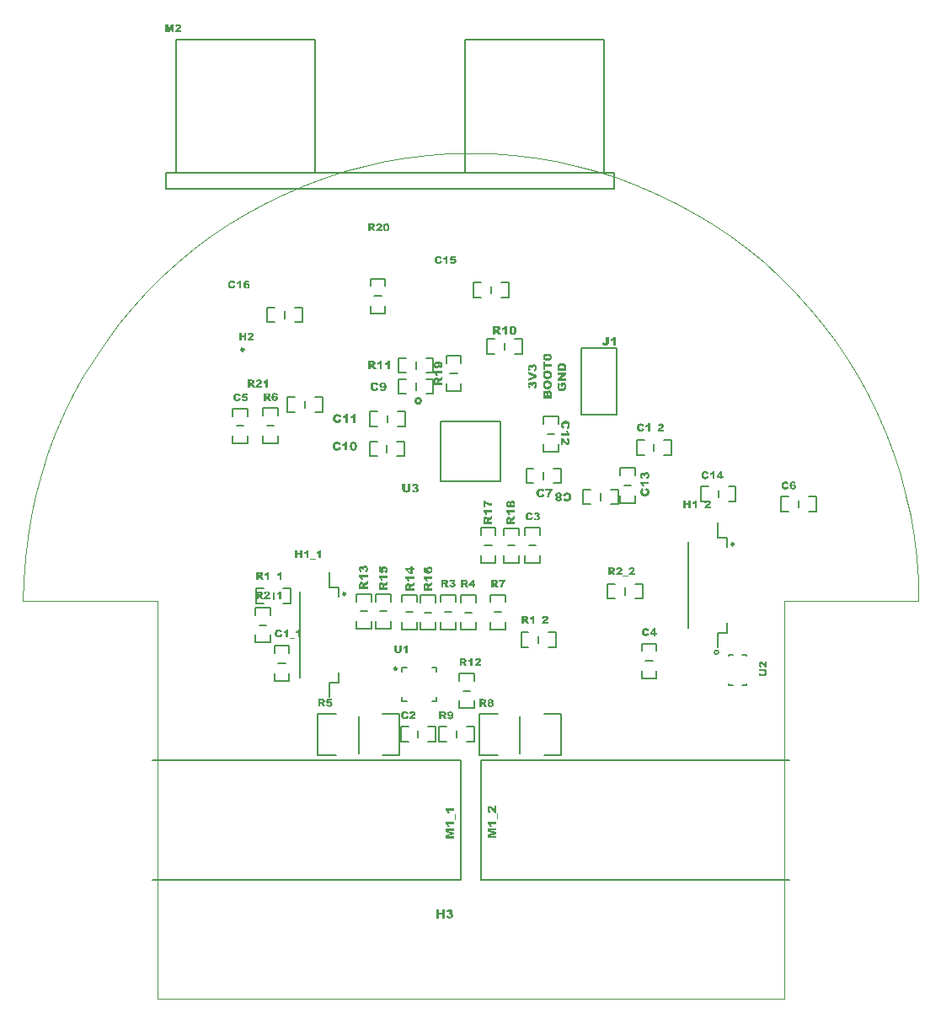
<source format=gto>
%FSLAX25Y25*%
%MOIN*%
G70*
G01*
G75*
G04 Layer_Color=65535*
G04:AMPARAMS|DCode=10|XSize=21.65mil|YSize=39.37mil|CornerRadius=5.41mil|HoleSize=0mil|Usage=FLASHONLY|Rotation=270.000|XOffset=0mil|YOffset=0mil|HoleType=Round|Shape=RoundedRectangle|*
%AMROUNDEDRECTD10*
21,1,0.02165,0.02854,0,0,270.0*
21,1,0.01083,0.03937,0,0,270.0*
1,1,0.01083,-0.01427,-0.00541*
1,1,0.01083,-0.01427,0.00541*
1,1,0.01083,0.01427,0.00541*
1,1,0.01083,0.01427,-0.00541*
%
%ADD10ROUNDEDRECTD10*%
G04:AMPARAMS|DCode=11|XSize=41.34mil|YSize=47.24mil|CornerRadius=10.34mil|HoleSize=0mil|Usage=FLASHONLY|Rotation=270.000|XOffset=0mil|YOffset=0mil|HoleType=Round|Shape=RoundedRectangle|*
%AMROUNDEDRECTD11*
21,1,0.04134,0.02658,0,0,270.0*
21,1,0.02067,0.04724,0,0,270.0*
1,1,0.02067,-0.01329,-0.01034*
1,1,0.02067,-0.01329,0.01034*
1,1,0.02067,0.01329,0.01034*
1,1,0.02067,0.01329,-0.01034*
%
%ADD11ROUNDEDRECTD11*%
%ADD12R,0.11811X0.08268*%
%ADD13R,0.06299X0.03189*%
G04:AMPARAMS|DCode=14|XSize=41.34mil|YSize=47.24mil|CornerRadius=10.34mil|HoleSize=0mil|Usage=FLASHONLY|Rotation=0.000|XOffset=0mil|YOffset=0mil|HoleType=Round|Shape=RoundedRectangle|*
%AMROUNDEDRECTD14*
21,1,0.04134,0.02658,0,0,0.0*
21,1,0.02067,0.04724,0,0,0.0*
1,1,0.02067,0.01034,-0.01329*
1,1,0.02067,-0.01034,-0.01329*
1,1,0.02067,-0.01034,0.01329*
1,1,0.02067,0.01034,0.01329*
%
%ADD14ROUNDEDRECTD14*%
%ADD15O,0.03543X0.00984*%
%ADD16O,0.00984X0.03543*%
%ADD17R,0.07087X0.07087*%
G04:AMPARAMS|DCode=18|XSize=145.67mil|YSize=59.06mil|CornerRadius=14.76mil|HoleSize=0mil|Usage=FLASHONLY|Rotation=90.000|XOffset=0mil|YOffset=0mil|HoleType=Round|Shape=RoundedRectangle|*
%AMROUNDEDRECTD18*
21,1,0.14567,0.02953,0,0,90.0*
21,1,0.11614,0.05906,0,0,90.0*
1,1,0.02953,0.01476,0.05807*
1,1,0.02953,0.01476,-0.05807*
1,1,0.02953,-0.01476,-0.05807*
1,1,0.02953,-0.01476,0.05807*
%
%ADD18ROUNDEDRECTD18*%
G04:AMPARAMS|DCode=19|XSize=11.81mil|YSize=47.24mil|CornerRadius=2.95mil|HoleSize=0mil|Usage=FLASHONLY|Rotation=180.000|XOffset=0mil|YOffset=0mil|HoleType=Round|Shape=RoundedRectangle|*
%AMROUNDEDRECTD19*
21,1,0.01181,0.04134,0,0,180.0*
21,1,0.00591,0.04724,0,0,180.0*
1,1,0.00591,-0.00295,0.02067*
1,1,0.00591,0.00295,0.02067*
1,1,0.00591,0.00295,-0.02067*
1,1,0.00591,-0.00295,-0.02067*
%
%ADD19ROUNDEDRECTD19*%
G04:AMPARAMS|DCode=20|XSize=11.81mil|YSize=47.24mil|CornerRadius=2.95mil|HoleSize=0mil|Usage=FLASHONLY|Rotation=90.000|XOffset=0mil|YOffset=0mil|HoleType=Round|Shape=RoundedRectangle|*
%AMROUNDEDRECTD20*
21,1,0.01181,0.04134,0,0,90.0*
21,1,0.00591,0.04724,0,0,90.0*
1,1,0.00591,0.02067,0.00295*
1,1,0.00591,0.02067,-0.00295*
1,1,0.00591,-0.02067,-0.00295*
1,1,0.00591,-0.02067,0.00295*
%
%ADD20ROUNDEDRECTD20*%
%ADD21C,0.05906*%
G04:AMPARAMS|DCode=22|XSize=98.43mil|YSize=196.85mil|CornerRadius=24.61mil|HoleSize=0mil|Usage=FLASHONLY|Rotation=0.000|XOffset=0mil|YOffset=0mil|HoleType=Round|Shape=RoundedRectangle|*
%AMROUNDEDRECTD22*
21,1,0.09843,0.14764,0,0,0.0*
21,1,0.04921,0.19685,0,0,0.0*
1,1,0.04921,0.02461,-0.07382*
1,1,0.04921,-0.02461,-0.07382*
1,1,0.04921,-0.02461,0.07382*
1,1,0.04921,0.02461,0.07382*
%
%ADD22ROUNDEDRECTD22*%
%ADD23C,0.00394*%
%ADD24O,0.06299X0.07087*%
%ADD25C,0.03740*%
G04:AMPARAMS|DCode=26|XSize=37.4mil|YSize=37.4mil|CornerRadius=9.35mil|HoleSize=0mil|Usage=FLASHONLY|Rotation=90.000|XOffset=0mil|YOffset=0mil|HoleType=Round|Shape=RoundedRectangle|*
%AMROUNDEDRECTD26*
21,1,0.03740,0.01870,0,0,90.0*
21,1,0.01870,0.03740,0,0,90.0*
1,1,0.01870,0.00935,0.00935*
1,1,0.01870,0.00935,-0.00935*
1,1,0.01870,-0.00935,-0.00935*
1,1,0.01870,-0.00935,0.00935*
%
%ADD26ROUNDEDRECTD26*%
%ADD27C,0.01969*%
%ADD28C,0.00787*%
%ADD29C,0.00984*%
%ADD30C,0.01000*%
G36*
X-9079Y290856D02*
X-9934D01*
Y292876D01*
X-9945Y292870D01*
X-9967Y292848D01*
X-10012Y292820D01*
X-10062Y292781D01*
X-10123Y292742D01*
X-10195Y292698D01*
X-10267Y292654D01*
X-10339Y292615D01*
X-10350Y292609D01*
X-10372Y292598D01*
X-10417Y292582D01*
X-10472Y292559D01*
X-10544Y292532D01*
X-10622Y292498D01*
X-10716Y292471D01*
X-10822Y292437D01*
Y293125D01*
X-10816D01*
X-10805Y293131D01*
X-10783Y293142D01*
X-10750Y293148D01*
X-10716Y293164D01*
X-10672Y293181D01*
X-10578Y293220D01*
X-10472Y293270D01*
X-10361Y293325D01*
X-10250Y293386D01*
X-10156Y293458D01*
X-10150D01*
X-10145Y293470D01*
X-10117Y293492D01*
X-10073Y293536D01*
X-10017Y293597D01*
X-9956Y293664D01*
X-9895Y293747D01*
X-9834Y293841D01*
X-9779Y293947D01*
X-9079D01*
Y290856D01*
D02*
G37*
G36*
X-5810Y293220D02*
X-7175D01*
X-7248Y292765D01*
X-7242Y292770D01*
X-7226Y292776D01*
X-7192Y292787D01*
X-7159Y292804D01*
X-7114Y292820D01*
X-7064Y292837D01*
X-6965Y292865D01*
X-6959D01*
X-6942Y292870D01*
X-6915Y292876D01*
X-6876Y292881D01*
X-6837Y292887D01*
X-6793Y292892D01*
X-6693Y292898D01*
X-6648D01*
X-6615Y292892D01*
X-6576D01*
X-6532Y292881D01*
X-6432Y292865D01*
X-6310Y292831D01*
X-6188Y292781D01*
X-6127Y292748D01*
X-6066Y292715D01*
X-6010Y292670D01*
X-5954Y292620D01*
X-5949Y292615D01*
X-5943Y292609D01*
X-5927Y292593D01*
X-5910Y292570D01*
X-5888Y292543D01*
X-5866Y292509D01*
X-5810Y292432D01*
X-5755Y292332D01*
X-5710Y292210D01*
X-5677Y292076D01*
X-5672Y292004D01*
X-5666Y291927D01*
Y291921D01*
Y291915D01*
Y291899D01*
Y291877D01*
X-5672Y291821D01*
X-5683Y291743D01*
X-5705Y291660D01*
X-5727Y291566D01*
X-5766Y291460D01*
X-5816Y291360D01*
Y291355D01*
X-5821Y291349D01*
X-5844Y291316D01*
X-5877Y291266D01*
X-5921Y291205D01*
X-5982Y291139D01*
X-6054Y291072D01*
X-6138Y291005D01*
X-6232Y290944D01*
X-6238D01*
X-6243Y290939D01*
X-6260Y290933D01*
X-6282Y290922D01*
X-6304Y290911D01*
X-6338Y290900D01*
X-6415Y290878D01*
X-6515Y290850D01*
X-6637Y290828D01*
X-6770Y290811D01*
X-6920Y290806D01*
X-6970D01*
X-7026Y290811D01*
X-7098D01*
X-7175Y290817D01*
X-7264Y290828D01*
X-7353Y290844D01*
X-7436Y290861D01*
X-7447Y290867D01*
X-7470Y290872D01*
X-7508Y290883D01*
X-7559Y290905D01*
X-7620Y290928D01*
X-7681Y290955D01*
X-7803Y291027D01*
X-7808Y291033D01*
X-7825Y291050D01*
X-7853Y291072D01*
X-7891Y291105D01*
X-7930Y291139D01*
X-7969Y291183D01*
X-8047Y291283D01*
X-8052Y291288D01*
X-8063Y291311D01*
X-8080Y291338D01*
X-8097Y291383D01*
X-8125Y291433D01*
X-8147Y291494D01*
X-8174Y291566D01*
X-8197Y291644D01*
X-7342Y291738D01*
Y291727D01*
X-7337Y291705D01*
X-7325Y291666D01*
X-7314Y291621D01*
X-7298Y291571D01*
X-7270Y291522D01*
X-7242Y291472D01*
X-7203Y291427D01*
X-7198Y291422D01*
X-7181Y291410D01*
X-7159Y291394D01*
X-7126Y291377D01*
X-7087Y291355D01*
X-7037Y291338D01*
X-6981Y291327D01*
X-6926Y291322D01*
X-6898D01*
X-6865Y291327D01*
X-6820Y291338D01*
X-6776Y291355D01*
X-6726Y291377D01*
X-6676Y291410D01*
X-6632Y291455D01*
X-6626Y291460D01*
X-6615Y291483D01*
X-6593Y291510D01*
X-6571Y291555D01*
X-6554Y291610D01*
X-6532Y291677D01*
X-6521Y291755D01*
X-6515Y291849D01*
Y291855D01*
Y291860D01*
Y291893D01*
X-6521Y291943D01*
X-6532Y291999D01*
X-6543Y292065D01*
X-6565Y292132D01*
X-6593Y292193D01*
X-6632Y292249D01*
X-6637Y292254D01*
X-6654Y292271D01*
X-6676Y292287D01*
X-6715Y292315D01*
X-6759Y292337D01*
X-6809Y292354D01*
X-6876Y292371D01*
X-6942Y292376D01*
X-6965D01*
X-6987Y292371D01*
X-7020D01*
X-7092Y292348D01*
X-7137Y292337D01*
X-7181Y292315D01*
X-7187D01*
X-7198Y292304D01*
X-7214Y292293D01*
X-7237Y292276D01*
X-7264Y292254D01*
X-7298Y292226D01*
X-7331Y292193D01*
X-7370Y292154D01*
X-8086Y292260D01*
X-7819Y293897D01*
X-5810D01*
Y293220D01*
D02*
G37*
G36*
X-88504Y284181D02*
X-88426Y284175D01*
X-88332Y284164D01*
X-88237Y284148D01*
X-88143Y284126D01*
X-88060Y284098D01*
X-88048Y284092D01*
X-88026Y284081D01*
X-87988Y284065D01*
X-87937Y284037D01*
X-87882Y284003D01*
X-87821Y283959D01*
X-87766Y283909D01*
X-87710Y283854D01*
X-87704Y283848D01*
X-87688Y283826D01*
X-87660Y283787D01*
X-87632Y283743D01*
X-87593Y283682D01*
X-87560Y283615D01*
X-87527Y283532D01*
X-87493Y283443D01*
X-88332Y283343D01*
Y283349D01*
X-88337Y283371D01*
X-88348Y283404D01*
X-88359Y283437D01*
X-88398Y283521D01*
X-88420Y283554D01*
X-88448Y283587D01*
X-88454Y283593D01*
X-88459Y283598D01*
X-88476Y283609D01*
X-88498Y283626D01*
X-88559Y283654D01*
X-88598Y283659D01*
X-88637Y283665D01*
X-88648D01*
X-88670Y283659D01*
X-88709Y283654D01*
X-88753Y283637D01*
X-88809Y283615D01*
X-88859Y283576D01*
X-88914Y283526D01*
X-88959Y283454D01*
X-88964Y283449D01*
X-88970Y283421D01*
X-88986Y283382D01*
X-88998Y283354D01*
X-89003Y283321D01*
X-89014Y283276D01*
X-89025Y283232D01*
X-89036Y283182D01*
X-89047Y283121D01*
X-89053Y283054D01*
X-89064Y282982D01*
X-89075Y282905D01*
X-89081Y282816D01*
X-89075Y282821D01*
X-89053Y282843D01*
X-89025Y282871D01*
X-88986Y282905D01*
X-88937Y282938D01*
X-88887Y282977D01*
X-88831Y283016D01*
X-88770Y283043D01*
X-88765Y283049D01*
X-88742Y283054D01*
X-88709Y283066D01*
X-88665Y283082D01*
X-88609Y283099D01*
X-88548Y283110D01*
X-88476Y283116D01*
X-88404Y283121D01*
X-88365D01*
X-88337Y283116D01*
X-88298Y283110D01*
X-88259Y283104D01*
X-88165Y283082D01*
X-88054Y283049D01*
X-87937Y282999D01*
X-87876Y282966D01*
X-87821Y282927D01*
X-87766Y282877D01*
X-87710Y282827D01*
X-87704Y282821D01*
X-87699Y282816D01*
X-87682Y282799D01*
X-87666Y282777D01*
X-87643Y282749D01*
X-87621Y282710D01*
X-87593Y282671D01*
X-87566Y282627D01*
X-87516Y282522D01*
X-87471Y282394D01*
X-87438Y282255D01*
X-87432Y282177D01*
X-87427Y282094D01*
Y282089D01*
Y282083D01*
Y282066D01*
Y282044D01*
X-87432Y281989D01*
X-87444Y281911D01*
X-87460Y281828D01*
X-87488Y281733D01*
X-87521Y281639D01*
X-87571Y281545D01*
X-87577Y281534D01*
X-87599Y281506D01*
X-87632Y281462D01*
X-87677Y281406D01*
X-87732Y281345D01*
X-87799Y281278D01*
X-87882Y281223D01*
X-87971Y281167D01*
X-87982Y281162D01*
X-88015Y281151D01*
X-88071Y281129D01*
X-88143Y281106D01*
X-88232Y281084D01*
X-88343Y281062D01*
X-88465Y281051D01*
X-88598Y281045D01*
X-88676D01*
X-88714Y281051D01*
X-88759Y281056D01*
X-88859Y281067D01*
X-88975Y281084D01*
X-89097Y281112D01*
X-89220Y281151D01*
X-89331Y281201D01*
X-89336D01*
X-89342Y281206D01*
X-89375Y281228D01*
X-89425Y281267D01*
X-89491Y281323D01*
X-89558Y281389D01*
X-89636Y281473D01*
X-89708Y281578D01*
X-89775Y281695D01*
Y281700D01*
X-89780Y281711D01*
X-89791Y281728D01*
X-89797Y281756D01*
X-89813Y281789D01*
X-89824Y281833D01*
X-89841Y281878D01*
X-89852Y281933D01*
X-89869Y281994D01*
X-89886Y282066D01*
X-89897Y282139D01*
X-89908Y282222D01*
X-89919Y282305D01*
X-89930Y282400D01*
X-89935Y282494D01*
Y282599D01*
Y282610D01*
Y282638D01*
Y282677D01*
X-89930Y282733D01*
X-89924Y282799D01*
X-89919Y282877D01*
X-89908Y282966D01*
X-89891Y283060D01*
X-89852Y283254D01*
X-89824Y283354D01*
X-89791Y283454D01*
X-89752Y283548D01*
X-89702Y283643D01*
X-89653Y283726D01*
X-89591Y283804D01*
X-89586Y283809D01*
X-89575Y283820D01*
X-89558Y283837D01*
X-89530Y283865D01*
X-89491Y283892D01*
X-89447Y283926D01*
X-89397Y283959D01*
X-89342Y283998D01*
X-89275Y284031D01*
X-89203Y284065D01*
X-89125Y284098D01*
X-89042Y284126D01*
X-88948Y284153D01*
X-88848Y284170D01*
X-88742Y284181D01*
X-88631Y284187D01*
X-88570D01*
X-88504Y284181D01*
D02*
G37*
G36*
X-90857Y281095D02*
X-91711D01*
Y283116D01*
X-91723Y283110D01*
X-91745Y283088D01*
X-91789Y283060D01*
X-91839Y283021D01*
X-91900Y282982D01*
X-91972Y282938D01*
X-92045Y282893D01*
X-92117Y282855D01*
X-92128Y282849D01*
X-92150Y282838D01*
X-92194Y282821D01*
X-92250Y282799D01*
X-92322Y282771D01*
X-92400Y282738D01*
X-92494Y282710D01*
X-92599Y282677D01*
Y283365D01*
X-92594D01*
X-92583Y283371D01*
X-92561Y283382D01*
X-92527Y283387D01*
X-92494Y283404D01*
X-92450Y283421D01*
X-92355Y283460D01*
X-92250Y283509D01*
X-92139Y283565D01*
X-92028Y283626D01*
X-91934Y283698D01*
X-91928D01*
X-91922Y283709D01*
X-91895Y283732D01*
X-91850Y283776D01*
X-91795Y283837D01*
X-91734Y283904D01*
X-91673Y283987D01*
X-91612Y284081D01*
X-91556Y284187D01*
X-90857D01*
Y281095D01*
D02*
G37*
G36*
X-94425Y284181D02*
X-94375D01*
X-94320Y284175D01*
X-94259Y284170D01*
X-94192Y284159D01*
X-94042Y284131D01*
X-93893Y284087D01*
X-93748Y284031D01*
X-93682Y283992D01*
X-93615Y283953D01*
X-93610D01*
X-93599Y283942D01*
X-93582Y283931D01*
X-93560Y283909D01*
X-93532Y283887D01*
X-93499Y283854D01*
X-93465Y283820D01*
X-93427Y283776D01*
X-93388Y283732D01*
X-93349Y283676D01*
X-93304Y283621D01*
X-93265Y283554D01*
X-93227Y283482D01*
X-93188Y283410D01*
X-93155Y283326D01*
X-93121Y283238D01*
X-93954Y283054D01*
Y283060D01*
X-93959Y283077D01*
X-93970Y283104D01*
X-93981Y283132D01*
X-94015Y283199D01*
X-94031Y283226D01*
X-94048Y283254D01*
X-94054Y283260D01*
X-94059Y283271D01*
X-94081Y283293D01*
X-94104Y283315D01*
X-94165Y283371D01*
X-94242Y283421D01*
X-94248Y283426D01*
X-94259Y283432D01*
X-94287Y283443D01*
X-94314Y283454D01*
X-94353Y283465D01*
X-94398Y283471D01*
X-94448Y283482D01*
X-94531D01*
X-94548Y283476D01*
X-94609Y283471D01*
X-94681Y283449D01*
X-94758Y283421D01*
X-94842Y283371D01*
X-94919Y283310D01*
X-94953Y283265D01*
X-94986Y283221D01*
X-94992Y283210D01*
X-95008Y283188D01*
X-95025Y283138D01*
X-95047Y283077D01*
X-95075Y282993D01*
X-95091Y282893D01*
X-95108Y282771D01*
X-95114Y282627D01*
Y282622D01*
Y282605D01*
Y282577D01*
Y282544D01*
X-95108Y282505D01*
Y282455D01*
X-95097Y282350D01*
X-95075Y282239D01*
X-95053Y282122D01*
X-95014Y282017D01*
X-94992Y281972D01*
X-94964Y281933D01*
X-94958Y281928D01*
X-94936Y281906D01*
X-94897Y281878D01*
X-94853Y281844D01*
X-94792Y281806D01*
X-94714Y281778D01*
X-94631Y281756D01*
X-94531Y281750D01*
X-94486D01*
X-94437Y281756D01*
X-94375Y281767D01*
X-94309Y281789D01*
X-94242Y281811D01*
X-94176Y281850D01*
X-94120Y281900D01*
X-94115Y281906D01*
X-94098Y281928D01*
X-94070Y281961D01*
X-94042Y282011D01*
X-94009Y282072D01*
X-93976Y282150D01*
X-93943Y282239D01*
X-93915Y282344D01*
X-93094Y282089D01*
Y282083D01*
X-93099Y282072D01*
X-93105Y282055D01*
X-93110Y282033D01*
X-93127Y281967D01*
X-93160Y281889D01*
X-93193Y281795D01*
X-93243Y281700D01*
X-93293Y281606D01*
X-93360Y281511D01*
X-93365Y281500D01*
X-93393Y281473D01*
X-93432Y281434D01*
X-93482Y281378D01*
X-93549Y281323D01*
X-93621Y281267D01*
X-93709Y281212D01*
X-93804Y281162D01*
X-93809D01*
X-93815Y281156D01*
X-93832Y281151D01*
X-93848Y281145D01*
X-93909Y281123D01*
X-93987Y281106D01*
X-94081Y281084D01*
X-94198Y281062D01*
X-94331Y281051D01*
X-94475Y281045D01*
X-94559D01*
X-94603Y281051D01*
X-94648D01*
X-94703Y281056D01*
X-94764Y281062D01*
X-94892Y281079D01*
X-95030Y281106D01*
X-95164Y281140D01*
X-95291Y281184D01*
X-95297D01*
X-95302Y281190D01*
X-95319Y281201D01*
X-95341Y281212D01*
X-95402Y281251D01*
X-95474Y281301D01*
X-95558Y281373D01*
X-95652Y281456D01*
X-95741Y281561D01*
X-95830Y281689D01*
Y281695D01*
X-95841Y281706D01*
X-95852Y281728D01*
X-95863Y281756D01*
X-95880Y281789D01*
X-95902Y281833D01*
X-95924Y281883D01*
X-95941Y281944D01*
X-95963Y282006D01*
X-95985Y282078D01*
X-96002Y282155D01*
X-96024Y282239D01*
X-96035Y282327D01*
X-96046Y282422D01*
X-96057Y282622D01*
Y282633D01*
Y282655D01*
X-96052Y282694D01*
Y282744D01*
X-96046Y282810D01*
X-96035Y282882D01*
X-96024Y282960D01*
X-96007Y283049D01*
X-95985Y283143D01*
X-95957Y283238D01*
X-95929Y283332D01*
X-95891Y283432D01*
X-95841Y283526D01*
X-95791Y283615D01*
X-95730Y283704D01*
X-95658Y283782D01*
X-95652Y283787D01*
X-95641Y283798D01*
X-95613Y283820D01*
X-95585Y283842D01*
X-95541Y283876D01*
X-95491Y283909D01*
X-95436Y283948D01*
X-95363Y283987D01*
X-95291Y284020D01*
X-95202Y284059D01*
X-95108Y284092D01*
X-95008Y284126D01*
X-94897Y284148D01*
X-94781Y284170D01*
X-94653Y284181D01*
X-94520Y284187D01*
X-94464D01*
X-94425Y284181D01*
D02*
G37*
G36*
X-12648Y293941D02*
X-12598D01*
X-12542Y293936D01*
X-12481Y293930D01*
X-12415Y293919D01*
X-12265Y293891D01*
X-12115Y293847D01*
X-11971Y293791D01*
X-11904Y293753D01*
X-11838Y293714D01*
X-11832D01*
X-11821Y293703D01*
X-11804Y293691D01*
X-11782Y293669D01*
X-11754Y293647D01*
X-11721Y293614D01*
X-11688Y293581D01*
X-11649Y293536D01*
X-11610Y293492D01*
X-11571Y293436D01*
X-11527Y293381D01*
X-11488Y293314D01*
X-11449Y293242D01*
X-11410Y293170D01*
X-11377Y293087D01*
X-11344Y292998D01*
X-12176Y292815D01*
Y292820D01*
X-12182Y292837D01*
X-12193Y292865D01*
X-12204Y292892D01*
X-12237Y292959D01*
X-12254Y292987D01*
X-12270Y293014D01*
X-12276Y293020D01*
X-12281Y293031D01*
X-12304Y293053D01*
X-12326Y293075D01*
X-12387Y293131D01*
X-12465Y293181D01*
X-12470Y293186D01*
X-12481Y293192D01*
X-12509Y293203D01*
X-12537Y293214D01*
X-12576Y293225D01*
X-12620Y293231D01*
X-12670Y293242D01*
X-12753D01*
X-12770Y293236D01*
X-12831Y293231D01*
X-12903Y293209D01*
X-12981Y293181D01*
X-13064Y293131D01*
X-13142Y293070D01*
X-13175Y293025D01*
X-13208Y292981D01*
X-13214Y292970D01*
X-13231Y292948D01*
X-13247Y292898D01*
X-13269Y292837D01*
X-13297Y292754D01*
X-13314Y292654D01*
X-13330Y292532D01*
X-13336Y292387D01*
Y292382D01*
Y292365D01*
Y292337D01*
Y292304D01*
X-13330Y292265D01*
Y292215D01*
X-13319Y292110D01*
X-13297Y291999D01*
X-13275Y291882D01*
X-13236Y291777D01*
X-13214Y291732D01*
X-13186Y291693D01*
X-13181Y291688D01*
X-13158Y291666D01*
X-13120Y291638D01*
X-13075Y291605D01*
X-13014Y291566D01*
X-12936Y291538D01*
X-12853Y291516D01*
X-12753Y291510D01*
X-12709D01*
X-12659Y291516D01*
X-12598Y291527D01*
X-12531Y291549D01*
X-12465Y291571D01*
X-12398Y291610D01*
X-12343Y291660D01*
X-12337Y291666D01*
X-12320Y291688D01*
X-12293Y291721D01*
X-12265Y291771D01*
X-12232Y291832D01*
X-12198Y291910D01*
X-12165Y291999D01*
X-12137Y292104D01*
X-11316Y291849D01*
Y291843D01*
X-11321Y291832D01*
X-11327Y291816D01*
X-11332Y291793D01*
X-11349Y291727D01*
X-11382Y291649D01*
X-11416Y291555D01*
X-11466Y291460D01*
X-11516Y291366D01*
X-11582Y291272D01*
X-11588Y291261D01*
X-11615Y291233D01*
X-11654Y291194D01*
X-11704Y291139D01*
X-11771Y291083D01*
X-11843Y291027D01*
X-11932Y290972D01*
X-12026Y290922D01*
X-12032D01*
X-12037Y290916D01*
X-12054Y290911D01*
X-12071Y290905D01*
X-12132Y290883D01*
X-12209Y290867D01*
X-12304Y290844D01*
X-12420Y290822D01*
X-12553Y290811D01*
X-12698Y290806D01*
X-12781D01*
X-12825Y290811D01*
X-12870D01*
X-12925Y290817D01*
X-12986Y290822D01*
X-13114Y290839D01*
X-13253Y290867D01*
X-13386Y290900D01*
X-13514Y290944D01*
X-13519D01*
X-13525Y290950D01*
X-13541Y290961D01*
X-13564Y290972D01*
X-13625Y291011D01*
X-13697Y291061D01*
X-13780Y291133D01*
X-13874Y291216D01*
X-13963Y291322D01*
X-14052Y291449D01*
Y291455D01*
X-14063Y291466D01*
X-14074Y291488D01*
X-14085Y291516D01*
X-14102Y291549D01*
X-14124Y291594D01*
X-14146Y291644D01*
X-14163Y291705D01*
X-14185Y291766D01*
X-14207Y291838D01*
X-14224Y291915D01*
X-14246Y291999D01*
X-14257Y292088D01*
X-14268Y292182D01*
X-14279Y292382D01*
Y292393D01*
Y292415D01*
X-14274Y292454D01*
Y292504D01*
X-14268Y292570D01*
X-14257Y292643D01*
X-14246Y292720D01*
X-14230Y292809D01*
X-14207Y292903D01*
X-14180Y292998D01*
X-14152Y293092D01*
X-14113Y293192D01*
X-14063Y293286D01*
X-14013Y293375D01*
X-13952Y293464D01*
X-13880Y293542D01*
X-13874Y293547D01*
X-13863Y293558D01*
X-13836Y293581D01*
X-13808Y293603D01*
X-13763Y293636D01*
X-13713Y293669D01*
X-13658Y293708D01*
X-13586Y293747D01*
X-13514Y293780D01*
X-13425Y293819D01*
X-13330Y293852D01*
X-13231Y293886D01*
X-13120Y293908D01*
X-13003Y293930D01*
X-12875Y293941D01*
X-12742Y293947D01*
X-12687D01*
X-12648Y293941D01*
D02*
G37*
G36*
X124598Y204729D02*
X124648D01*
X124703Y204724D01*
X124764Y204718D01*
X124831Y204707D01*
X124981Y204679D01*
X125131Y204635D01*
X125275Y204579D01*
X125341Y204540D01*
X125408Y204502D01*
X125414D01*
X125425Y204490D01*
X125441Y204479D01*
X125464Y204457D01*
X125491Y204435D01*
X125525Y204402D01*
X125558Y204368D01*
X125597Y204324D01*
X125636Y204280D01*
X125674Y204224D01*
X125719Y204169D01*
X125758Y204102D01*
X125797Y204030D01*
X125836Y203958D01*
X125869Y203874D01*
X125902Y203786D01*
X125070Y203603D01*
Y203608D01*
X125064Y203625D01*
X125053Y203652D01*
X125042Y203680D01*
X125008Y203747D01*
X124992Y203774D01*
X124975Y203802D01*
X124970Y203808D01*
X124964Y203819D01*
X124942Y203841D01*
X124920Y203863D01*
X124859Y203919D01*
X124781Y203969D01*
X124775Y203974D01*
X124764Y203980D01*
X124737Y203991D01*
X124709Y204002D01*
X124670Y204013D01*
X124626Y204019D01*
X124576Y204030D01*
X124492D01*
X124476Y204024D01*
X124415Y204019D01*
X124343Y203996D01*
X124265Y203969D01*
X124182Y203919D01*
X124104Y203858D01*
X124071Y203813D01*
X124037Y203769D01*
X124032Y203758D01*
X124015Y203736D01*
X123998Y203686D01*
X123976Y203625D01*
X123949Y203541D01*
X123932Y203442D01*
X123915Y203319D01*
X123910Y203175D01*
Y203170D01*
Y203153D01*
Y203125D01*
Y203092D01*
X123915Y203053D01*
Y203003D01*
X123926Y202898D01*
X123949Y202787D01*
X123971Y202670D01*
X124010Y202565D01*
X124032Y202520D01*
X124059Y202481D01*
X124065Y202476D01*
X124087Y202454D01*
X124126Y202426D01*
X124170Y202393D01*
X124232Y202354D01*
X124309Y202326D01*
X124392Y202304D01*
X124492Y202298D01*
X124537D01*
X124587Y202304D01*
X124648Y202315D01*
X124714Y202337D01*
X124781Y202359D01*
X124848Y202398D01*
X124903Y202448D01*
X124909Y202454D01*
X124925Y202476D01*
X124953Y202509D01*
X124981Y202559D01*
X125014Y202620D01*
X125047Y202698D01*
X125081Y202787D01*
X125108Y202892D01*
X125930Y202637D01*
Y202631D01*
X125924Y202620D01*
X125919Y202604D01*
X125913Y202581D01*
X125897Y202515D01*
X125863Y202437D01*
X125830Y202343D01*
X125780Y202248D01*
X125730Y202154D01*
X125663Y202060D01*
X125658Y202048D01*
X125630Y202021D01*
X125591Y201982D01*
X125541Y201926D01*
X125475Y201871D01*
X125403Y201815D01*
X125314Y201760D01*
X125219Y201710D01*
X125214D01*
X125208Y201704D01*
X125192Y201699D01*
X125175Y201693D01*
X125114Y201671D01*
X125036Y201654D01*
X124942Y201632D01*
X124825Y201610D01*
X124692Y201599D01*
X124548Y201593D01*
X124465D01*
X124420Y201599D01*
X124376D01*
X124320Y201605D01*
X124259Y201610D01*
X124132Y201627D01*
X123993Y201654D01*
X123860Y201688D01*
X123732Y201732D01*
X123726D01*
X123721Y201738D01*
X123704Y201749D01*
X123682Y201760D01*
X123621Y201799D01*
X123549Y201849D01*
X123466Y201921D01*
X123371Y202004D01*
X123283Y202110D01*
X123194Y202237D01*
Y202243D01*
X123183Y202254D01*
X123171Y202276D01*
X123160Y202304D01*
X123144Y202337D01*
X123122Y202381D01*
X123099Y202431D01*
X123083Y202492D01*
X123061Y202554D01*
X123038Y202626D01*
X123022Y202703D01*
X122999Y202787D01*
X122988Y202875D01*
X122977Y202970D01*
X122966Y203170D01*
Y203181D01*
Y203203D01*
X122972Y203242D01*
Y203292D01*
X122977Y203358D01*
X122988Y203430D01*
X122999Y203508D01*
X123016Y203597D01*
X123038Y203691D01*
X123066Y203786D01*
X123094Y203880D01*
X123133Y203980D01*
X123183Y204074D01*
X123232Y204163D01*
X123294Y204252D01*
X123366Y204329D01*
X123371Y204335D01*
X123382Y204346D01*
X123410Y204368D01*
X123438Y204391D01*
X123482Y204424D01*
X123532Y204457D01*
X123588Y204496D01*
X123660Y204535D01*
X123732Y204568D01*
X123821Y204607D01*
X123915Y204640D01*
X124015Y204674D01*
X124126Y204696D01*
X124243Y204718D01*
X124370Y204729D01*
X124504Y204735D01*
X124559D01*
X124598Y204729D01*
D02*
G37*
G36*
X127684D02*
X127761Y204724D01*
X127856Y204713D01*
X127950Y204696D01*
X128044Y204674D01*
X128128Y204646D01*
X128139Y204640D01*
X128161Y204629D01*
X128200Y204613D01*
X128250Y204585D01*
X128305Y204552D01*
X128366Y204507D01*
X128422Y204457D01*
X128477Y204402D01*
X128483Y204396D01*
X128499Y204374D01*
X128527Y204335D01*
X128555Y204291D01*
X128594Y204230D01*
X128627Y204163D01*
X128660Y204080D01*
X128694Y203991D01*
X127856Y203891D01*
Y203897D01*
X127850Y203919D01*
X127839Y203952D01*
X127828Y203985D01*
X127789Y204069D01*
X127767Y204102D01*
X127739Y204135D01*
X127734Y204141D01*
X127728Y204146D01*
X127711Y204157D01*
X127689Y204174D01*
X127628Y204202D01*
X127589Y204207D01*
X127550Y204213D01*
X127539D01*
X127517Y204207D01*
X127478Y204202D01*
X127434Y204185D01*
X127378Y204163D01*
X127328Y204124D01*
X127273Y204074D01*
X127228Y204002D01*
X127223Y203996D01*
X127217Y203969D01*
X127201Y203930D01*
X127190Y203902D01*
X127184Y203869D01*
X127173Y203824D01*
X127162Y203780D01*
X127151Y203730D01*
X127140Y203669D01*
X127134Y203603D01*
X127123Y203530D01*
X127112Y203453D01*
X127106Y203364D01*
X127112Y203369D01*
X127134Y203392D01*
X127162Y203419D01*
X127201Y203453D01*
X127251Y203486D01*
X127301Y203525D01*
X127356Y203564D01*
X127417Y203591D01*
X127423Y203597D01*
X127445Y203603D01*
X127478Y203614D01*
X127523Y203630D01*
X127578Y203647D01*
X127639Y203658D01*
X127711Y203663D01*
X127784Y203669D01*
X127822D01*
X127850Y203663D01*
X127889Y203658D01*
X127928Y203652D01*
X128022Y203630D01*
X128133Y203597D01*
X128250Y203547D01*
X128311Y203514D01*
X128366Y203475D01*
X128422Y203425D01*
X128477Y203375D01*
X128483Y203369D01*
X128488Y203364D01*
X128505Y203347D01*
X128522Y203325D01*
X128544Y203297D01*
X128566Y203258D01*
X128594Y203220D01*
X128622Y203175D01*
X128672Y203070D01*
X128716Y202942D01*
X128749Y202803D01*
X128755Y202726D01*
X128760Y202642D01*
Y202637D01*
Y202631D01*
Y202615D01*
Y202592D01*
X128755Y202537D01*
X128744Y202459D01*
X128727Y202376D01*
X128699Y202282D01*
X128666Y202187D01*
X128616Y202093D01*
X128611Y202082D01*
X128588Y202054D01*
X128555Y202010D01*
X128511Y201954D01*
X128455Y201893D01*
X128389Y201827D01*
X128305Y201771D01*
X128216Y201715D01*
X128205Y201710D01*
X128172Y201699D01*
X128117Y201677D01*
X128044Y201654D01*
X127956Y201632D01*
X127845Y201610D01*
X127723Y201599D01*
X127589Y201593D01*
X127512D01*
X127473Y201599D01*
X127428Y201605D01*
X127328Y201616D01*
X127212Y201632D01*
X127090Y201660D01*
X126968Y201699D01*
X126857Y201749D01*
X126851D01*
X126846Y201754D01*
X126812Y201777D01*
X126762Y201815D01*
X126696Y201871D01*
X126629Y201938D01*
X126551Y202021D01*
X126479Y202126D01*
X126413Y202243D01*
Y202248D01*
X126407Y202259D01*
X126396Y202276D01*
X126391Y202304D01*
X126374Y202337D01*
X126363Y202381D01*
X126346Y202426D01*
X126335Y202481D01*
X126318Y202542D01*
X126302Y202615D01*
X126291Y202687D01*
X126279Y202770D01*
X126268Y202853D01*
X126257Y202948D01*
X126252Y203042D01*
Y203147D01*
Y203158D01*
Y203186D01*
Y203225D01*
X126257Y203281D01*
X126263Y203347D01*
X126268Y203425D01*
X126279Y203514D01*
X126296Y203608D01*
X126335Y203802D01*
X126363Y203902D01*
X126396Y204002D01*
X126435Y204096D01*
X126485Y204191D01*
X126535Y204274D01*
X126596Y204352D01*
X126601Y204357D01*
X126612Y204368D01*
X126629Y204385D01*
X126657Y204413D01*
X126696Y204440D01*
X126740Y204474D01*
X126790Y204507D01*
X126846Y204546D01*
X126912Y204579D01*
X126984Y204613D01*
X127062Y204646D01*
X127145Y204674D01*
X127240Y204701D01*
X127339Y204718D01*
X127445Y204729D01*
X127556Y204735D01*
X127617D01*
X127684Y204729D01*
D02*
G37*
G36*
X92914Y208769D02*
X92964D01*
X93020Y208764D01*
X93081Y208758D01*
X93147Y208747D01*
X93297Y208719D01*
X93447Y208675D01*
X93591Y208619D01*
X93658Y208581D01*
X93725Y208542D01*
X93730D01*
X93741Y208531D01*
X93758Y208520D01*
X93780Y208497D01*
X93808Y208475D01*
X93841Y208442D01*
X93875Y208408D01*
X93913Y208364D01*
X93952Y208320D01*
X93991Y208264D01*
X94036Y208209D01*
X94074Y208142D01*
X94113Y208070D01*
X94152Y207998D01*
X94185Y207915D01*
X94219Y207826D01*
X93386Y207643D01*
Y207648D01*
X93381Y207665D01*
X93370Y207693D01*
X93358Y207720D01*
X93325Y207787D01*
X93308Y207815D01*
X93292Y207842D01*
X93286Y207848D01*
X93281Y207859D01*
X93259Y207881D01*
X93236Y207904D01*
X93175Y207959D01*
X93098Y208009D01*
X93092Y208014D01*
X93081Y208020D01*
X93053Y208031D01*
X93025Y208042D01*
X92987Y208053D01*
X92942Y208059D01*
X92892Y208070D01*
X92809D01*
X92792Y208064D01*
X92731Y208059D01*
X92659Y208037D01*
X92581Y208009D01*
X92498Y207959D01*
X92420Y207898D01*
X92387Y207854D01*
X92354Y207809D01*
X92348Y207798D01*
X92332Y207776D01*
X92315Y207726D01*
X92293Y207665D01*
X92265Y207582D01*
X92248Y207482D01*
X92232Y207360D01*
X92226Y207215D01*
Y207210D01*
Y207193D01*
Y207165D01*
Y207132D01*
X92232Y207093D01*
Y207043D01*
X92243Y206938D01*
X92265Y206827D01*
X92287Y206710D01*
X92326Y206605D01*
X92348Y206560D01*
X92376Y206522D01*
X92382Y206516D01*
X92404Y206494D01*
X92443Y206466D01*
X92487Y206433D01*
X92548Y206394D01*
X92626Y206366D01*
X92709Y206344D01*
X92809Y206338D01*
X92853D01*
X92903Y206344D01*
X92964Y206355D01*
X93031Y206377D01*
X93098Y206399D01*
X93164Y206438D01*
X93220Y206488D01*
X93225Y206494D01*
X93242Y206516D01*
X93270Y206549D01*
X93297Y206599D01*
X93331Y206660D01*
X93364Y206738D01*
X93397Y206827D01*
X93425Y206932D01*
X94246Y206677D01*
Y206671D01*
X94241Y206660D01*
X94235Y206644D01*
X94230Y206621D01*
X94213Y206555D01*
X94180Y206477D01*
X94147Y206383D01*
X94096Y206288D01*
X94047Y206194D01*
X93980Y206100D01*
X93974Y206089D01*
X93947Y206061D01*
X93908Y206022D01*
X93858Y205966D01*
X93791Y205911D01*
X93719Y205855D01*
X93630Y205800D01*
X93536Y205750D01*
X93530D01*
X93525Y205745D01*
X93508Y205739D01*
X93492Y205733D01*
X93431Y205711D01*
X93353Y205695D01*
X93259Y205672D01*
X93142Y205650D01*
X93009Y205639D01*
X92864Y205633D01*
X92781D01*
X92737Y205639D01*
X92692D01*
X92637Y205645D01*
X92576Y205650D01*
X92448Y205667D01*
X92309Y205695D01*
X92176Y205728D01*
X92049Y205772D01*
X92043D01*
X92037Y205778D01*
X92021Y205789D01*
X91999Y205800D01*
X91938Y205839D01*
X91865Y205889D01*
X91782Y205961D01*
X91688Y206044D01*
X91599Y206150D01*
X91510Y206277D01*
Y206283D01*
X91499Y206294D01*
X91488Y206316D01*
X91477Y206344D01*
X91460Y206377D01*
X91438Y206422D01*
X91416Y206472D01*
X91399Y206533D01*
X91377Y206594D01*
X91355Y206666D01*
X91338Y206744D01*
X91316Y206827D01*
X91305Y206916D01*
X91294Y207010D01*
X91283Y207210D01*
Y207221D01*
Y207243D01*
X91288Y207282D01*
Y207332D01*
X91294Y207398D01*
X91305Y207471D01*
X91316Y207548D01*
X91333Y207637D01*
X91355Y207731D01*
X91383Y207826D01*
X91410Y207920D01*
X91449Y208020D01*
X91499Y208114D01*
X91549Y208203D01*
X91610Y208292D01*
X91682Y208370D01*
X91688Y208375D01*
X91699Y208386D01*
X91727Y208408D01*
X91754Y208431D01*
X91799Y208464D01*
X91849Y208497D01*
X91904Y208536D01*
X91976Y208575D01*
X92049Y208608D01*
X92137Y208647D01*
X92232Y208681D01*
X92332Y208714D01*
X92443Y208736D01*
X92559Y208758D01*
X92687Y208769D01*
X92820Y208775D01*
X92875D01*
X92914Y208769D01*
D02*
G37*
G36*
X96483Y205683D02*
X95628D01*
Y207704D01*
X95617Y207698D01*
X95595Y207676D01*
X95551Y207648D01*
X95501Y207609D01*
X95440Y207571D01*
X95367Y207526D01*
X95295Y207482D01*
X95223Y207443D01*
X95212Y207437D01*
X95190Y207426D01*
X95145Y207410D01*
X95090Y207387D01*
X95018Y207360D01*
X94940Y207326D01*
X94846Y207298D01*
X94740Y207265D01*
Y207953D01*
X94746D01*
X94757Y207959D01*
X94779Y207970D01*
X94813Y207976D01*
X94846Y207992D01*
X94890Y208009D01*
X94985Y208048D01*
X95090Y208098D01*
X95201Y208153D01*
X95312Y208214D01*
X95406Y208286D01*
X95412D01*
X95417Y208297D01*
X95445Y208320D01*
X95490Y208364D01*
X95545Y208425D01*
X95606Y208492D01*
X95667Y208575D01*
X95728Y208669D01*
X95784Y208775D01*
X96483D01*
Y205683D01*
D02*
G37*
G36*
X99597Y206905D02*
X99980D01*
Y206250D01*
X99597D01*
Y205683D01*
X98858D01*
Y206250D01*
X97316D01*
Y206943D01*
X98858Y208775D01*
X99597D01*
Y206905D01*
D02*
G37*
G36*
X92393Y193664D02*
X90223D01*
Y193875D01*
X92393D01*
Y193664D01*
D02*
G37*
G36*
X89501Y194197D02*
X88647D01*
Y196217D01*
X88635Y196212D01*
X88613Y196189D01*
X88569Y196162D01*
X88519Y196123D01*
X88458Y196084D01*
X88386Y196039D01*
X88314Y195995D01*
X88241Y195956D01*
X88230Y195951D01*
X88208Y195940D01*
X88164Y195923D01*
X88108Y195901D01*
X88036Y195873D01*
X87958Y195840D01*
X87864Y195812D01*
X87758Y195779D01*
Y196467D01*
X87764D01*
X87775Y196472D01*
X87797Y196484D01*
X87831Y196489D01*
X87864Y196506D01*
X87908Y196522D01*
X88003Y196561D01*
X88108Y196611D01*
X88219Y196667D01*
X88330Y196728D01*
X88424Y196800D01*
X88430D01*
X88436Y196811D01*
X88463Y196833D01*
X88508Y196878D01*
X88563Y196939D01*
X88624Y197005D01*
X88685Y197088D01*
X88746Y197183D01*
X88802Y197288D01*
X89501D01*
Y194197D01*
D02*
G37*
G36*
X-88753Y260562D02*
X-89696D01*
Y261794D01*
X-90729D01*
Y260562D01*
X-91667D01*
Y263603D01*
X-90729D01*
Y262543D01*
X-89696D01*
Y263603D01*
X-88753D01*
Y260562D01*
D02*
G37*
G36*
X-117412Y382563D02*
X-118183D01*
Y384883D01*
X-118777Y382563D01*
X-119476D01*
X-120064Y384883D01*
Y382563D01*
X-120836D01*
Y385605D01*
X-119598D01*
X-119126Y383751D01*
X-118649Y385605D01*
X-117412D01*
Y382563D01*
D02*
G37*
G36*
X-86932Y263648D02*
X-86888D01*
X-86788Y263642D01*
X-86677Y263626D01*
X-86560Y263609D01*
X-86449Y263581D01*
X-86350Y263548D01*
X-86344D01*
X-86339Y263542D01*
X-86311Y263531D01*
X-86261Y263504D01*
X-86205Y263470D01*
X-86144Y263426D01*
X-86078Y263376D01*
X-86011Y263309D01*
X-85956Y263237D01*
X-85950Y263226D01*
X-85933Y263198D01*
X-85911Y263159D01*
X-85883Y263098D01*
X-85856Y263032D01*
X-85834Y262949D01*
X-85817Y262860D01*
X-85811Y262765D01*
Y262760D01*
Y262754D01*
Y262738D01*
Y262721D01*
X-85822Y262666D01*
X-85834Y262593D01*
X-85850Y262516D01*
X-85883Y262421D01*
X-85922Y262327D01*
X-85978Y262233D01*
X-85983Y262222D01*
X-86011Y262188D01*
X-86050Y262138D01*
X-86111Y262072D01*
X-86194Y261988D01*
X-86244Y261944D01*
X-86294Y261894D01*
X-86355Y261844D01*
X-86422Y261789D01*
X-86494Y261733D01*
X-86572Y261678D01*
X-86583Y261672D01*
X-86611Y261650D01*
X-86655Y261617D01*
X-86710Y261578D01*
X-86766Y261539D01*
X-86827Y261500D01*
X-86877Y261461D01*
X-86916Y261428D01*
X-86921Y261422D01*
X-86932Y261417D01*
X-86949Y261400D01*
X-86971Y261384D01*
X-87032Y261322D01*
X-87116Y261250D01*
X-85789D01*
Y260562D01*
X-88331D01*
Y260568D01*
Y260579D01*
X-88325Y260601D01*
X-88320Y260623D01*
X-88314Y260656D01*
X-88309Y260695D01*
X-88281Y260790D01*
X-88248Y260895D01*
X-88203Y261012D01*
X-88142Y261139D01*
X-88070Y261261D01*
X-88065Y261267D01*
X-88059Y261278D01*
X-88048Y261295D01*
X-88026Y261322D01*
X-87998Y261350D01*
X-87970Y261389D01*
X-87926Y261433D01*
X-87881Y261483D01*
X-87831Y261539D01*
X-87770Y261600D01*
X-87704Y261661D01*
X-87626Y261733D01*
X-87543Y261805D01*
X-87449Y261883D01*
X-87349Y261961D01*
X-87238Y262044D01*
X-87232Y262050D01*
X-87221Y262055D01*
X-87204Y262072D01*
X-87177Y262088D01*
X-87116Y262138D01*
X-87038Y262199D01*
X-86960Y262271D01*
X-86877Y262338D01*
X-86810Y262405D01*
X-86782Y262438D01*
X-86760Y262466D01*
X-86755Y262471D01*
X-86744Y262488D01*
X-86727Y262516D01*
X-86705Y262555D01*
X-86688Y262593D01*
X-86672Y262643D01*
X-86660Y262688D01*
X-86655Y262738D01*
Y262743D01*
Y262760D01*
X-86660Y262788D01*
X-86666Y262821D01*
X-86683Y262860D01*
X-86699Y262899D01*
X-86727Y262937D01*
X-86760Y262976D01*
X-86766Y262982D01*
X-86777Y262993D01*
X-86799Y263010D01*
X-86832Y263026D01*
X-86871Y263043D01*
X-86916Y263060D01*
X-86966Y263071D01*
X-87021Y263076D01*
X-87049D01*
X-87077Y263071D01*
X-87116Y263065D01*
X-87154Y263049D01*
X-87199Y263032D01*
X-87243Y263004D01*
X-87288Y262971D01*
X-87293Y262965D01*
X-87304Y262954D01*
X-87321Y262926D01*
X-87343Y262888D01*
X-87365Y262838D01*
X-87388Y262776D01*
X-87404Y262704D01*
X-87421Y262616D01*
X-88270Y262682D01*
Y262688D01*
Y262699D01*
X-88264Y262716D01*
X-88259Y262743D01*
X-88248Y262804D01*
X-88231Y262888D01*
X-88203Y262976D01*
X-88176Y263065D01*
X-88137Y263154D01*
X-88092Y263237D01*
X-88087Y263248D01*
X-88070Y263270D01*
X-88037Y263304D01*
X-87992Y263348D01*
X-87942Y263398D01*
X-87876Y263448D01*
X-87804Y263498D01*
X-87715Y263542D01*
X-87709D01*
X-87704Y263548D01*
X-87670Y263559D01*
X-87615Y263576D01*
X-87537Y263598D01*
X-87443Y263620D01*
X-87326Y263637D01*
X-87193Y263648D01*
X-87043Y263653D01*
X-86971D01*
X-86932Y263648D01*
D02*
G37*
G36*
X93880Y197283D02*
X93924D01*
X94024Y197277D01*
X94135Y197260D01*
X94252Y197244D01*
X94363Y197216D01*
X94463Y197183D01*
X94468D01*
X94474Y197177D01*
X94502Y197166D01*
X94552Y197138D01*
X94607Y197105D01*
X94668Y197061D01*
X94735Y197011D01*
X94801Y196944D01*
X94857Y196872D01*
X94863Y196861D01*
X94879Y196833D01*
X94901Y196794D01*
X94929Y196733D01*
X94957Y196667D01*
X94979Y196583D01*
X94996Y196495D01*
X95001Y196400D01*
Y196395D01*
Y196389D01*
Y196372D01*
Y196356D01*
X94990Y196300D01*
X94979Y196228D01*
X94962Y196151D01*
X94929Y196056D01*
X94890Y195962D01*
X94835Y195867D01*
X94829Y195856D01*
X94801Y195823D01*
X94762Y195773D01*
X94701Y195706D01*
X94618Y195623D01*
X94568Y195579D01*
X94518Y195529D01*
X94457Y195479D01*
X94391Y195423D01*
X94319Y195368D01*
X94241Y195312D01*
X94230Y195307D01*
X94202Y195285D01*
X94158Y195251D01*
X94102Y195212D01*
X94047Y195174D01*
X93986Y195135D01*
X93936Y195096D01*
X93897Y195063D01*
X93891Y195057D01*
X93880Y195052D01*
X93863Y195035D01*
X93841Y195018D01*
X93780Y194957D01*
X93697Y194885D01*
X95023D01*
Y194197D01*
X92481D01*
Y194202D01*
Y194213D01*
X92487Y194236D01*
X92493Y194258D01*
X92498Y194291D01*
X92504Y194330D01*
X92531Y194424D01*
X92565Y194530D01*
X92609Y194646D01*
X92670Y194774D01*
X92742Y194896D01*
X92748Y194902D01*
X92753Y194913D01*
X92765Y194930D01*
X92787Y194957D01*
X92814Y194985D01*
X92842Y195024D01*
X92887Y195068D01*
X92931Y195118D01*
X92981Y195174D01*
X93042Y195235D01*
X93109Y195296D01*
X93186Y195368D01*
X93270Y195440D01*
X93364Y195518D01*
X93464Y195596D01*
X93575Y195679D01*
X93580Y195684D01*
X93591Y195690D01*
X93608Y195706D01*
X93636Y195723D01*
X93697Y195773D01*
X93775Y195834D01*
X93852Y195906D01*
X93936Y195973D01*
X94002Y196039D01*
X94030Y196073D01*
X94052Y196100D01*
X94058Y196106D01*
X94069Y196123D01*
X94086Y196151D01*
X94108Y196189D01*
X94124Y196228D01*
X94141Y196278D01*
X94152Y196323D01*
X94158Y196372D01*
Y196378D01*
Y196395D01*
X94152Y196422D01*
X94147Y196456D01*
X94130Y196495D01*
X94113Y196533D01*
X94086Y196572D01*
X94052Y196611D01*
X94047Y196617D01*
X94036Y196628D01*
X94013Y196644D01*
X93980Y196661D01*
X93941Y196678D01*
X93897Y196694D01*
X93847Y196705D01*
X93791Y196711D01*
X93764D01*
X93736Y196705D01*
X93697Y196700D01*
X93658Y196683D01*
X93614Y196667D01*
X93569Y196639D01*
X93525Y196606D01*
X93519Y196600D01*
X93508Y196589D01*
X93492Y196561D01*
X93469Y196522D01*
X93447Y196472D01*
X93425Y196411D01*
X93408Y196339D01*
X93392Y196250D01*
X92543Y196317D01*
Y196323D01*
Y196334D01*
X92548Y196350D01*
X92554Y196378D01*
X92565Y196439D01*
X92581Y196522D01*
X92609Y196611D01*
X92637Y196700D01*
X92676Y196789D01*
X92720Y196872D01*
X92726Y196883D01*
X92742Y196905D01*
X92776Y196939D01*
X92820Y196983D01*
X92870Y197033D01*
X92937Y197083D01*
X93009Y197133D01*
X93098Y197177D01*
X93103D01*
X93109Y197183D01*
X93142Y197194D01*
X93198Y197211D01*
X93275Y197233D01*
X93370Y197255D01*
X93486Y197272D01*
X93619Y197283D01*
X93769Y197288D01*
X93841D01*
X93880Y197283D01*
D02*
G37*
G36*
X-59244Y174471D02*
X-60099D01*
Y176491D01*
X-60110Y176486D01*
X-60132Y176463D01*
X-60177Y176436D01*
X-60227Y176397D01*
X-60288Y176358D01*
X-60360Y176313D01*
X-60432Y176269D01*
X-60504Y176230D01*
X-60515Y176225D01*
X-60537Y176214D01*
X-60582Y176197D01*
X-60637Y176175D01*
X-60709Y176147D01*
X-60787Y176114D01*
X-60882Y176086D01*
X-60987Y176053D01*
Y176741D01*
X-60981D01*
X-60970Y176746D01*
X-60948Y176758D01*
X-60915Y176763D01*
X-60882Y176780D01*
X-60837Y176796D01*
X-60743Y176835D01*
X-60637Y176885D01*
X-60526Y176941D01*
X-60415Y177002D01*
X-60321Y177074D01*
X-60315D01*
X-60310Y177085D01*
X-60282Y177107D01*
X-60238Y177152D01*
X-60182Y177213D01*
X-60121Y177279D01*
X-60060Y177362D01*
X-59999Y177457D01*
X-59943Y177562D01*
X-59244D01*
Y174471D01*
D02*
G37*
G36*
X-66609D02*
X-67553D01*
Y175703D01*
X-68585D01*
Y174471D01*
X-69523D01*
Y177512D01*
X-68585D01*
Y176452D01*
X-67553D01*
Y177512D01*
X-66609D01*
Y174471D01*
D02*
G37*
G36*
X-64206D02*
X-65061D01*
Y176491D01*
X-65072Y176486D01*
X-65094Y176463D01*
X-65138Y176436D01*
X-65188Y176397D01*
X-65249Y176358D01*
X-65321Y176313D01*
X-65394Y176269D01*
X-65466Y176230D01*
X-65477Y176225D01*
X-65499Y176214D01*
X-65544Y176197D01*
X-65599Y176175D01*
X-65671Y176147D01*
X-65749Y176114D01*
X-65843Y176086D01*
X-65949Y176053D01*
Y176741D01*
X-65943D01*
X-65932Y176746D01*
X-65910Y176758D01*
X-65877Y176763D01*
X-65843Y176780D01*
X-65799Y176796D01*
X-65704Y176835D01*
X-65599Y176885D01*
X-65488Y176941D01*
X-65377Y177002D01*
X-65283Y177074D01*
X-65277D01*
X-65272Y177085D01*
X-65244Y177107D01*
X-65199Y177152D01*
X-65144Y177213D01*
X-65083Y177279D01*
X-65022Y177362D01*
X-64961Y177457D01*
X-64905Y177562D01*
X-64206D01*
Y174471D01*
D02*
G37*
G36*
X87098Y194197D02*
X86155D01*
Y195429D01*
X85122D01*
Y194197D01*
X84184D01*
Y197238D01*
X85122D01*
Y196178D01*
X86155D01*
Y197238D01*
X87098D01*
Y194197D01*
D02*
G37*
G36*
X-61314Y173938D02*
X-63484D01*
Y174149D01*
X-61314D01*
Y173938D01*
D02*
G37*
G36*
X-67345Y143086D02*
X-68200D01*
Y145106D01*
X-68211Y145100D01*
X-68233Y145078D01*
X-68277Y145051D01*
X-68327Y145012D01*
X-68388Y144973D01*
X-68461Y144928D01*
X-68533Y144884D01*
X-68605Y144845D01*
X-68616Y144840D01*
X-68638Y144828D01*
X-68683Y144812D01*
X-68738Y144790D01*
X-68810Y144762D01*
X-68888Y144729D01*
X-68982Y144701D01*
X-69088Y144668D01*
Y145356D01*
X-69082D01*
X-69071Y145361D01*
X-69049Y145372D01*
X-69016Y145378D01*
X-68982Y145395D01*
X-68938Y145411D01*
X-68844Y145450D01*
X-68738Y145500D01*
X-68627Y145556D01*
X-68516Y145617D01*
X-68422Y145689D01*
X-68416D01*
X-68411Y145700D01*
X-68383Y145722D01*
X-68339Y145766D01*
X-68283Y145827D01*
X-68222Y145894D01*
X-68161Y145977D01*
X-68100Y146072D01*
X-68044Y146177D01*
X-67345D01*
Y143086D01*
D02*
G37*
G36*
X-75875Y146172D02*
X-75825D01*
X-75770Y146166D01*
X-75709Y146160D01*
X-75642Y146149D01*
X-75492Y146122D01*
X-75343Y146077D01*
X-75198Y146022D01*
X-75132Y145983D01*
X-75065Y145944D01*
X-75059D01*
X-75048Y145933D01*
X-75032Y145922D01*
X-75010Y145900D01*
X-74982Y145878D01*
X-74949Y145844D01*
X-74915Y145811D01*
X-74876Y145766D01*
X-74837Y145722D01*
X-74799Y145667D01*
X-74754Y145611D01*
X-74715Y145545D01*
X-74677Y145472D01*
X-74638Y145400D01*
X-74604Y145317D01*
X-74571Y145228D01*
X-75404Y145045D01*
Y145051D01*
X-75409Y145067D01*
X-75420Y145095D01*
X-75431Y145123D01*
X-75465Y145189D01*
X-75481Y145217D01*
X-75498Y145245D01*
X-75503Y145250D01*
X-75509Y145261D01*
X-75531Y145284D01*
X-75554Y145306D01*
X-75615Y145361D01*
X-75692Y145411D01*
X-75698Y145417D01*
X-75709Y145422D01*
X-75737Y145433D01*
X-75764Y145445D01*
X-75803Y145456D01*
X-75848Y145461D01*
X-75898Y145472D01*
X-75981D01*
X-75998Y145467D01*
X-76059Y145461D01*
X-76131Y145439D01*
X-76208Y145411D01*
X-76292Y145361D01*
X-76369Y145300D01*
X-76403Y145256D01*
X-76436Y145212D01*
X-76442Y145200D01*
X-76458Y145178D01*
X-76475Y145128D01*
X-76497Y145067D01*
X-76525Y144984D01*
X-76541Y144884D01*
X-76558Y144762D01*
X-76564Y144618D01*
Y144612D01*
Y144595D01*
Y144568D01*
Y144534D01*
X-76558Y144495D01*
Y144446D01*
X-76547Y144340D01*
X-76525Y144229D01*
X-76503Y144113D01*
X-76464Y144007D01*
X-76442Y143963D01*
X-76414Y143924D01*
X-76408Y143918D01*
X-76386Y143896D01*
X-76347Y143868D01*
X-76303Y143835D01*
X-76242Y143796D01*
X-76164Y143769D01*
X-76081Y143746D01*
X-75981Y143741D01*
X-75936D01*
X-75886Y143746D01*
X-75825Y143757D01*
X-75759Y143780D01*
X-75692Y143802D01*
X-75626Y143841D01*
X-75570Y143891D01*
X-75565Y143896D01*
X-75548Y143918D01*
X-75520Y143952D01*
X-75492Y144002D01*
X-75459Y144063D01*
X-75426Y144140D01*
X-75393Y144229D01*
X-75365Y144335D01*
X-74543Y144079D01*
Y144074D01*
X-74549Y144063D01*
X-74555Y144046D01*
X-74560Y144024D01*
X-74577Y143957D01*
X-74610Y143879D01*
X-74643Y143785D01*
X-74693Y143691D01*
X-74743Y143596D01*
X-74810Y143502D01*
X-74815Y143491D01*
X-74843Y143463D01*
X-74882Y143424D01*
X-74932Y143369D01*
X-74998Y143313D01*
X-75071Y143258D01*
X-75159Y143202D01*
X-75254Y143152D01*
X-75259D01*
X-75265Y143147D01*
X-75282Y143141D01*
X-75298Y143136D01*
X-75359Y143114D01*
X-75437Y143097D01*
X-75531Y143075D01*
X-75648Y143052D01*
X-75781Y143041D01*
X-75925Y143036D01*
X-76009D01*
X-76053Y143041D01*
X-76097D01*
X-76153Y143047D01*
X-76214Y143052D01*
X-76342Y143069D01*
X-76480Y143097D01*
X-76613Y143130D01*
X-76741Y143175D01*
X-76747D01*
X-76752Y143180D01*
X-76769Y143191D01*
X-76791Y143202D01*
X-76852Y143241D01*
X-76924Y143291D01*
X-77008Y143363D01*
X-77102Y143447D01*
X-77191Y143552D01*
X-77280Y143680D01*
Y143685D01*
X-77291Y143696D01*
X-77302Y143719D01*
X-77313Y143746D01*
X-77329Y143780D01*
X-77352Y143824D01*
X-77374Y143874D01*
X-77390Y143935D01*
X-77413Y143996D01*
X-77435Y144068D01*
X-77452Y144146D01*
X-77474Y144229D01*
X-77485Y144318D01*
X-77496Y144412D01*
X-77507Y144612D01*
Y144623D01*
Y144645D01*
X-77501Y144684D01*
Y144734D01*
X-77496Y144801D01*
X-77485Y144873D01*
X-77474Y144951D01*
X-77457Y145039D01*
X-77435Y145134D01*
X-77407Y145228D01*
X-77379Y145323D01*
X-77341Y145422D01*
X-77291Y145517D01*
X-77241Y145606D01*
X-77180Y145694D01*
X-77108Y145772D01*
X-77102Y145778D01*
X-77091Y145789D01*
X-77063Y145811D01*
X-77035Y145833D01*
X-76991Y145866D01*
X-76941Y145900D01*
X-76885Y145939D01*
X-76813Y145977D01*
X-76741Y146011D01*
X-76652Y146049D01*
X-76558Y146083D01*
X-76458Y146116D01*
X-76347Y146138D01*
X-76231Y146160D01*
X-76103Y146172D01*
X-75970Y146177D01*
X-75914D01*
X-75875Y146172D01*
D02*
G37*
G36*
X-72307Y143086D02*
X-73161D01*
Y145106D01*
X-73172Y145100D01*
X-73195Y145078D01*
X-73239Y145051D01*
X-73289Y145012D01*
X-73350Y144973D01*
X-73422Y144928D01*
X-73494Y144884D01*
X-73567Y144845D01*
X-73578Y144840D01*
X-73600Y144828D01*
X-73644Y144812D01*
X-73700Y144790D01*
X-73772Y144762D01*
X-73850Y144729D01*
X-73944Y144701D01*
X-74049Y144668D01*
Y145356D01*
X-74044D01*
X-74033Y145361D01*
X-74011Y145372D01*
X-73977Y145378D01*
X-73944Y145395D01*
X-73900Y145411D01*
X-73805Y145450D01*
X-73700Y145500D01*
X-73589Y145556D01*
X-73478Y145617D01*
X-73383Y145689D01*
X-73378D01*
X-73372Y145700D01*
X-73345Y145722D01*
X-73300Y145766D01*
X-73245Y145827D01*
X-73184Y145894D01*
X-73123Y145977D01*
X-73062Y146072D01*
X-73006Y146177D01*
X-72307D01*
Y143086D01*
D02*
G37*
G36*
X67390Y227661D02*
X67440D01*
X67495Y227656D01*
X67557Y227650D01*
X67623Y227639D01*
X67773Y227611D01*
X67923Y227567D01*
X68067Y227512D01*
X68134Y227473D01*
X68200Y227434D01*
X68206D01*
X68217Y227423D01*
X68234Y227412D01*
X68256Y227389D01*
X68283Y227367D01*
X68317Y227334D01*
X68350Y227301D01*
X68389Y227256D01*
X68428Y227212D01*
X68467Y227156D01*
X68511Y227101D01*
X68550Y227034D01*
X68589Y226962D01*
X68628Y226890D01*
X68661Y226807D01*
X68694Y226718D01*
X67862Y226535D01*
Y226540D01*
X67856Y226557D01*
X67845Y226585D01*
X67834Y226612D01*
X67801Y226679D01*
X67784Y226707D01*
X67767Y226734D01*
X67762Y226740D01*
X67756Y226751D01*
X67734Y226773D01*
X67712Y226796D01*
X67651Y226851D01*
X67573Y226901D01*
X67568Y226907D01*
X67557Y226912D01*
X67529Y226923D01*
X67501Y226934D01*
X67462Y226945D01*
X67418Y226951D01*
X67368Y226962D01*
X67285D01*
X67268Y226957D01*
X67207Y226951D01*
X67135Y226929D01*
X67057Y226901D01*
X66974Y226851D01*
X66896Y226790D01*
X66863Y226746D01*
X66829Y226701D01*
X66824Y226690D01*
X66807Y226668D01*
X66791Y226618D01*
X66768Y226557D01*
X66741Y226474D01*
X66724Y226374D01*
X66707Y226252D01*
X66702Y226107D01*
Y226102D01*
Y226085D01*
Y226057D01*
Y226024D01*
X66707Y225985D01*
Y225935D01*
X66718Y225830D01*
X66741Y225719D01*
X66763Y225602D01*
X66802Y225497D01*
X66824Y225452D01*
X66852Y225414D01*
X66857Y225408D01*
X66879Y225386D01*
X66918Y225358D01*
X66963Y225325D01*
X67024Y225286D01*
X67101Y225258D01*
X67185Y225236D01*
X67285Y225231D01*
X67329D01*
X67379Y225236D01*
X67440Y225247D01*
X67506Y225269D01*
X67573Y225291D01*
X67640Y225330D01*
X67695Y225380D01*
X67701Y225386D01*
X67717Y225408D01*
X67745Y225441D01*
X67773Y225491D01*
X67806Y225552D01*
X67839Y225630D01*
X67873Y225719D01*
X67901Y225824D01*
X68722Y225569D01*
Y225564D01*
X68716Y225552D01*
X68711Y225536D01*
X68705Y225514D01*
X68689Y225447D01*
X68655Y225369D01*
X68622Y225275D01*
X68572Y225181D01*
X68522Y225086D01*
X68456Y224992D01*
X68450Y224981D01*
X68422Y224953D01*
X68383Y224914D01*
X68334Y224859D01*
X68267Y224803D01*
X68195Y224748D01*
X68106Y224692D01*
X68012Y224642D01*
X68006D01*
X68001Y224637D01*
X67984Y224631D01*
X67967Y224625D01*
X67906Y224603D01*
X67828Y224587D01*
X67734Y224565D01*
X67617Y224542D01*
X67484Y224531D01*
X67340Y224526D01*
X67257D01*
X67212Y224531D01*
X67168D01*
X67112Y224537D01*
X67051Y224542D01*
X66924Y224559D01*
X66785Y224587D01*
X66652Y224620D01*
X66524Y224664D01*
X66519D01*
X66513Y224670D01*
X66496Y224681D01*
X66474Y224692D01*
X66413Y224731D01*
X66341Y224781D01*
X66258Y224853D01*
X66163Y224936D01*
X66075Y225042D01*
X65986Y225169D01*
Y225175D01*
X65975Y225186D01*
X65964Y225208D01*
X65952Y225236D01*
X65936Y225269D01*
X65914Y225314D01*
X65891Y225364D01*
X65875Y225425D01*
X65853Y225486D01*
X65830Y225558D01*
X65814Y225636D01*
X65792Y225719D01*
X65781Y225808D01*
X65769Y225902D01*
X65758Y226102D01*
Y226113D01*
Y226135D01*
X65764Y226174D01*
Y226224D01*
X65769Y226290D01*
X65781Y226363D01*
X65792Y226440D01*
X65808Y226529D01*
X65830Y226624D01*
X65858Y226718D01*
X65886Y226812D01*
X65925Y226912D01*
X65975Y227007D01*
X66025Y227095D01*
X66086Y227184D01*
X66158Y227262D01*
X66163Y227267D01*
X66175Y227278D01*
X66202Y227301D01*
X66230Y227323D01*
X66274Y227356D01*
X66324Y227389D01*
X66380Y227428D01*
X66452Y227467D01*
X66524Y227500D01*
X66613Y227539D01*
X66707Y227573D01*
X66807Y227606D01*
X66918Y227628D01*
X67035Y227650D01*
X67162Y227661D01*
X67296Y227667D01*
X67351D01*
X67390Y227661D01*
D02*
G37*
G36*
X-69415Y142553D02*
X-71585D01*
Y142764D01*
X-69415D01*
Y142553D01*
D02*
G37*
G36*
X-6546Y66541D02*
X-9133D01*
X-6546Y65879D01*
Y65099D01*
X-9133Y64443D01*
X-6546D01*
Y63582D01*
X-9938D01*
Y64963D01*
X-7870Y65489D01*
X-9938Y66021D01*
Y67401D01*
X-6546D01*
Y66541D01*
D02*
G37*
G36*
X10088Y66721D02*
X7501D01*
X10088Y66058D01*
Y65278D01*
X7501Y64622D01*
X10088D01*
Y63762D01*
X6696D01*
Y65142D01*
X8764Y65668D01*
X6696Y66201D01*
Y67581D01*
X10088D01*
Y66721D01*
D02*
G37*
G36*
Y69283D02*
X7835D01*
X7841Y69271D01*
X7866Y69246D01*
X7897Y69197D01*
X7940Y69141D01*
X7984Y69073D01*
X8033Y68992D01*
X8083Y68912D01*
X8126Y68831D01*
X8132Y68819D01*
X8145Y68794D01*
X8163Y68745D01*
X8188Y68683D01*
X8219Y68602D01*
X8256Y68516D01*
X8287Y68410D01*
X8324Y68293D01*
X7557D01*
Y68299D01*
X7550Y68312D01*
X7538Y68336D01*
X7532Y68373D01*
X7513Y68410D01*
X7495Y68460D01*
X7451Y68565D01*
X7396Y68683D01*
X7334Y68807D01*
X7266Y68931D01*
X7185Y69036D01*
Y69042D01*
X7173Y69048D01*
X7148Y69079D01*
X7098Y69129D01*
X7030Y69191D01*
X6956Y69259D01*
X6863Y69327D01*
X6758Y69395D01*
X6640Y69457D01*
Y70237D01*
X10088D01*
Y69283D01*
D02*
G37*
G36*
X-6546Y74638D02*
X-8799D01*
X-8793Y74625D01*
X-8768Y74600D01*
X-8737Y74551D01*
X-8694Y74495D01*
X-8650Y74427D01*
X-8601Y74347D01*
X-8551Y74266D01*
X-8508Y74186D01*
X-8502Y74173D01*
X-8489Y74149D01*
X-8471Y74099D01*
X-8446Y74037D01*
X-8415Y73957D01*
X-8378Y73870D01*
X-8347Y73765D01*
X-8310Y73647D01*
X-9077D01*
Y73653D01*
X-9084Y73666D01*
X-9096Y73691D01*
X-9102Y73728D01*
X-9121Y73765D01*
X-9139Y73814D01*
X-9183Y73920D01*
X-9238Y74037D01*
X-9300Y74161D01*
X-9368Y74285D01*
X-9449Y74390D01*
Y74396D01*
X-9461Y74402D01*
X-9486Y74433D01*
X-9535Y74483D01*
X-9604Y74545D01*
X-9678Y74613D01*
X-9771Y74681D01*
X-9876Y74749D01*
X-9994Y74811D01*
Y75591D01*
X-6546D01*
Y74638D01*
D02*
G37*
G36*
Y69104D02*
X-8799D01*
X-8793Y69091D01*
X-8768Y69067D01*
X-8737Y69017D01*
X-8694Y68961D01*
X-8650Y68893D01*
X-8601Y68813D01*
X-8551Y68732D01*
X-8508Y68652D01*
X-8502Y68639D01*
X-8489Y68615D01*
X-8471Y68565D01*
X-8446Y68503D01*
X-8415Y68423D01*
X-8378Y68336D01*
X-8347Y68231D01*
X-8310Y68113D01*
X-9077D01*
Y68120D01*
X-9084Y68132D01*
X-9096Y68157D01*
X-9102Y68194D01*
X-9121Y68231D01*
X-9139Y68281D01*
X-9183Y68386D01*
X-9238Y68503D01*
X-9300Y68627D01*
X-9368Y68751D01*
X-9449Y68856D01*
Y68862D01*
X-9461Y68869D01*
X-9486Y68900D01*
X-9535Y68949D01*
X-9604Y69011D01*
X-9678Y69079D01*
X-9771Y69147D01*
X-9876Y69215D01*
X-9994Y69277D01*
Y70057D01*
X-6546D01*
Y69104D01*
D02*
G37*
G36*
X-5951Y70862D02*
X-6187D01*
Y73282D01*
X-5951D01*
Y70862D01*
D02*
G37*
G36*
X69378Y146724D02*
X69428D01*
X69484Y146719D01*
X69545Y146713D01*
X69611Y146702D01*
X69761Y146674D01*
X69911Y146630D01*
X70055Y146574D01*
X70122Y146536D01*
X70188Y146497D01*
X70194D01*
X70205Y146486D01*
X70222Y146475D01*
X70244Y146452D01*
X70272Y146430D01*
X70305Y146397D01*
X70338Y146364D01*
X70377Y146319D01*
X70416Y146275D01*
X70455Y146219D01*
X70499Y146164D01*
X70538Y146097D01*
X70577Y146025D01*
X70616Y145953D01*
X70649Y145870D01*
X70682Y145781D01*
X69850Y145598D01*
Y145603D01*
X69844Y145620D01*
X69833Y145648D01*
X69822Y145675D01*
X69789Y145742D01*
X69772Y145770D01*
X69756Y145798D01*
X69750Y145803D01*
X69744Y145814D01*
X69722Y145836D01*
X69700Y145859D01*
X69639Y145914D01*
X69561Y145964D01*
X69556Y145970D01*
X69545Y145975D01*
X69517Y145986D01*
X69489Y145997D01*
X69450Y146008D01*
X69406Y146014D01*
X69356Y146025D01*
X69273D01*
X69256Y146019D01*
X69195Y146014D01*
X69123Y145992D01*
X69045Y145964D01*
X68962Y145914D01*
X68884Y145853D01*
X68851Y145809D01*
X68818Y145764D01*
X68812Y145753D01*
X68795Y145731D01*
X68779Y145681D01*
X68757Y145620D01*
X68729Y145537D01*
X68712Y145437D01*
X68695Y145315D01*
X68690Y145170D01*
Y145165D01*
Y145148D01*
Y145120D01*
Y145087D01*
X68695Y145048D01*
Y144998D01*
X68707Y144893D01*
X68729Y144782D01*
X68751Y144665D01*
X68790Y144560D01*
X68812Y144516D01*
X68840Y144477D01*
X68845Y144471D01*
X68868Y144449D01*
X68906Y144421D01*
X68951Y144388D01*
X69012Y144349D01*
X69090Y144321D01*
X69173Y144299D01*
X69273Y144293D01*
X69317D01*
X69367Y144299D01*
X69428Y144310D01*
X69495Y144332D01*
X69561Y144354D01*
X69628Y144393D01*
X69683Y144443D01*
X69689Y144449D01*
X69706Y144471D01*
X69733Y144504D01*
X69761Y144554D01*
X69794Y144615D01*
X69828Y144693D01*
X69861Y144782D01*
X69889Y144887D01*
X70710Y144632D01*
Y144626D01*
X70705Y144615D01*
X70699Y144599D01*
X70693Y144577D01*
X70677Y144510D01*
X70644Y144432D01*
X70610Y144338D01*
X70560Y144244D01*
X70510Y144149D01*
X70444Y144055D01*
X70438Y144044D01*
X70411Y144016D01*
X70372Y143977D01*
X70322Y143922D01*
X70255Y143866D01*
X70183Y143811D01*
X70094Y143755D01*
X70000Y143705D01*
X69994D01*
X69989Y143700D01*
X69972Y143694D01*
X69955Y143688D01*
X69894Y143666D01*
X69817Y143650D01*
X69722Y143628D01*
X69606Y143605D01*
X69472Y143594D01*
X69328Y143589D01*
X69245D01*
X69201Y143594D01*
X69156D01*
X69101Y143600D01*
X69040Y143605D01*
X68912Y143622D01*
X68773Y143650D01*
X68640Y143683D01*
X68512Y143727D01*
X68507D01*
X68501Y143733D01*
X68485Y143744D01*
X68462Y143755D01*
X68401Y143794D01*
X68329Y143844D01*
X68246Y143916D01*
X68152Y143999D01*
X68063Y144105D01*
X67974Y144232D01*
Y144238D01*
X67963Y144249D01*
X67952Y144271D01*
X67941Y144299D01*
X67924Y144332D01*
X67902Y144377D01*
X67880Y144427D01*
X67863Y144488D01*
X67841Y144549D01*
X67819Y144621D01*
X67802Y144699D01*
X67780Y144782D01*
X67769Y144871D01*
X67758Y144965D01*
X67747Y145165D01*
Y145176D01*
Y145198D01*
X67752Y145237D01*
Y145287D01*
X67758Y145353D01*
X67769Y145426D01*
X67780Y145503D01*
X67796Y145592D01*
X67819Y145686D01*
X67846Y145781D01*
X67874Y145875D01*
X67913Y145975D01*
X67963Y146070D01*
X68013Y146158D01*
X68074Y146247D01*
X68146Y146325D01*
X68152Y146330D01*
X68163Y146341D01*
X68190Y146364D01*
X68218Y146386D01*
X68263Y146419D01*
X68313Y146452D01*
X68368Y146491D01*
X68440Y146530D01*
X68512Y146563D01*
X68601Y146602D01*
X68695Y146636D01*
X68795Y146669D01*
X68906Y146691D01*
X69023Y146713D01*
X69151Y146724D01*
X69284Y146730D01*
X69339D01*
X69378Y146724D01*
D02*
G37*
G36*
X26268Y192466D02*
X26318D01*
X26373Y192461D01*
X26434Y192455D01*
X26501Y192444D01*
X26645Y192416D01*
X26784Y192377D01*
X26923Y192322D01*
X26978Y192288D01*
X27034Y192250D01*
X27039D01*
X27045Y192239D01*
X27078Y192211D01*
X27117Y192161D01*
X27167Y192094D01*
X27217Y192017D01*
X27261Y191922D01*
X27289Y191811D01*
X27294Y191750D01*
X27300Y191689D01*
Y191678D01*
Y191656D01*
X27294Y191617D01*
X27289Y191573D01*
X27272Y191517D01*
X27256Y191456D01*
X27228Y191395D01*
X27189Y191334D01*
X27183Y191328D01*
X27167Y191306D01*
X27145Y191278D01*
X27111Y191240D01*
X27067Y191201D01*
X27011Y191151D01*
X26945Y191101D01*
X26867Y191056D01*
X26873D01*
X26895Y191051D01*
X26928Y191040D01*
X26967Y191029D01*
X27050Y190995D01*
X27095Y190979D01*
X27134Y190956D01*
X27139Y190951D01*
X27156Y190940D01*
X27183Y190918D01*
X27217Y190890D01*
X27256Y190857D01*
X27294Y190812D01*
X27333Y190762D01*
X27367Y190707D01*
X27372Y190701D01*
X27383Y190679D01*
X27394Y190646D01*
X27411Y190607D01*
X27428Y190551D01*
X27444Y190490D01*
X27450Y190424D01*
X27455Y190346D01*
Y190340D01*
Y190335D01*
Y190302D01*
X27450Y190252D01*
X27439Y190185D01*
X27422Y190102D01*
X27394Y190019D01*
X27361Y189930D01*
X27311Y189835D01*
X27306Y189824D01*
X27283Y189797D01*
X27256Y189752D01*
X27211Y189697D01*
X27150Y189636D01*
X27084Y189575D01*
X27006Y189514D01*
X26912Y189458D01*
X26906D01*
X26901Y189453D01*
X26884Y189447D01*
X26862Y189436D01*
X26839Y189430D01*
X26806Y189419D01*
X26728Y189397D01*
X26629Y189369D01*
X26512Y189353D01*
X26373Y189336D01*
X26223Y189330D01*
X26157D01*
X26123Y189336D01*
X26079D01*
X25990Y189341D01*
X25885Y189353D01*
X25774Y189369D01*
X25668Y189391D01*
X25569Y189425D01*
X25557Y189430D01*
X25530Y189441D01*
X25485Y189464D01*
X25430Y189497D01*
X25369Y189536D01*
X25302Y189586D01*
X25236Y189641D01*
X25174Y189708D01*
X25169Y189719D01*
X25147Y189741D01*
X25119Y189780D01*
X25086Y189835D01*
X25047Y189908D01*
X25014Y189985D01*
X24975Y190080D01*
X24941Y190180D01*
X25785Y190296D01*
Y190285D01*
X25796Y190257D01*
X25807Y190213D01*
X25824Y190157D01*
X25868Y190041D01*
X25901Y189985D01*
X25935Y189941D01*
X25940Y189935D01*
X25951Y189924D01*
X25979Y189913D01*
X26007Y189897D01*
X26046Y189874D01*
X26096Y189863D01*
X26146Y189852D01*
X26207Y189847D01*
X26234D01*
X26268Y189852D01*
X26307Y189863D01*
X26351Y189874D01*
X26401Y189897D01*
X26445Y189930D01*
X26490Y189969D01*
X26495Y189974D01*
X26506Y189991D01*
X26529Y190019D01*
X26551Y190057D01*
X26568Y190102D01*
X26590Y190163D01*
X26601Y190229D01*
X26606Y190302D01*
Y190313D01*
Y190335D01*
X26601Y190374D01*
X26595Y190424D01*
X26579Y190474D01*
X26562Y190529D01*
X26534Y190579D01*
X26495Y190629D01*
X26490Y190635D01*
X26473Y190646D01*
X26451Y190668D01*
X26418Y190690D01*
X26373Y190707D01*
X26323Y190729D01*
X26262Y190740D01*
X26196Y190746D01*
X26157D01*
X26123Y190740D01*
X26085Y190735D01*
X26040Y190723D01*
X25985Y190712D01*
X25924Y190696D01*
X25962Y191295D01*
X26001D01*
X26040Y191289D01*
X26101D01*
X26135Y191295D01*
X26173Y191301D01*
X26212Y191312D01*
X26262Y191334D01*
X26307Y191356D01*
X26351Y191389D01*
X26357Y191395D01*
X26368Y191406D01*
X26390Y191428D01*
X26412Y191462D01*
X26429Y191495D01*
X26451Y191539D01*
X26462Y191589D01*
X26468Y191639D01*
Y191645D01*
Y191661D01*
X26462Y191689D01*
X26456Y191717D01*
X26445Y191756D01*
X26434Y191789D01*
X26412Y191828D01*
X26384Y191861D01*
X26379Y191867D01*
X26368Y191872D01*
X26351Y191889D01*
X26323Y191906D01*
X26290Y191917D01*
X26251Y191933D01*
X26207Y191939D01*
X26151Y191944D01*
X26129D01*
X26101Y191939D01*
X26062Y191933D01*
X26024Y191922D01*
X25985Y191906D01*
X25946Y191883D01*
X25907Y191850D01*
X25901Y191844D01*
X25890Y191833D01*
X25879Y191811D01*
X25857Y191778D01*
X25840Y191734D01*
X25818Y191684D01*
X25802Y191617D01*
X25785Y191539D01*
X24986Y191678D01*
Y191684D01*
X24991Y191695D01*
X24997Y191717D01*
X25002Y191739D01*
X25019Y191772D01*
X25030Y191811D01*
X25069Y191894D01*
X25119Y191989D01*
X25185Y192089D01*
X25263Y192183D01*
X25363Y192266D01*
X25369D01*
X25374Y192277D01*
X25391Y192283D01*
X25419Y192300D01*
X25446Y192316D01*
X25480Y192333D01*
X25524Y192350D01*
X25574Y192372D01*
X25624Y192388D01*
X25685Y192405D01*
X25752Y192422D01*
X25824Y192438D01*
X25901Y192455D01*
X25985Y192461D01*
X26168Y192472D01*
X26223D01*
X26268Y192466D01*
D02*
G37*
G36*
X73224Y144860D02*
X73607D01*
Y144205D01*
X73224D01*
Y143639D01*
X72486D01*
Y144205D01*
X70943D01*
Y144898D01*
X72486Y146730D01*
X73224D01*
Y144860D01*
D02*
G37*
G36*
X-88322Y238833D02*
X-89687D01*
X-89759Y238378D01*
X-89754Y238383D01*
X-89737Y238389D01*
X-89704Y238400D01*
X-89670Y238417D01*
X-89626Y238433D01*
X-89576Y238450D01*
X-89476Y238478D01*
X-89471D01*
X-89454Y238483D01*
X-89426Y238489D01*
X-89388Y238494D01*
X-89349Y238500D01*
X-89304Y238505D01*
X-89204Y238511D01*
X-89160D01*
X-89127Y238505D01*
X-89088D01*
X-89043Y238494D01*
X-88943Y238478D01*
X-88821Y238444D01*
X-88699Y238394D01*
X-88638Y238361D01*
X-88577Y238328D01*
X-88522Y238283D01*
X-88466Y238233D01*
X-88461Y238228D01*
X-88455Y238222D01*
X-88438Y238206D01*
X-88422Y238183D01*
X-88400Y238156D01*
X-88377Y238122D01*
X-88322Y238045D01*
X-88266Y237945D01*
X-88222Y237823D01*
X-88189Y237689D01*
X-88183Y237617D01*
X-88178Y237540D01*
Y237534D01*
Y237529D01*
Y237512D01*
Y237490D01*
X-88183Y237434D01*
X-88194Y237356D01*
X-88216Y237273D01*
X-88239Y237179D01*
X-88278Y237073D01*
X-88327Y236974D01*
Y236968D01*
X-88333Y236963D01*
X-88355Y236929D01*
X-88389Y236879D01*
X-88433Y236818D01*
X-88494Y236752D01*
X-88566Y236685D01*
X-88649Y236618D01*
X-88744Y236557D01*
X-88749D01*
X-88755Y236552D01*
X-88771Y236546D01*
X-88794Y236535D01*
X-88816Y236524D01*
X-88849Y236513D01*
X-88927Y236491D01*
X-89027Y236463D01*
X-89149Y236441D01*
X-89282Y236424D01*
X-89432Y236419D01*
X-89482D01*
X-89537Y236424D01*
X-89609D01*
X-89687Y236430D01*
X-89776Y236441D01*
X-89865Y236457D01*
X-89948Y236474D01*
X-89959Y236480D01*
X-89981Y236485D01*
X-90020Y236496D01*
X-90070Y236519D01*
X-90131Y236541D01*
X-90192Y236568D01*
X-90314Y236641D01*
X-90320Y236646D01*
X-90337Y236663D01*
X-90364Y236685D01*
X-90403Y236718D01*
X-90442Y236752D01*
X-90481Y236796D01*
X-90558Y236896D01*
X-90564Y236901D01*
X-90575Y236924D01*
X-90592Y236951D01*
X-90609Y236996D01*
X-90636Y237046D01*
X-90658Y237107D01*
X-90686Y237179D01*
X-90708Y237257D01*
X-89854Y237351D01*
Y237340D01*
X-89848Y237318D01*
X-89837Y237279D01*
X-89826Y237234D01*
X-89809Y237185D01*
X-89781Y237135D01*
X-89754Y237085D01*
X-89715Y237040D01*
X-89709Y237035D01*
X-89693Y237023D01*
X-89670Y237007D01*
X-89637Y236990D01*
X-89598Y236968D01*
X-89548Y236951D01*
X-89493Y236940D01*
X-89437Y236935D01*
X-89410D01*
X-89376Y236940D01*
X-89332Y236951D01*
X-89288Y236968D01*
X-89238Y236990D01*
X-89188Y237023D01*
X-89143Y237068D01*
X-89138Y237073D01*
X-89127Y237096D01*
X-89104Y237123D01*
X-89082Y237168D01*
X-89066Y237223D01*
X-89043Y237290D01*
X-89032Y237368D01*
X-89027Y237462D01*
Y237468D01*
Y237473D01*
Y237506D01*
X-89032Y237556D01*
X-89043Y237612D01*
X-89055Y237678D01*
X-89077Y237745D01*
X-89104Y237806D01*
X-89143Y237862D01*
X-89149Y237867D01*
X-89166Y237884D01*
X-89188Y237900D01*
X-89227Y237928D01*
X-89271Y237950D01*
X-89321Y237967D01*
X-89388Y237984D01*
X-89454Y237989D01*
X-89476D01*
X-89499Y237984D01*
X-89532D01*
X-89604Y237962D01*
X-89648Y237950D01*
X-89693Y237928D01*
X-89698D01*
X-89709Y237917D01*
X-89726Y237906D01*
X-89748Y237889D01*
X-89776Y237867D01*
X-89809Y237839D01*
X-89843Y237806D01*
X-89881Y237767D01*
X-90597Y237873D01*
X-90331Y239510D01*
X-88322D01*
Y238833D01*
D02*
G37*
G36*
X-92323Y239554D02*
X-92273D01*
X-92218Y239549D01*
X-92157Y239543D01*
X-92090Y239532D01*
X-91940Y239504D01*
X-91791Y239460D01*
X-91646Y239405D01*
X-91580Y239366D01*
X-91513Y239327D01*
X-91508D01*
X-91496Y239316D01*
X-91480Y239305D01*
X-91458Y239282D01*
X-91430Y239260D01*
X-91397Y239227D01*
X-91363Y239194D01*
X-91324Y239149D01*
X-91286Y239105D01*
X-91247Y239049D01*
X-91202Y238994D01*
X-91163Y238927D01*
X-91125Y238855D01*
X-91086Y238783D01*
X-91053Y238700D01*
X-91019Y238611D01*
X-91852Y238428D01*
Y238433D01*
X-91857Y238450D01*
X-91868Y238478D01*
X-91879Y238505D01*
X-91913Y238572D01*
X-91929Y238600D01*
X-91946Y238628D01*
X-91952Y238633D01*
X-91957Y238644D01*
X-91979Y238666D01*
X-92001Y238688D01*
X-92063Y238744D01*
X-92140Y238794D01*
X-92146Y238800D01*
X-92157Y238805D01*
X-92185Y238816D01*
X-92212Y238827D01*
X-92251Y238838D01*
X-92296Y238844D01*
X-92346Y238855D01*
X-92429D01*
X-92445Y238849D01*
X-92507Y238844D01*
X-92579Y238822D01*
X-92656Y238794D01*
X-92740Y238744D01*
X-92817Y238683D01*
X-92851Y238639D01*
X-92884Y238594D01*
X-92889Y238583D01*
X-92906Y238561D01*
X-92923Y238511D01*
X-92945Y238450D01*
X-92973Y238367D01*
X-92989Y238267D01*
X-93006Y238145D01*
X-93012Y238000D01*
Y237995D01*
Y237978D01*
Y237950D01*
Y237917D01*
X-93006Y237878D01*
Y237828D01*
X-92995Y237723D01*
X-92973Y237612D01*
X-92951Y237495D01*
X-92912Y237390D01*
X-92889Y237345D01*
X-92862Y237307D01*
X-92856Y237301D01*
X-92834Y237279D01*
X-92795Y237251D01*
X-92751Y237218D01*
X-92690Y237179D01*
X-92612Y237151D01*
X-92529Y237129D01*
X-92429Y237123D01*
X-92384D01*
X-92335Y237129D01*
X-92273Y237140D01*
X-92207Y237162D01*
X-92140Y237185D01*
X-92074Y237223D01*
X-92018Y237273D01*
X-92013Y237279D01*
X-91996Y237301D01*
X-91968Y237334D01*
X-91940Y237384D01*
X-91907Y237445D01*
X-91874Y237523D01*
X-91841Y237612D01*
X-91813Y237717D01*
X-90991Y237462D01*
Y237456D01*
X-90997Y237445D01*
X-91003Y237429D01*
X-91008Y237406D01*
X-91025Y237340D01*
X-91058Y237262D01*
X-91091Y237168D01*
X-91141Y237073D01*
X-91191Y236979D01*
X-91258Y236885D01*
X-91263Y236874D01*
X-91291Y236846D01*
X-91330Y236807D01*
X-91380Y236752D01*
X-91447Y236696D01*
X-91519Y236641D01*
X-91607Y236585D01*
X-91702Y236535D01*
X-91707D01*
X-91713Y236530D01*
X-91730Y236524D01*
X-91746Y236519D01*
X-91807Y236496D01*
X-91885Y236480D01*
X-91979Y236457D01*
X-92096Y236435D01*
X-92229Y236424D01*
X-92373Y236419D01*
X-92457D01*
X-92501Y236424D01*
X-92545D01*
X-92601Y236430D01*
X-92662Y236435D01*
X-92790Y236452D01*
X-92928Y236480D01*
X-93062Y236513D01*
X-93189Y236557D01*
X-93195D01*
X-93200Y236563D01*
X-93217Y236574D01*
X-93239Y236585D01*
X-93300Y236624D01*
X-93372Y236674D01*
X-93456Y236746D01*
X-93550Y236829D01*
X-93639Y236935D01*
X-93728Y237062D01*
Y237068D01*
X-93739Y237079D01*
X-93750Y237101D01*
X-93761Y237129D01*
X-93778Y237162D01*
X-93800Y237207D01*
X-93822Y237257D01*
X-93839Y237318D01*
X-93861Y237379D01*
X-93883Y237451D01*
X-93900Y237529D01*
X-93922Y237612D01*
X-93933Y237701D01*
X-93944Y237795D01*
X-93955Y237995D01*
Y238006D01*
Y238028D01*
X-93950Y238067D01*
Y238117D01*
X-93944Y238183D01*
X-93933Y238256D01*
X-93922Y238333D01*
X-93905Y238422D01*
X-93883Y238516D01*
X-93855Y238611D01*
X-93827Y238705D01*
X-93789Y238805D01*
X-93739Y238899D01*
X-93689Y238988D01*
X-93628Y239077D01*
X-93555Y239155D01*
X-93550Y239160D01*
X-93539Y239171D01*
X-93511Y239194D01*
X-93483Y239216D01*
X-93439Y239249D01*
X-93389Y239282D01*
X-93334Y239321D01*
X-93261Y239360D01*
X-93189Y239393D01*
X-93100Y239432D01*
X-93006Y239465D01*
X-92906Y239499D01*
X-92795Y239521D01*
X-92679Y239543D01*
X-92551Y239554D01*
X-92418Y239560D01*
X-92362D01*
X-92323Y239554D01*
D02*
G37*
G36*
X23315Y192466D02*
X23365D01*
X23421Y192461D01*
X23482Y192455D01*
X23548Y192444D01*
X23698Y192416D01*
X23848Y192372D01*
X23992Y192316D01*
X24059Y192277D01*
X24126Y192239D01*
X24131D01*
X24142Y192227D01*
X24159Y192216D01*
X24181Y192194D01*
X24209Y192172D01*
X24242Y192139D01*
X24275Y192105D01*
X24314Y192061D01*
X24353Y192017D01*
X24392Y191961D01*
X24436Y191906D01*
X24475Y191839D01*
X24514Y191767D01*
X24553Y191695D01*
X24586Y191611D01*
X24619Y191523D01*
X23787Y191340D01*
Y191345D01*
X23781Y191362D01*
X23770Y191389D01*
X23759Y191417D01*
X23726Y191484D01*
X23709Y191511D01*
X23693Y191539D01*
X23687Y191545D01*
X23682Y191556D01*
X23659Y191578D01*
X23637Y191600D01*
X23576Y191656D01*
X23498Y191706D01*
X23493Y191711D01*
X23482Y191717D01*
X23454Y191728D01*
X23426Y191739D01*
X23387Y191750D01*
X23343Y191756D01*
X23293Y191767D01*
X23210D01*
X23193Y191761D01*
X23132Y191756D01*
X23060Y191734D01*
X22982Y191706D01*
X22899Y191656D01*
X22821Y191595D01*
X22788Y191550D01*
X22755Y191506D01*
X22749Y191495D01*
X22732Y191473D01*
X22716Y191423D01*
X22694Y191362D01*
X22666Y191278D01*
X22649Y191179D01*
X22633Y191056D01*
X22627Y190912D01*
Y190907D01*
Y190890D01*
Y190862D01*
Y190829D01*
X22633Y190790D01*
Y190740D01*
X22644Y190635D01*
X22666Y190524D01*
X22688Y190407D01*
X22727Y190302D01*
X22749Y190257D01*
X22777Y190218D01*
X22782Y190213D01*
X22805Y190191D01*
X22843Y190163D01*
X22888Y190130D01*
X22949Y190091D01*
X23027Y190063D01*
X23110Y190041D01*
X23210Y190035D01*
X23254D01*
X23304Y190041D01*
X23365Y190052D01*
X23432Y190074D01*
X23498Y190096D01*
X23565Y190135D01*
X23620Y190185D01*
X23626Y190191D01*
X23643Y190213D01*
X23670Y190246D01*
X23698Y190296D01*
X23731Y190357D01*
X23765Y190435D01*
X23798Y190524D01*
X23826Y190629D01*
X24647Y190374D01*
Y190368D01*
X24642Y190357D01*
X24636Y190340D01*
X24631Y190318D01*
X24614Y190252D01*
X24581Y190174D01*
X24547Y190080D01*
X24497Y189985D01*
X24447Y189891D01*
X24381Y189797D01*
X24375Y189786D01*
X24348Y189758D01*
X24309Y189719D01*
X24259Y189663D01*
X24192Y189608D01*
X24120Y189552D01*
X24031Y189497D01*
X23937Y189447D01*
X23931D01*
X23926Y189441D01*
X23909Y189436D01*
X23892Y189430D01*
X23831Y189408D01*
X23754Y189391D01*
X23659Y189369D01*
X23543Y189347D01*
X23410Y189336D01*
X23265Y189330D01*
X23182D01*
X23138Y189336D01*
X23093D01*
X23038Y189341D01*
X22977Y189347D01*
X22849Y189364D01*
X22710Y189391D01*
X22577Y189425D01*
X22449Y189469D01*
X22444D01*
X22438Y189475D01*
X22422Y189486D01*
X22399Y189497D01*
X22338Y189536D01*
X22266Y189586D01*
X22183Y189658D01*
X22089Y189741D01*
X22000Y189847D01*
X21911Y189974D01*
Y189980D01*
X21900Y189991D01*
X21889Y190013D01*
X21878Y190041D01*
X21861Y190074D01*
X21839Y190119D01*
X21817Y190168D01*
X21800Y190229D01*
X21778Y190290D01*
X21756Y190363D01*
X21739Y190440D01*
X21717Y190524D01*
X21706Y190612D01*
X21695Y190707D01*
X21684Y190907D01*
Y190918D01*
Y190940D01*
X21689Y190979D01*
Y191029D01*
X21695Y191095D01*
X21706Y191167D01*
X21717Y191245D01*
X21733Y191334D01*
X21756Y191428D01*
X21783Y191523D01*
X21811Y191617D01*
X21850Y191717D01*
X21900Y191811D01*
X21950Y191900D01*
X22011Y191989D01*
X22083Y192067D01*
X22089Y192072D01*
X22100Y192083D01*
X22128Y192105D01*
X22155Y192128D01*
X22200Y192161D01*
X22250Y192194D01*
X22305Y192233D01*
X22377Y192272D01*
X22449Y192305D01*
X22538Y192344D01*
X22633Y192377D01*
X22732Y192411D01*
X22843Y192433D01*
X22960Y192455D01*
X23088Y192466D01*
X23221Y192472D01*
X23276D01*
X23315Y192466D01*
D02*
G37*
G36*
X70959Y224576D02*
X70104D01*
Y226596D01*
X70093Y226590D01*
X70071Y226568D01*
X70026Y226540D01*
X69976Y226501D01*
X69915Y226463D01*
X69843Y226418D01*
X69771Y226374D01*
X69699Y226335D01*
X69688Y226329D01*
X69665Y226318D01*
X69621Y226302D01*
X69566Y226279D01*
X69493Y226252D01*
X69416Y226218D01*
X69321Y226191D01*
X69216Y226157D01*
Y226846D01*
X69222D01*
X69233Y226851D01*
X69255Y226862D01*
X69288Y226868D01*
X69321Y226884D01*
X69366Y226901D01*
X69460Y226940D01*
X69566Y226990D01*
X69677Y227045D01*
X69788Y227106D01*
X69882Y227179D01*
X69888D01*
X69893Y227190D01*
X69921Y227212D01*
X69965Y227256D01*
X70021Y227317D01*
X70082Y227384D01*
X70143Y227467D01*
X70204Y227561D01*
X70259Y227667D01*
X70959D01*
Y224576D01*
D02*
G37*
G36*
X75338Y227661D02*
X75382D01*
X75482Y227656D01*
X75593Y227639D01*
X75709Y227623D01*
X75820Y227595D01*
X75920Y227561D01*
X75926D01*
X75931Y227556D01*
X75959Y227545D01*
X76009Y227517D01*
X76065Y227484D01*
X76126Y227439D01*
X76192Y227389D01*
X76259Y227323D01*
X76314Y227251D01*
X76320Y227240D01*
X76337Y227212D01*
X76359Y227173D01*
X76386Y227112D01*
X76414Y227045D01*
X76437Y226962D01*
X76453Y226873D01*
X76459Y226779D01*
Y226773D01*
Y226768D01*
Y226751D01*
Y226734D01*
X76448Y226679D01*
X76437Y226607D01*
X76420Y226529D01*
X76386Y226435D01*
X76348Y226341D01*
X76292Y226246D01*
X76287Y226235D01*
X76259Y226202D01*
X76220Y226152D01*
X76159Y226085D01*
X76076Y226002D01*
X76026Y225957D01*
X75976Y225908D01*
X75915Y225858D01*
X75848Y225802D01*
X75776Y225747D01*
X75698Y225691D01*
X75687Y225686D01*
X75660Y225663D01*
X75615Y225630D01*
X75560Y225591D01*
X75504Y225552D01*
X75443Y225514D01*
X75393Y225475D01*
X75354Y225441D01*
X75349Y225436D01*
X75338Y225430D01*
X75321Y225414D01*
X75299Y225397D01*
X75238Y225336D01*
X75154Y225264D01*
X76481D01*
Y224576D01*
X73939D01*
Y224581D01*
Y224592D01*
X73944Y224614D01*
X73950Y224637D01*
X73956Y224670D01*
X73961Y224709D01*
X73989Y224803D01*
X74022Y224909D01*
X74067Y225025D01*
X74128Y225153D01*
X74200Y225275D01*
X74205Y225280D01*
X74211Y225291D01*
X74222Y225308D01*
X74244Y225336D01*
X74272Y225364D01*
X74300Y225402D01*
X74344Y225447D01*
X74388Y225497D01*
X74439Y225552D01*
X74499Y225613D01*
X74566Y225675D01*
X74644Y225747D01*
X74727Y225819D01*
X74821Y225897D01*
X74921Y225974D01*
X75032Y226057D01*
X75038Y226063D01*
X75049Y226068D01*
X75066Y226085D01*
X75093Y226102D01*
X75154Y226152D01*
X75232Y226213D01*
X75310Y226285D01*
X75393Y226352D01*
X75460Y226418D01*
X75487Y226451D01*
X75510Y226479D01*
X75515Y226485D01*
X75526Y226501D01*
X75543Y226529D01*
X75565Y226568D01*
X75582Y226607D01*
X75598Y226657D01*
X75609Y226701D01*
X75615Y226751D01*
Y226757D01*
Y226773D01*
X75609Y226801D01*
X75604Y226834D01*
X75587Y226873D01*
X75571Y226912D01*
X75543Y226951D01*
X75510Y226990D01*
X75504Y226995D01*
X75493Y227007D01*
X75471Y227023D01*
X75437Y227040D01*
X75399Y227056D01*
X75354Y227073D01*
X75304Y227084D01*
X75249Y227090D01*
X75221D01*
X75193Y227084D01*
X75154Y227079D01*
X75116Y227062D01*
X75071Y227045D01*
X75027Y227018D01*
X74982Y226984D01*
X74977Y226979D01*
X74966Y226968D01*
X74949Y226940D01*
X74927Y226901D01*
X74905Y226851D01*
X74883Y226790D01*
X74866Y226718D01*
X74849Y226629D01*
X74000Y226696D01*
Y226701D01*
Y226712D01*
X74006Y226729D01*
X74011Y226757D01*
X74022Y226818D01*
X74039Y226901D01*
X74067Y226990D01*
X74094Y227079D01*
X74133Y227167D01*
X74178Y227251D01*
X74183Y227262D01*
X74200Y227284D01*
X74233Y227317D01*
X74278Y227362D01*
X74327Y227412D01*
X74394Y227462D01*
X74466Y227512D01*
X74555Y227556D01*
X74561D01*
X74566Y227561D01*
X74599Y227573D01*
X74655Y227589D01*
X74733Y227611D01*
X74827Y227634D01*
X74944Y227650D01*
X75077Y227661D01*
X75227Y227667D01*
X75299D01*
X75338Y227661D01*
D02*
G37*
G36*
X73850Y224043D02*
X71680D01*
Y224254D01*
X73850D01*
Y224043D01*
D02*
G37*
G36*
X-22916Y113872D02*
X-22872D01*
X-22772Y113866D01*
X-22661Y113849D01*
X-22544Y113833D01*
X-22433Y113805D01*
X-22333Y113772D01*
X-22328D01*
X-22322Y113766D01*
X-22295Y113755D01*
X-22245Y113727D01*
X-22189Y113694D01*
X-22128Y113650D01*
X-22062Y113600D01*
X-21995Y113533D01*
X-21939Y113461D01*
X-21934Y113450D01*
X-21917Y113422D01*
X-21895Y113383D01*
X-21867Y113322D01*
X-21840Y113256D01*
X-21817Y113172D01*
X-21801Y113084D01*
X-21795Y112989D01*
Y112984D01*
Y112978D01*
Y112961D01*
Y112945D01*
X-21806Y112889D01*
X-21817Y112817D01*
X-21834Y112739D01*
X-21867Y112645D01*
X-21906Y112551D01*
X-21962Y112456D01*
X-21967Y112445D01*
X-21995Y112412D01*
X-22034Y112362D01*
X-22095Y112295D01*
X-22178Y112212D01*
X-22228Y112168D01*
X-22278Y112118D01*
X-22339Y112068D01*
X-22406Y112012D01*
X-22478Y111957D01*
X-22556Y111901D01*
X-22567Y111896D01*
X-22594Y111874D01*
X-22639Y111840D01*
X-22694Y111802D01*
X-22750Y111763D01*
X-22811Y111724D01*
X-22861Y111685D01*
X-22900Y111652D01*
X-22905Y111646D01*
X-22916Y111641D01*
X-22933Y111624D01*
X-22955Y111607D01*
X-23016Y111546D01*
X-23099Y111474D01*
X-21773D01*
Y110786D01*
X-24315D01*
Y110791D01*
Y110802D01*
X-24309Y110825D01*
X-24304Y110847D01*
X-24298Y110880D01*
X-24293Y110919D01*
X-24265Y111013D01*
X-24232Y111119D01*
X-24187Y111235D01*
X-24126Y111363D01*
X-24054Y111485D01*
X-24048Y111491D01*
X-24043Y111502D01*
X-24032Y111518D01*
X-24010Y111546D01*
X-23982Y111574D01*
X-23954Y111613D01*
X-23910Y111657D01*
X-23865Y111707D01*
X-23815Y111763D01*
X-23754Y111824D01*
X-23688Y111885D01*
X-23610Y111957D01*
X-23527Y112029D01*
X-23432Y112107D01*
X-23333Y112184D01*
X-23222Y112268D01*
X-23216Y112273D01*
X-23205Y112279D01*
X-23188Y112295D01*
X-23160Y112312D01*
X-23099Y112362D01*
X-23022Y112423D01*
X-22944Y112495D01*
X-22861Y112562D01*
X-22794Y112628D01*
X-22766Y112662D01*
X-22744Y112689D01*
X-22739Y112695D01*
X-22728Y112712D01*
X-22711Y112739D01*
X-22689Y112778D01*
X-22672Y112817D01*
X-22655Y112867D01*
X-22644Y112911D01*
X-22639Y112961D01*
Y112967D01*
Y112984D01*
X-22644Y113011D01*
X-22650Y113045D01*
X-22667Y113084D01*
X-22683Y113122D01*
X-22711Y113161D01*
X-22744Y113200D01*
X-22750Y113206D01*
X-22761Y113217D01*
X-22783Y113233D01*
X-22816Y113250D01*
X-22855Y113267D01*
X-22900Y113283D01*
X-22950Y113294D01*
X-23005Y113300D01*
X-23033D01*
X-23061Y113294D01*
X-23099Y113289D01*
X-23138Y113272D01*
X-23183Y113256D01*
X-23227Y113228D01*
X-23271Y113195D01*
X-23277Y113189D01*
X-23288Y113178D01*
X-23305Y113150D01*
X-23327Y113111D01*
X-23349Y113061D01*
X-23371Y113000D01*
X-23388Y112928D01*
X-23405Y112839D01*
X-24254Y112906D01*
Y112911D01*
Y112923D01*
X-24248Y112939D01*
X-24243Y112967D01*
X-24232Y113028D01*
X-24215Y113111D01*
X-24187Y113200D01*
X-24160Y113289D01*
X-24121Y113378D01*
X-24076Y113461D01*
X-24071Y113472D01*
X-24054Y113494D01*
X-24021Y113528D01*
X-23976Y113572D01*
X-23926Y113622D01*
X-23860Y113672D01*
X-23788Y113722D01*
X-23699Y113766D01*
X-23693D01*
X-23688Y113772D01*
X-23654Y113783D01*
X-23599Y113800D01*
X-23521Y113822D01*
X-23427Y113844D01*
X-23310Y113860D01*
X-23177Y113872D01*
X-23027Y113877D01*
X-22955D01*
X-22916Y113872D01*
D02*
G37*
G36*
X-25902D02*
X-25852D01*
X-25797Y113866D01*
X-25736Y113860D01*
X-25669Y113849D01*
X-25519Y113822D01*
X-25369Y113777D01*
X-25225Y113722D01*
X-25159Y113683D01*
X-25092Y113644D01*
X-25086D01*
X-25075Y113633D01*
X-25059Y113622D01*
X-25036Y113600D01*
X-25009Y113577D01*
X-24975Y113544D01*
X-24942Y113511D01*
X-24903Y113467D01*
X-24864Y113422D01*
X-24825Y113367D01*
X-24781Y113311D01*
X-24742Y113244D01*
X-24703Y113172D01*
X-24665Y113100D01*
X-24631Y113017D01*
X-24598Y112928D01*
X-25430Y112745D01*
Y112750D01*
X-25436Y112767D01*
X-25447Y112795D01*
X-25458Y112823D01*
X-25491Y112889D01*
X-25508Y112917D01*
X-25525Y112945D01*
X-25530Y112950D01*
X-25536Y112961D01*
X-25558Y112984D01*
X-25580Y113006D01*
X-25641Y113061D01*
X-25719Y113111D01*
X-25725Y113117D01*
X-25736Y113122D01*
X-25763Y113134D01*
X-25791Y113145D01*
X-25830Y113156D01*
X-25874Y113161D01*
X-25924Y113172D01*
X-26008D01*
X-26024Y113167D01*
X-26085Y113161D01*
X-26158Y113139D01*
X-26235Y113111D01*
X-26318Y113061D01*
X-26396Y113000D01*
X-26429Y112956D01*
X-26463Y112911D01*
X-26468Y112900D01*
X-26485Y112878D01*
X-26502Y112828D01*
X-26524Y112767D01*
X-26551Y112684D01*
X-26568Y112584D01*
X-26585Y112462D01*
X-26590Y112318D01*
Y112312D01*
Y112295D01*
Y112268D01*
Y112234D01*
X-26585Y112196D01*
Y112146D01*
X-26574Y112040D01*
X-26551Y111929D01*
X-26529Y111813D01*
X-26491Y111707D01*
X-26468Y111663D01*
X-26441Y111624D01*
X-26435Y111618D01*
X-26413Y111596D01*
X-26374Y111568D01*
X-26329Y111535D01*
X-26269Y111496D01*
X-26191Y111469D01*
X-26107Y111446D01*
X-26008Y111441D01*
X-25963D01*
X-25913Y111446D01*
X-25852Y111457D01*
X-25786Y111480D01*
X-25719Y111502D01*
X-25652Y111541D01*
X-25597Y111591D01*
X-25591Y111596D01*
X-25575Y111618D01*
X-25547Y111652D01*
X-25519Y111702D01*
X-25486Y111763D01*
X-25453Y111840D01*
X-25419Y111929D01*
X-25392Y112035D01*
X-24570Y111779D01*
Y111774D01*
X-24576Y111763D01*
X-24581Y111746D01*
X-24587Y111724D01*
X-24603Y111657D01*
X-24637Y111580D01*
X-24670Y111485D01*
X-24720Y111391D01*
X-24770Y111296D01*
X-24837Y111202D01*
X-24842Y111191D01*
X-24870Y111163D01*
X-24909Y111124D01*
X-24959Y111069D01*
X-25025Y111013D01*
X-25097Y110958D01*
X-25186Y110902D01*
X-25281Y110852D01*
X-25286D01*
X-25292Y110847D01*
X-25308Y110841D01*
X-25325Y110836D01*
X-25386Y110814D01*
X-25464Y110797D01*
X-25558Y110775D01*
X-25675Y110752D01*
X-25808Y110741D01*
X-25952Y110736D01*
X-26035D01*
X-26080Y110741D01*
X-26124D01*
X-26180Y110747D01*
X-26241Y110752D01*
X-26368Y110769D01*
X-26507Y110797D01*
X-26640Y110830D01*
X-26768Y110875D01*
X-26774D01*
X-26779Y110880D01*
X-26796Y110891D01*
X-26818Y110902D01*
X-26879Y110941D01*
X-26951Y110991D01*
X-27034Y111063D01*
X-27129Y111147D01*
X-27218Y111252D01*
X-27306Y111380D01*
Y111385D01*
X-27317Y111396D01*
X-27329Y111418D01*
X-27340Y111446D01*
X-27356Y111480D01*
X-27378Y111524D01*
X-27401Y111574D01*
X-27417Y111635D01*
X-27439Y111696D01*
X-27462Y111768D01*
X-27478Y111846D01*
X-27501Y111929D01*
X-27512Y112018D01*
X-27523Y112112D01*
X-27534Y112312D01*
Y112323D01*
Y112345D01*
X-27528Y112384D01*
Y112434D01*
X-27523Y112501D01*
X-27512Y112573D01*
X-27501Y112651D01*
X-27484Y112739D01*
X-27462Y112834D01*
X-27434Y112928D01*
X-27406Y113022D01*
X-27367Y113122D01*
X-27317Y113217D01*
X-27268Y113305D01*
X-27206Y113394D01*
X-27134Y113472D01*
X-27129Y113478D01*
X-27118Y113489D01*
X-27090Y113511D01*
X-27062Y113533D01*
X-27018Y113566D01*
X-26968Y113600D01*
X-26912Y113638D01*
X-26840Y113677D01*
X-26768Y113711D01*
X-26679Y113750D01*
X-26585Y113783D01*
X-26485Y113816D01*
X-26374Y113838D01*
X-26257Y113860D01*
X-26130Y113872D01*
X-25997Y113877D01*
X-25941D01*
X-25902Y113872D01*
D02*
G37*
G36*
X-7989Y113772D02*
X-7945D01*
X-7845Y113755D01*
X-7728Y113738D01*
X-7606Y113711D01*
X-7490Y113672D01*
X-7379Y113616D01*
X-7373D01*
X-7368Y113611D01*
X-7334Y113589D01*
X-7284Y113550D01*
X-7218Y113494D01*
X-7146Y113427D01*
X-7074Y113339D01*
X-7001Y113239D01*
X-6935Y113117D01*
Y113111D01*
X-6929Y113100D01*
X-6918Y113083D01*
X-6907Y113056D01*
X-6896Y113022D01*
X-6879Y112978D01*
X-6868Y112934D01*
X-6852Y112878D01*
X-6835Y112817D01*
X-6818Y112750D01*
X-6807Y112673D01*
X-6796Y112595D01*
X-6785Y112506D01*
X-6774Y112417D01*
X-6768Y112218D01*
Y112206D01*
Y112184D01*
Y112140D01*
X-6774Y112084D01*
X-6779Y112018D01*
X-6785Y111940D01*
X-6796Y111851D01*
X-6813Y111757D01*
X-6852Y111563D01*
X-6879Y111463D01*
X-6918Y111363D01*
X-6957Y111269D01*
X-7001Y111174D01*
X-7057Y111091D01*
X-7118Y111013D01*
X-7124Y111008D01*
X-7135Y110997D01*
X-7151Y110980D01*
X-7179Y110952D01*
X-7218Y110924D01*
X-7257Y110897D01*
X-7307Y110858D01*
X-7368Y110825D01*
X-7429Y110791D01*
X-7501Y110758D01*
X-7579Y110725D01*
X-7667Y110697D01*
X-7756Y110669D01*
X-7856Y110652D01*
X-7961Y110641D01*
X-8072Y110636D01*
X-8134D01*
X-8200Y110641D01*
X-8283Y110647D01*
X-8372Y110658D01*
X-8472Y110669D01*
X-8567Y110691D01*
X-8650Y110719D01*
X-8661Y110725D01*
X-8683Y110736D01*
X-8722Y110752D01*
X-8772Y110780D01*
X-8822Y110813D01*
X-8883Y110858D01*
X-8938Y110908D01*
X-8994Y110963D01*
X-8999Y110969D01*
X-9016Y110991D01*
X-9044Y111030D01*
X-9071Y111074D01*
X-9105Y111135D01*
X-9144Y111202D01*
X-9177Y111280D01*
X-9205Y111369D01*
X-8367Y111479D01*
Y111474D01*
X-8361Y111452D01*
X-8356Y111418D01*
X-8344Y111380D01*
X-8311Y111302D01*
X-8289Y111263D01*
X-8261Y111230D01*
X-8256Y111224D01*
X-8245Y111219D01*
X-8228Y111207D01*
X-8206Y111196D01*
X-8145Y111169D01*
X-8106Y111163D01*
X-8067Y111158D01*
X-8056D01*
X-8034Y111163D01*
X-7995Y111169D01*
X-7950Y111185D01*
X-7901Y111207D01*
X-7845Y111241D01*
X-7795Y111291D01*
X-7751Y111357D01*
X-7745Y111363D01*
X-7734Y111391D01*
X-7723Y111435D01*
X-7712Y111463D01*
X-7701Y111496D01*
X-7695Y111535D01*
X-7684Y111585D01*
X-7673Y111635D01*
X-7662Y111696D01*
X-7651Y111762D01*
X-7640Y111835D01*
X-7634Y111912D01*
X-7623Y112001D01*
X-7628Y111996D01*
X-7651Y111973D01*
X-7678Y111946D01*
X-7723Y111912D01*
X-7767Y111879D01*
X-7823Y111840D01*
X-7878Y111807D01*
X-7939Y111774D01*
X-7945Y111768D01*
X-7967Y111762D01*
X-8000Y111751D01*
X-8045Y111740D01*
X-8095Y111724D01*
X-8161Y111713D01*
X-8228Y111707D01*
X-8306Y111702D01*
X-8344D01*
X-8372Y111707D01*
X-8405Y111713D01*
X-8450Y111718D01*
X-8544Y111740D01*
X-8650Y111774D01*
X-8766Y111824D01*
X-8827Y111857D01*
X-8883Y111896D01*
X-8938Y111940D01*
X-8994Y111990D01*
X-8999Y111996D01*
X-9005Y112001D01*
X-9022Y112018D01*
X-9038Y112040D01*
X-9060Y112073D01*
X-9083Y112107D01*
X-9105Y112145D01*
X-9133Y112190D01*
X-9183Y112295D01*
X-9227Y112423D01*
X-9260Y112562D01*
X-9266Y112639D01*
X-9271Y112723D01*
Y112728D01*
Y112734D01*
Y112750D01*
Y112773D01*
X-9266Y112828D01*
X-9255Y112906D01*
X-9238Y112989D01*
X-9210Y113083D01*
X-9177Y113178D01*
X-9133Y113272D01*
Y113278D01*
X-9127Y113283D01*
X-9105Y113311D01*
X-9071Y113355D01*
X-9027Y113411D01*
X-8972Y113472D01*
X-8905Y113539D01*
X-8827Y113600D01*
X-8738Y113649D01*
X-8733D01*
X-8727Y113655D01*
X-8694Y113672D01*
X-8639Y113688D01*
X-8567Y113716D01*
X-8472Y113738D01*
X-8367Y113755D01*
X-8245Y113772D01*
X-8106Y113777D01*
X-8028D01*
X-7989Y113772D01*
D02*
G37*
G36*
X7960Y118701D02*
X8010D01*
X8072Y118695D01*
X8133Y118690D01*
X8205Y118679D01*
X8349Y118651D01*
X8499Y118606D01*
X8643Y118551D01*
X8704Y118512D01*
X8765Y118473D01*
X8771D01*
X8776Y118462D01*
X8810Y118429D01*
X8860Y118379D01*
X8915Y118312D01*
X8965Y118229D01*
X9015Y118129D01*
X9048Y118018D01*
X9054Y117957D01*
X9059Y117891D01*
Y117879D01*
Y117857D01*
X9054Y117818D01*
X9043Y117768D01*
X9032Y117707D01*
X9009Y117641D01*
X8982Y117574D01*
X8943Y117508D01*
X8937Y117502D01*
X8926Y117485D01*
X8904Y117458D01*
X8876Y117424D01*
X8837Y117385D01*
X8788Y117347D01*
X8732Y117297D01*
X8665Y117252D01*
X8671D01*
X8676Y117247D01*
X8704Y117230D01*
X8749Y117202D01*
X8804Y117169D01*
X8865Y117125D01*
X8926Y117069D01*
X8987Y117008D01*
X9037Y116936D01*
X9043Y116925D01*
X9054Y116903D01*
X9076Y116864D01*
X9098Y116808D01*
X9121Y116747D01*
X9143Y116669D01*
X9154Y116592D01*
X9159Y116503D01*
Y116492D01*
Y116464D01*
X9154Y116420D01*
X9148Y116364D01*
X9132Y116298D01*
X9115Y116226D01*
X9087Y116153D01*
X9054Y116076D01*
X9048Y116065D01*
X9037Y116042D01*
X9015Y116009D01*
X8982Y115965D01*
X8943Y115915D01*
X8899Y115865D01*
X8849Y115815D01*
X8793Y115770D01*
X8788Y115765D01*
X8765Y115754D01*
X8732Y115737D01*
X8688Y115709D01*
X8632Y115687D01*
X8571Y115659D01*
X8493Y115637D01*
X8410Y115615D01*
X8399D01*
X8371Y115609D01*
X8327Y115598D01*
X8266Y115593D01*
X8194Y115582D01*
X8110Y115571D01*
X8022Y115565D01*
X7850D01*
X7805Y115571D01*
X7761D01*
X7655Y115582D01*
X7533Y115593D01*
X7411Y115609D01*
X7289Y115637D01*
X7183Y115676D01*
X7172Y115682D01*
X7139Y115698D01*
X7095Y115726D01*
X7039Y115765D01*
X6978Y115809D01*
X6912Y115870D01*
X6850Y115937D01*
X6795Y116015D01*
X6790Y116026D01*
X6773Y116053D01*
X6756Y116098D01*
X6734Y116159D01*
X6706Y116231D01*
X6690Y116314D01*
X6673Y116409D01*
X6667Y116508D01*
Y116514D01*
Y116520D01*
Y116553D01*
X6673Y116603D01*
X6684Y116669D01*
X6695Y116742D01*
X6717Y116814D01*
X6751Y116892D01*
X6790Y116964D01*
X6795Y116975D01*
X6812Y116997D01*
X6839Y117030D01*
X6884Y117069D01*
X6939Y117119D01*
X7000Y117163D01*
X7084Y117213D01*
X7172Y117252D01*
X7161Y117258D01*
X7139Y117269D01*
X7106Y117291D01*
X7061Y117319D01*
X7017Y117358D01*
X6967Y117396D01*
X6923Y117441D01*
X6884Y117485D01*
X6878Y117491D01*
X6867Y117519D01*
X6845Y117552D01*
X6823Y117602D01*
X6801Y117663D01*
X6778Y117735D01*
X6767Y117813D01*
X6762Y117896D01*
Y117902D01*
Y117913D01*
Y117935D01*
X6767Y117957D01*
X6773Y117990D01*
X6778Y118029D01*
X6806Y118118D01*
X6850Y118212D01*
X6878Y118268D01*
X6912Y118318D01*
X6950Y118368D01*
X7000Y118423D01*
X7056Y118473D01*
X7117Y118518D01*
X7123D01*
X7128Y118523D01*
X7145Y118534D01*
X7167Y118545D01*
X7195Y118562D01*
X7233Y118579D01*
X7272Y118595D01*
X7317Y118612D01*
X7422Y118645D01*
X7550Y118679D01*
X7694Y118701D01*
X7861Y118706D01*
X7922D01*
X7960Y118701D01*
D02*
G37*
G36*
X-10692Y113722D02*
X-10592Y113716D01*
X-10487Y113711D01*
X-10376Y113694D01*
X-10270Y113677D01*
X-10176Y113649D01*
X-10165Y113644D01*
X-10137Y113633D01*
X-10093Y113616D01*
X-10043Y113589D01*
X-9982Y113550D01*
X-9921Y113500D01*
X-9860Y113444D01*
X-9804Y113372D01*
X-9799Y113361D01*
X-9782Y113339D01*
X-9760Y113294D01*
X-9732Y113233D01*
X-9704Y113161D01*
X-9682Y113078D01*
X-9665Y112984D01*
X-9660Y112878D01*
Y112867D01*
Y112834D01*
X-9665Y112789D01*
X-9671Y112728D01*
X-9688Y112662D01*
X-9704Y112590D01*
X-9732Y112512D01*
X-9771Y112440D01*
X-9776Y112434D01*
X-9787Y112412D01*
X-9815Y112379D01*
X-9849Y112334D01*
X-9893Y112290D01*
X-9943Y112240D01*
X-10004Y112190D01*
X-10070Y112145D01*
X-10076Y112140D01*
X-10093Y112134D01*
X-10120Y112118D01*
X-10154Y112101D01*
X-10204Y112084D01*
X-10259Y112062D01*
X-10326Y112046D01*
X-10398Y112023D01*
X-10392D01*
X-10370Y112012D01*
X-10343Y112001D01*
X-10304Y111990D01*
X-10226Y111951D01*
X-10187Y111935D01*
X-10154Y111912D01*
X-10143Y111907D01*
X-10132Y111896D01*
X-10115Y111879D01*
X-10093Y111857D01*
X-10070Y111829D01*
X-10037Y111796D01*
X-10004Y111751D01*
X-9998Y111746D01*
X-9987Y111729D01*
X-9971Y111707D01*
X-9948Y111685D01*
X-9904Y111618D01*
X-9887Y111591D01*
X-9871Y111563D01*
X-9410Y110686D01*
X-10476D01*
X-10981Y111613D01*
X-10986Y111618D01*
X-10997Y111640D01*
X-11014Y111674D01*
X-11036Y111707D01*
X-11092Y111785D01*
X-11125Y111818D01*
X-11153Y111846D01*
X-11158Y111851D01*
X-11169Y111857D01*
X-11192Y111868D01*
X-11219Y111885D01*
X-11253Y111896D01*
X-11292Y111907D01*
X-11336Y111912D01*
X-11386Y111918D01*
X-11464D01*
Y110686D01*
X-12407D01*
Y113727D01*
X-10731D01*
X-10692Y113722D01*
D02*
G37*
G36*
X684Y131747D02*
X-171D01*
Y133767D01*
X-182Y133762D01*
X-204Y133740D01*
X-249Y133712D01*
X-299Y133673D01*
X-360Y133634D01*
X-432Y133590D01*
X-504Y133545D01*
X-576Y133507D01*
X-587Y133501D01*
X-609Y133490D01*
X-654Y133473D01*
X-709Y133451D01*
X-781Y133423D01*
X-859Y133390D01*
X-953Y133362D01*
X-1059Y133329D01*
Y134017D01*
X-1053D01*
X-1042Y134023D01*
X-1020Y134034D01*
X-987Y134039D01*
X-953Y134056D01*
X-909Y134073D01*
X-815Y134112D01*
X-709Y134161D01*
X-598Y134217D01*
X-487Y134278D01*
X-393Y134350D01*
X-387D01*
X-382Y134361D01*
X-354Y134383D01*
X-310Y134428D01*
X-254Y134489D01*
X-193Y134555D01*
X-132Y134639D01*
X-71Y134733D01*
X-16Y134839D01*
X684D01*
Y131747D01*
D02*
G37*
G36*
X2937Y134833D02*
X2981D01*
X3081Y134827D01*
X3192Y134811D01*
X3309Y134794D01*
X3420Y134766D01*
X3520Y134733D01*
X3525D01*
X3531Y134728D01*
X3559Y134716D01*
X3609Y134689D01*
X3664Y134655D01*
X3725Y134611D01*
X3792Y134561D01*
X3858Y134494D01*
X3914Y134422D01*
X3919Y134411D01*
X3936Y134383D01*
X3958Y134345D01*
X3986Y134284D01*
X4014Y134217D01*
X4036Y134134D01*
X4053Y134045D01*
X4058Y133951D01*
Y133945D01*
Y133940D01*
Y133923D01*
Y133906D01*
X4047Y133851D01*
X4036Y133779D01*
X4019Y133701D01*
X3986Y133607D01*
X3947Y133512D01*
X3892Y133418D01*
X3886Y133407D01*
X3858Y133373D01*
X3819Y133324D01*
X3759Y133257D01*
X3675Y133174D01*
X3625Y133129D01*
X3575Y133079D01*
X3514Y133029D01*
X3448Y132974D01*
X3376Y132918D01*
X3298Y132863D01*
X3287Y132857D01*
X3259Y132835D01*
X3215Y132802D01*
X3159Y132763D01*
X3104Y132724D01*
X3042Y132685D01*
X2993Y132646D01*
X2954Y132613D01*
X2948Y132607D01*
X2937Y132602D01*
X2920Y132585D01*
X2898Y132569D01*
X2837Y132508D01*
X2754Y132435D01*
X4080D01*
Y131747D01*
X1539D01*
Y131753D01*
Y131764D01*
X1544Y131786D01*
X1550Y131808D01*
X1555Y131842D01*
X1561Y131880D01*
X1588Y131975D01*
X1622Y132080D01*
X1666Y132197D01*
X1727Y132325D01*
X1799Y132447D01*
X1805Y132452D01*
X1810Y132463D01*
X1822Y132480D01*
X1844Y132508D01*
X1871Y132535D01*
X1899Y132574D01*
X1944Y132619D01*
X1988Y132669D01*
X2038Y132724D01*
X2099Y132785D01*
X2166Y132846D01*
X2243Y132918D01*
X2327Y132991D01*
X2421Y133068D01*
X2521Y133146D01*
X2632Y133229D01*
X2637Y133235D01*
X2648Y133240D01*
X2665Y133257D01*
X2693Y133273D01*
X2754Y133324D01*
X2832Y133385D01*
X2909Y133457D01*
X2993Y133523D01*
X3059Y133590D01*
X3087Y133623D01*
X3109Y133651D01*
X3115Y133656D01*
X3126Y133673D01*
X3142Y133701D01*
X3165Y133740D01*
X3181Y133779D01*
X3198Y133828D01*
X3209Y133873D01*
X3215Y133923D01*
Y133928D01*
Y133945D01*
X3209Y133973D01*
X3204Y134006D01*
X3187Y134045D01*
X3170Y134084D01*
X3142Y134123D01*
X3109Y134161D01*
X3104Y134167D01*
X3093Y134178D01*
X3070Y134195D01*
X3037Y134211D01*
X2998Y134228D01*
X2954Y134245D01*
X2904Y134256D01*
X2848Y134261D01*
X2820D01*
X2793Y134256D01*
X2754Y134250D01*
X2715Y134234D01*
X2671Y134217D01*
X2626Y134189D01*
X2582Y134156D01*
X2576Y134150D01*
X2565Y134139D01*
X2549Y134112D01*
X2526Y134073D01*
X2504Y134023D01*
X2482Y133962D01*
X2465Y133890D01*
X2449Y133801D01*
X1599Y133867D01*
Y133873D01*
Y133884D01*
X1605Y133901D01*
X1611Y133928D01*
X1622Y133990D01*
X1638Y134073D01*
X1666Y134161D01*
X1694Y134250D01*
X1733Y134339D01*
X1777Y134422D01*
X1783Y134433D01*
X1799Y134456D01*
X1833Y134489D01*
X1877Y134533D01*
X1927Y134583D01*
X1994Y134633D01*
X2066Y134683D01*
X2155Y134728D01*
X2160D01*
X2166Y134733D01*
X2199Y134744D01*
X2254Y134761D01*
X2332Y134783D01*
X2427Y134805D01*
X2543Y134822D01*
X2676Y134833D01*
X2826Y134839D01*
X2898D01*
X2937Y134833D01*
D02*
G37*
G36*
X5224Y118651D02*
X5324Y118645D01*
X5430Y118640D01*
X5541Y118623D01*
X5646Y118606D01*
X5740Y118579D01*
X5752Y118573D01*
X5779Y118562D01*
X5824Y118545D01*
X5874Y118518D01*
X5935Y118479D01*
X5996Y118429D01*
X6057Y118373D01*
X6112Y118301D01*
X6118Y118290D01*
X6135Y118268D01*
X6157Y118224D01*
X6185Y118162D01*
X6212Y118090D01*
X6235Y118007D01*
X6251Y117913D01*
X6257Y117807D01*
Y117796D01*
Y117763D01*
X6251Y117718D01*
X6246Y117657D01*
X6229Y117591D01*
X6212Y117519D01*
X6185Y117441D01*
X6146Y117369D01*
X6140Y117363D01*
X6129Y117341D01*
X6101Y117308D01*
X6068Y117263D01*
X6024Y117219D01*
X5974Y117169D01*
X5913Y117119D01*
X5846Y117075D01*
X5840Y117069D01*
X5824Y117063D01*
X5796Y117047D01*
X5763Y117030D01*
X5713Y117014D01*
X5657Y116991D01*
X5591Y116975D01*
X5519Y116953D01*
X5524D01*
X5546Y116941D01*
X5574Y116930D01*
X5613Y116919D01*
X5691Y116880D01*
X5729Y116864D01*
X5763Y116841D01*
X5774Y116836D01*
X5785Y116825D01*
X5802Y116808D01*
X5824Y116786D01*
X5846Y116758D01*
X5879Y116725D01*
X5913Y116681D01*
X5918Y116675D01*
X5929Y116658D01*
X5946Y116636D01*
X5968Y116614D01*
X6013Y116547D01*
X6029Y116520D01*
X6046Y116492D01*
X6506Y115615D01*
X5441D01*
X4936Y116542D01*
X4930Y116547D01*
X4919Y116570D01*
X4902Y116603D01*
X4880Y116636D01*
X4825Y116714D01*
X4792Y116747D01*
X4764Y116775D01*
X4758Y116780D01*
X4747Y116786D01*
X4725Y116797D01*
X4697Y116814D01*
X4664Y116825D01*
X4625Y116836D01*
X4581Y116841D01*
X4531Y116847D01*
X4453D01*
Y115615D01*
X3509D01*
Y118656D01*
X5186D01*
X5224Y118651D01*
D02*
G37*
G36*
X-77338Y239695D02*
X-77261Y239690D01*
X-77166Y239679D01*
X-77072Y239662D01*
X-76978Y239640D01*
X-76894Y239612D01*
X-76883Y239606D01*
X-76861Y239595D01*
X-76822Y239579D01*
X-76772Y239551D01*
X-76717Y239518D01*
X-76656Y239473D01*
X-76600Y239423D01*
X-76545Y239368D01*
X-76539Y239362D01*
X-76523Y239340D01*
X-76495Y239301D01*
X-76467Y239257D01*
X-76428Y239196D01*
X-76395Y239129D01*
X-76362Y239046D01*
X-76328Y238957D01*
X-77166Y238857D01*
Y238863D01*
X-77172Y238885D01*
X-77183Y238918D01*
X-77194Y238951D01*
X-77233Y239035D01*
X-77255Y239068D01*
X-77283Y239101D01*
X-77289Y239107D01*
X-77294Y239112D01*
X-77311Y239124D01*
X-77333Y239140D01*
X-77394Y239168D01*
X-77433Y239174D01*
X-77472Y239179D01*
X-77483D01*
X-77505Y239174D01*
X-77544Y239168D01*
X-77588Y239151D01*
X-77644Y239129D01*
X-77694Y239090D01*
X-77749Y239040D01*
X-77794Y238968D01*
X-77799Y238963D01*
X-77805Y238935D01*
X-77821Y238896D01*
X-77832Y238868D01*
X-77838Y238835D01*
X-77849Y238791D01*
X-77860Y238746D01*
X-77871Y238696D01*
X-77882Y238635D01*
X-77888Y238569D01*
X-77899Y238496D01*
X-77910Y238419D01*
X-77916Y238330D01*
X-77910Y238335D01*
X-77888Y238358D01*
X-77860Y238385D01*
X-77821Y238419D01*
X-77771Y238452D01*
X-77721Y238491D01*
X-77666Y238530D01*
X-77605Y238558D01*
X-77599Y238563D01*
X-77577Y238569D01*
X-77544Y238580D01*
X-77499Y238596D01*
X-77444Y238613D01*
X-77383Y238624D01*
X-77311Y238630D01*
X-77239Y238635D01*
X-77200D01*
X-77172Y238630D01*
X-77133Y238624D01*
X-77094Y238619D01*
X-77000Y238596D01*
X-76889Y238563D01*
X-76772Y238513D01*
X-76711Y238480D01*
X-76656Y238441D01*
X-76600Y238391D01*
X-76545Y238341D01*
X-76539Y238335D01*
X-76534Y238330D01*
X-76517Y238313D01*
X-76500Y238291D01*
X-76478Y238263D01*
X-76456Y238225D01*
X-76428Y238186D01*
X-76401Y238141D01*
X-76351Y238036D01*
X-76306Y237908D01*
X-76273Y237769D01*
X-76267Y237692D01*
X-76262Y237608D01*
Y237603D01*
Y237597D01*
Y237581D01*
Y237559D01*
X-76267Y237503D01*
X-76278Y237425D01*
X-76295Y237342D01*
X-76323Y237248D01*
X-76356Y237153D01*
X-76406Y237059D01*
X-76412Y237048D01*
X-76434Y237020D01*
X-76467Y236976D01*
X-76512Y236920D01*
X-76567Y236859D01*
X-76634Y236793D01*
X-76717Y236737D01*
X-76806Y236682D01*
X-76817Y236676D01*
X-76850Y236665D01*
X-76906Y236643D01*
X-76978Y236621D01*
X-77066Y236598D01*
X-77178Y236576D01*
X-77300Y236565D01*
X-77433Y236560D01*
X-77510D01*
X-77549Y236565D01*
X-77594Y236571D01*
X-77694Y236582D01*
X-77810Y236598D01*
X-77932Y236626D01*
X-78054Y236665D01*
X-78165Y236715D01*
X-78171D01*
X-78176Y236720D01*
X-78210Y236743D01*
X-78260Y236782D01*
X-78326Y236837D01*
X-78393Y236904D01*
X-78471Y236987D01*
X-78543Y237092D01*
X-78609Y237209D01*
Y237214D01*
X-78615Y237226D01*
X-78626Y237242D01*
X-78632Y237270D01*
X-78648Y237303D01*
X-78659Y237348D01*
X-78676Y237392D01*
X-78687Y237448D01*
X-78704Y237509D01*
X-78720Y237581D01*
X-78732Y237653D01*
X-78743Y237736D01*
X-78754Y237819D01*
X-78765Y237914D01*
X-78770Y238008D01*
Y238113D01*
Y238125D01*
Y238152D01*
Y238191D01*
X-78765Y238247D01*
X-78759Y238313D01*
X-78754Y238391D01*
X-78743Y238480D01*
X-78726Y238574D01*
X-78687Y238768D01*
X-78659Y238868D01*
X-78626Y238968D01*
X-78587Y239063D01*
X-78537Y239157D01*
X-78487Y239240D01*
X-78426Y239318D01*
X-78421Y239323D01*
X-78410Y239335D01*
X-78393Y239351D01*
X-78365Y239379D01*
X-78326Y239407D01*
X-78282Y239440D01*
X-78232Y239473D01*
X-78176Y239512D01*
X-78110Y239545D01*
X-78038Y239579D01*
X-77960Y239612D01*
X-77877Y239640D01*
X-77782Y239668D01*
X-77683Y239684D01*
X-77577Y239695D01*
X-77466Y239701D01*
X-77405D01*
X-77338Y239695D01*
D02*
G37*
G36*
X-58668Y118719D02*
X-58568Y118714D01*
X-58462Y118708D01*
X-58351Y118692D01*
X-58246Y118675D01*
X-58152Y118647D01*
X-58140Y118642D01*
X-58113Y118631D01*
X-58068Y118614D01*
X-58018Y118586D01*
X-57957Y118547D01*
X-57896Y118497D01*
X-57835Y118442D01*
X-57780Y118370D01*
X-57774Y118359D01*
X-57758Y118336D01*
X-57735Y118292D01*
X-57708Y118231D01*
X-57680Y118159D01*
X-57658Y118076D01*
X-57641Y117981D01*
X-57635Y117876D01*
Y117865D01*
Y117831D01*
X-57641Y117787D01*
X-57647Y117726D01*
X-57663Y117659D01*
X-57680Y117587D01*
X-57708Y117509D01*
X-57746Y117437D01*
X-57752Y117432D01*
X-57763Y117410D01*
X-57791Y117376D01*
X-57824Y117332D01*
X-57868Y117287D01*
X-57919Y117237D01*
X-57980Y117188D01*
X-58046Y117143D01*
X-58052Y117138D01*
X-58068Y117132D01*
X-58096Y117115D01*
X-58129Y117099D01*
X-58179Y117082D01*
X-58235Y117060D01*
X-58301Y117043D01*
X-58374Y117021D01*
X-58368D01*
X-58346Y117010D01*
X-58318Y116999D01*
X-58279Y116988D01*
X-58201Y116949D01*
X-58163Y116932D01*
X-58129Y116910D01*
X-58118Y116904D01*
X-58107Y116893D01*
X-58091Y116877D01*
X-58068Y116855D01*
X-58046Y116827D01*
X-58013Y116794D01*
X-57980Y116749D01*
X-57974Y116744D01*
X-57963Y116727D01*
X-57946Y116705D01*
X-57924Y116683D01*
X-57880Y116616D01*
X-57863Y116588D01*
X-57846Y116560D01*
X-57386Y115683D01*
X-58451D01*
X-58956Y116610D01*
X-58962Y116616D01*
X-58973Y116638D01*
X-58990Y116671D01*
X-59012Y116705D01*
X-59067Y116782D01*
X-59101Y116816D01*
X-59128Y116843D01*
X-59134Y116849D01*
X-59145Y116855D01*
X-59167Y116866D01*
X-59195Y116882D01*
X-59228Y116893D01*
X-59267Y116904D01*
X-59311Y116910D01*
X-59361Y116916D01*
X-59439D01*
Y115683D01*
X-60383D01*
Y118725D01*
X-58707D01*
X-58668Y118719D01*
D02*
G37*
G36*
X-80219Y239645D02*
X-80119Y239640D01*
X-80014Y239634D01*
X-79903Y239617D01*
X-79797Y239601D01*
X-79703Y239573D01*
X-79692Y239568D01*
X-79664Y239557D01*
X-79619Y239540D01*
X-79570Y239512D01*
X-79509Y239473D01*
X-79448Y239423D01*
X-79386Y239368D01*
X-79331Y239296D01*
X-79325Y239284D01*
X-79309Y239262D01*
X-79286Y239218D01*
X-79259Y239157D01*
X-79231Y239085D01*
X-79209Y239001D01*
X-79192Y238907D01*
X-79187Y238802D01*
Y238791D01*
Y238757D01*
X-79192Y238713D01*
X-79198Y238652D01*
X-79214Y238585D01*
X-79231Y238513D01*
X-79259Y238435D01*
X-79298Y238363D01*
X-79303Y238358D01*
X-79314Y238335D01*
X-79342Y238302D01*
X-79375Y238258D01*
X-79420Y238213D01*
X-79470Y238163D01*
X-79531Y238113D01*
X-79597Y238069D01*
X-79603Y238064D01*
X-79619Y238058D01*
X-79647Y238041D01*
X-79681Y238025D01*
X-79730Y238008D01*
X-79786Y237986D01*
X-79853Y237969D01*
X-79925Y237947D01*
X-79919D01*
X-79897Y237936D01*
X-79869Y237925D01*
X-79830Y237914D01*
X-79753Y237875D01*
X-79714Y237858D01*
X-79681Y237836D01*
X-79669Y237830D01*
X-79658Y237819D01*
X-79642Y237803D01*
X-79619Y237780D01*
X-79597Y237753D01*
X-79564Y237719D01*
X-79531Y237675D01*
X-79525Y237669D01*
X-79514Y237653D01*
X-79497Y237631D01*
X-79475Y237608D01*
X-79431Y237542D01*
X-79414Y237514D01*
X-79397Y237486D01*
X-78937Y236610D01*
X-80002D01*
X-80507Y237536D01*
X-80513Y237542D01*
X-80524Y237564D01*
X-80541Y237597D01*
X-80563Y237631D01*
X-80619Y237708D01*
X-80652Y237742D01*
X-80680Y237769D01*
X-80685Y237775D01*
X-80696Y237780D01*
X-80718Y237792D01*
X-80746Y237808D01*
X-80779Y237819D01*
X-80818Y237830D01*
X-80863Y237836D01*
X-80913Y237842D01*
X-80990D01*
Y236610D01*
X-81934D01*
Y239651D01*
X-80258D01*
X-80219Y239645D01*
D02*
G37*
G36*
X9709Y165823D02*
X9809Y165818D01*
X9915Y165812D01*
X10026Y165796D01*
X10131Y165779D01*
X10226Y165751D01*
X10237Y165746D01*
X10264Y165734D01*
X10309Y165718D01*
X10359Y165690D01*
X10420Y165651D01*
X10481Y165601D01*
X10542Y165546D01*
X10597Y165474D01*
X10603Y165463D01*
X10620Y165440D01*
X10642Y165396D01*
X10670Y165335D01*
X10697Y165263D01*
X10719Y165179D01*
X10736Y165085D01*
X10742Y164980D01*
Y164969D01*
Y164935D01*
X10736Y164891D01*
X10731Y164830D01*
X10714Y164763D01*
X10697Y164691D01*
X10670Y164613D01*
X10631Y164541D01*
X10625Y164536D01*
X10614Y164513D01*
X10586Y164480D01*
X10553Y164436D01*
X10509Y164391D01*
X10459Y164341D01*
X10398Y164292D01*
X10331Y164247D01*
X10326Y164242D01*
X10309Y164236D01*
X10281Y164219D01*
X10248Y164203D01*
X10198Y164186D01*
X10142Y164164D01*
X10076Y164147D01*
X10004Y164125D01*
X10009D01*
X10031Y164114D01*
X10059Y164103D01*
X10098Y164092D01*
X10176Y164053D01*
X10215Y164036D01*
X10248Y164014D01*
X10259Y164008D01*
X10270Y163997D01*
X10287Y163981D01*
X10309Y163958D01*
X10331Y163931D01*
X10364Y163897D01*
X10398Y163853D01*
X10403Y163847D01*
X10414Y163831D01*
X10431Y163809D01*
X10453Y163786D01*
X10498Y163720D01*
X10514Y163692D01*
X10531Y163664D01*
X10992Y162787D01*
X9926D01*
X9421Y163714D01*
X9415Y163720D01*
X9404Y163742D01*
X9387Y163775D01*
X9365Y163809D01*
X9310Y163886D01*
X9277Y163920D01*
X9249Y163947D01*
X9243Y163953D01*
X9232Y163958D01*
X9210Y163970D01*
X9182Y163986D01*
X9149Y163997D01*
X9110Y164008D01*
X9066Y164014D01*
X9016Y164020D01*
X8938D01*
Y162787D01*
X7994D01*
Y165829D01*
X9671D01*
X9709Y165823D01*
D02*
G37*
G36*
X13639Y165252D02*
X13633Y165246D01*
X13622Y165241D01*
X13605Y165224D01*
X13583Y165202D01*
X13522Y165141D01*
X13450Y165063D01*
X13361Y164974D01*
X13273Y164863D01*
X13178Y164747D01*
X13095Y164625D01*
X13089Y164619D01*
X13084Y164608D01*
X13073Y164586D01*
X13050Y164552D01*
X13028Y164513D01*
X13006Y164469D01*
X12978Y164414D01*
X12945Y164358D01*
X12912Y164292D01*
X12878Y164219D01*
X12812Y164064D01*
X12745Y163892D01*
X12684Y163709D01*
Y163703D01*
X12679Y163692D01*
X12673Y163670D01*
X12662Y163642D01*
X12656Y163603D01*
X12645Y163559D01*
X12629Y163509D01*
X12618Y163448D01*
X12607Y163381D01*
X12590Y163315D01*
X12568Y163154D01*
X12540Y162982D01*
X12523Y162787D01*
X11680D01*
Y162799D01*
X11685Y162821D01*
X11691Y162859D01*
X11696Y162909D01*
X11707Y162976D01*
X11718Y163048D01*
X11735Y163131D01*
X11752Y163220D01*
X11774Y163320D01*
X11796Y163420D01*
X11852Y163626D01*
X11913Y163836D01*
X11952Y163936D01*
X11991Y164031D01*
Y164036D01*
X12002Y164053D01*
X12013Y164081D01*
X12029Y164119D01*
X12057Y164164D01*
X12085Y164219D01*
X12118Y164286D01*
X12157Y164358D01*
X12201Y164436D01*
X12251Y164519D01*
X12307Y164608D01*
X12368Y164702D01*
X12434Y164796D01*
X12507Y164902D01*
X12584Y165007D01*
X12668Y165113D01*
X11169D01*
Y165829D01*
X13639D01*
Y165252D01*
D02*
G37*
G36*
X-27288Y138112D02*
Y138107D01*
Y138101D01*
Y138068D01*
X-27293Y138018D01*
X-27299Y137951D01*
X-27310Y137868D01*
X-27327Y137785D01*
X-27349Y137696D01*
X-27377Y137602D01*
X-27382Y137591D01*
X-27393Y137563D01*
X-27410Y137519D01*
X-27443Y137463D01*
X-27477Y137396D01*
X-27526Y137324D01*
X-27576Y137252D01*
X-27643Y137186D01*
X-27648Y137180D01*
X-27676Y137158D01*
X-27710Y137125D01*
X-27754Y137086D01*
X-27810Y137047D01*
X-27876Y137008D01*
X-27943Y136969D01*
X-28015Y136936D01*
X-28020D01*
X-28026Y136930D01*
X-28043Y136925D01*
X-28065Y136919D01*
X-28120Y136902D01*
X-28203Y136886D01*
X-28298Y136869D01*
X-28409Y136853D01*
X-28536Y136841D01*
X-28675Y136836D01*
X-28758D01*
X-28820Y136841D01*
X-28892D01*
X-28975Y136853D01*
X-29064Y136858D01*
X-29164Y136869D01*
X-29175D01*
X-29208Y136875D01*
X-29258Y136880D01*
X-29313Y136897D01*
X-29386Y136908D01*
X-29458Y136930D01*
X-29530Y136958D01*
X-29602Y136986D01*
X-29608Y136991D01*
X-29630Y137002D01*
X-29663Y137025D01*
X-29708Y137052D01*
X-29757Y137091D01*
X-29813Y137136D01*
X-29869Y137186D01*
X-29924Y137247D01*
X-29930Y137252D01*
X-29946Y137274D01*
X-29974Y137313D01*
X-30002Y137358D01*
X-30035Y137408D01*
X-30068Y137469D01*
X-30102Y137535D01*
X-30124Y137602D01*
Y137607D01*
X-30129Y137613D01*
Y137629D01*
X-30135Y137652D01*
X-30152Y137707D01*
X-30163Y137774D01*
X-30179Y137852D01*
X-30196Y137940D01*
X-30202Y138029D01*
X-30207Y138112D01*
Y139927D01*
X-29269D01*
Y138074D01*
Y138062D01*
Y138035D01*
X-29264Y137985D01*
X-29252Y137929D01*
X-29236Y137868D01*
X-29214Y137807D01*
X-29180Y137741D01*
X-29136Y137685D01*
X-29130Y137680D01*
X-29108Y137663D01*
X-29080Y137641D01*
X-29036Y137618D01*
X-28980Y137591D01*
X-28914Y137568D01*
X-28836Y137552D01*
X-28747Y137546D01*
X-28709D01*
X-28664Y137552D01*
X-28609Y137563D01*
X-28548Y137580D01*
X-28481Y137602D01*
X-28420Y137635D01*
X-28365Y137680D01*
X-28359Y137685D01*
X-28342Y137707D01*
X-28320Y137735D01*
X-28292Y137779D01*
X-28270Y137835D01*
X-28248Y137907D01*
X-28231Y137985D01*
X-28226Y138074D01*
Y139927D01*
X-27288D01*
Y138112D01*
D02*
G37*
G36*
X-86520Y244992D02*
X-86421Y244987D01*
X-86315Y244981D01*
X-86204Y244965D01*
X-86099Y244948D01*
X-86004Y244920D01*
X-85993Y244915D01*
X-85966Y244904D01*
X-85921Y244887D01*
X-85871Y244859D01*
X-85810Y244820D01*
X-85749Y244771D01*
X-85688Y244715D01*
X-85632Y244643D01*
X-85627Y244632D01*
X-85610Y244610D01*
X-85588Y244565D01*
X-85560Y244504D01*
X-85533Y244432D01*
X-85510Y244349D01*
X-85494Y244254D01*
X-85488Y244149D01*
Y244138D01*
Y244105D01*
X-85494Y244060D01*
X-85499Y243999D01*
X-85516Y243933D01*
X-85533Y243860D01*
X-85560Y243783D01*
X-85599Y243710D01*
X-85605Y243705D01*
X-85616Y243683D01*
X-85644Y243649D01*
X-85677Y243605D01*
X-85721Y243561D01*
X-85771Y243511D01*
X-85832Y243461D01*
X-85899Y243416D01*
X-85904Y243411D01*
X-85921Y243405D01*
X-85949Y243389D01*
X-85982Y243372D01*
X-86032Y243355D01*
X-86088Y243333D01*
X-86154Y243316D01*
X-86226Y243294D01*
X-86221D01*
X-86199Y243283D01*
X-86171Y243272D01*
X-86132Y243261D01*
X-86054Y243222D01*
X-86015Y243205D01*
X-85982Y243183D01*
X-85971Y243178D01*
X-85960Y243167D01*
X-85943Y243150D01*
X-85921Y243128D01*
X-85899Y243100D01*
X-85866Y243067D01*
X-85832Y243022D01*
X-85827Y243017D01*
X-85816Y243000D01*
X-85799Y242978D01*
X-85777Y242956D01*
X-85732Y242889D01*
X-85716Y242861D01*
X-85699Y242834D01*
X-85238Y241957D01*
X-86304D01*
X-86809Y242884D01*
X-86815Y242889D01*
X-86826Y242911D01*
X-86842Y242945D01*
X-86865Y242978D01*
X-86920Y243056D01*
X-86953Y243089D01*
X-86981Y243117D01*
X-86987Y243122D01*
X-86998Y243128D01*
X-87020Y243139D01*
X-87048Y243156D01*
X-87081Y243167D01*
X-87120Y243178D01*
X-87164Y243183D01*
X-87214Y243189D01*
X-87292D01*
Y241957D01*
X-88235D01*
Y244998D01*
X-86559D01*
X-86520Y244992D01*
D02*
G37*
G36*
X-24885Y136886D02*
X-25739D01*
Y138906D01*
X-25750Y138900D01*
X-25773Y138878D01*
X-25817Y138850D01*
X-25867Y138812D01*
X-25928Y138773D01*
X-26000Y138728D01*
X-26072Y138684D01*
X-26144Y138645D01*
X-26156Y138640D01*
X-26178Y138628D01*
X-26222Y138612D01*
X-26278Y138590D01*
X-26350Y138562D01*
X-26428Y138529D01*
X-26522Y138501D01*
X-26627Y138468D01*
Y139156D01*
X-26622D01*
X-26611Y139161D01*
X-26588Y139172D01*
X-26555Y139178D01*
X-26522Y139195D01*
X-26478Y139211D01*
X-26383Y139250D01*
X-26278Y139300D01*
X-26167Y139356D01*
X-26056Y139417D01*
X-25961Y139489D01*
X-25956D01*
X-25950Y139500D01*
X-25923Y139522D01*
X-25878Y139567D01*
X-25823Y139628D01*
X-25762Y139694D01*
X-25701Y139777D01*
X-25639Y139872D01*
X-25584Y139977D01*
X-24885D01*
Y136886D01*
D02*
G37*
G36*
X115876Y130607D02*
X115882Y130607D01*
X115887Y130607D01*
X115921Y130606D01*
X115970Y130599D01*
X116037Y130592D01*
X116120Y130579D01*
X116203Y130560D01*
X116291Y130536D01*
X116384Y130505D01*
X116395Y130500D01*
X116423Y130488D01*
X116467Y130470D01*
X116521Y130435D01*
X116587Y130400D01*
X116658Y130349D01*
X116729Y130297D01*
X116794Y130228D01*
X116799Y130223D01*
X116821Y130194D01*
X116853Y130160D01*
X116891Y130115D01*
X116928Y130058D01*
X116965Y129991D01*
X117002Y129923D01*
X117034Y129850D01*
X117034Y129845D01*
X117039Y129839D01*
X117044Y129822D01*
X117049Y129800D01*
X117064Y129744D01*
X117079Y129660D01*
X117093Y129566D01*
X117107Y129454D01*
X117115Y129326D01*
X117117Y129188D01*
X117116Y129176D01*
X117116Y129149D01*
X117115Y129104D01*
X117107Y129043D01*
X117106Y128971D01*
X117092Y128888D01*
X117085Y128800D01*
X117071Y128700D01*
X117071Y128695D01*
X117071Y128689D01*
X117064Y128656D01*
X117057Y128606D01*
X117039Y128551D01*
X117026Y128479D01*
X117002Y128408D01*
X116973Y128336D01*
X116943Y128265D01*
X116937Y128259D01*
X116926Y128237D01*
X116903Y128205D01*
X116874Y128161D01*
X116834Y128112D01*
X116788Y128058D01*
X116737Y128004D01*
X116674Y127950D01*
X116668Y127944D01*
X116646Y127928D01*
X116606Y127901D01*
X116561Y127875D01*
X116510Y127843D01*
X116449Y127811D01*
X116381Y127779D01*
X116314Y127759D01*
X116308Y127759D01*
X116303Y127754D01*
X116286Y127754D01*
X116264Y127749D01*
X116208Y127734D01*
X116141Y127725D01*
X116063Y127710D01*
X115974Y127696D01*
X115885Y127692D01*
X115801Y127689D01*
X113987Y127735D01*
X114011Y128673D01*
X115864Y128626D01*
X115875Y128625D01*
X115903Y128625D01*
X115953Y128629D01*
X116009Y128639D01*
X116070Y128654D01*
X116132Y128674D01*
X116200Y128706D01*
X116256Y128749D01*
X116262Y128754D01*
X116279Y128776D01*
X116302Y128803D01*
X116325Y128847D01*
X116354Y128902D01*
X116378Y128968D01*
X116397Y129045D01*
X116405Y129134D01*
X116405Y129139D01*
X116405Y129145D01*
X116406Y129172D01*
X116401Y129217D01*
X116392Y129273D01*
X116377Y129334D01*
X116356Y129401D01*
X116324Y129463D01*
X116281Y129520D01*
X116276Y129525D01*
X116254Y129543D01*
X116227Y129566D01*
X116183Y129595D01*
X116129Y129618D01*
X116057Y129642D01*
X115980Y129661D01*
X115891Y129669D01*
X114038Y129716D01*
X114062Y130654D01*
X115876Y130607D01*
D02*
G37*
G36*
X114981Y133573D02*
X114986Y133573D01*
X115003Y133572D01*
X115020Y133572D01*
X115075Y133559D01*
X115147Y133546D01*
X115224Y133528D01*
X115317Y133492D01*
X115411Y133451D01*
X115504Y133393D01*
X115515Y133387D01*
X115547Y133358D01*
X115596Y133318D01*
X115661Y133256D01*
X115742Y133170D01*
X115785Y133119D01*
X115834Y133068D01*
X115882Y133005D01*
X115936Y132938D01*
X115990Y132864D01*
X116043Y132785D01*
X116048Y132774D01*
X116070Y132745D01*
X116102Y132700D01*
X116139Y132644D01*
X116177Y132587D01*
X116214Y132525D01*
X116252Y132474D01*
X116284Y132434D01*
X116289Y132429D01*
X116295Y132418D01*
X116311Y132401D01*
X116327Y132378D01*
X116386Y132315D01*
X116456Y132230D01*
X116490Y133556D01*
X117178Y133539D01*
X117113Y130998D01*
X117108Y130998D01*
X117097Y130998D01*
X117075Y131004D01*
X117052Y131010D01*
X117019Y131017D01*
X116981Y131023D01*
X116887Y131053D01*
X116782Y131089D01*
X116667Y131137D01*
X116541Y131201D01*
X116421Y131276D01*
X116415Y131282D01*
X116404Y131288D01*
X116388Y131299D01*
X116361Y131322D01*
X116334Y131351D01*
X116296Y131379D01*
X116253Y131425D01*
X116204Y131471D01*
X116149Y131522D01*
X116090Y131585D01*
X116031Y131653D01*
X115961Y131732D01*
X115891Y131817D01*
X115815Y131913D01*
X115740Y132015D01*
X115660Y132129D01*
X115655Y132134D01*
X115649Y132145D01*
X115633Y132162D01*
X115617Y132191D01*
X115569Y132253D01*
X115510Y132332D01*
X115439Y132412D01*
X115375Y132497D01*
X115310Y132565D01*
X115278Y132594D01*
X115250Y132616D01*
X115245Y132622D01*
X115229Y132634D01*
X115201Y132651D01*
X115163Y132674D01*
X115125Y132692D01*
X115075Y132710D01*
X115031Y132722D01*
X114981Y132729D01*
X114976Y132729D01*
X114959Y132729D01*
X114931Y132724D01*
X114898Y132720D01*
X114858Y132704D01*
X114819Y132689D01*
X114780Y132662D01*
X114740Y132630D01*
X114734Y132624D01*
X114723Y132613D01*
X114706Y132591D01*
X114688Y132559D01*
X114671Y132520D01*
X114653Y132476D01*
X114640Y132427D01*
X114634Y132371D01*
X114633Y132366D01*
X114633Y132344D01*
X114638Y132316D01*
X114642Y132277D01*
X114658Y132237D01*
X114673Y132193D01*
X114700Y132148D01*
X114732Y132102D01*
X114737Y132097D01*
X114748Y132085D01*
X114776Y132068D01*
X114814Y132045D01*
X114863Y132021D01*
X114924Y131997D01*
X114995Y131979D01*
X115084Y131960D01*
X114995Y131113D01*
X114990Y131113D01*
X114979Y131113D01*
X114962Y131119D01*
X114935Y131125D01*
X114874Y131138D01*
X114791Y131157D01*
X114703Y131187D01*
X114615Y131217D01*
X114527Y131258D01*
X114445Y131305D01*
X114434Y131310D01*
X114412Y131328D01*
X114380Y131362D01*
X114337Y131407D01*
X114288Y131459D01*
X114240Y131526D01*
X114192Y131600D01*
X114150Y131690D01*
X114150Y131695D01*
X114144Y131701D01*
X114134Y131735D01*
X114119Y131790D01*
X114099Y131869D01*
X114079Y131964D01*
X114065Y132080D01*
X114058Y132214D01*
X114056Y132364D01*
X114056Y132369D01*
X114056Y132386D01*
X114057Y132408D01*
X114058Y132436D01*
X114064Y132475D01*
X114065Y132519D01*
X114074Y132619D01*
X114093Y132729D01*
X114113Y132845D01*
X114143Y132956D01*
X114179Y133055D01*
X114179Y133060D01*
X114185Y133066D01*
X114197Y133093D01*
X114226Y133142D01*
X114260Y133197D01*
X114306Y133257D01*
X114358Y133322D01*
X114426Y133387D01*
X114500Y133441D01*
X114511Y133446D01*
X114539Y133462D01*
X114579Y133483D01*
X114640Y133509D01*
X114708Y133535D01*
X114792Y133555D01*
X114881Y133570D01*
X114975Y133573D01*
X114981Y133573D01*
D02*
G37*
G36*
X-83740Y245042D02*
X-83696D01*
X-83596Y245037D01*
X-83485Y245020D01*
X-83368Y245004D01*
X-83257Y244976D01*
X-83157Y244943D01*
X-83152D01*
X-83146Y244937D01*
X-83118Y244926D01*
X-83068Y244898D01*
X-83013Y244865D01*
X-82952Y244820D01*
X-82885Y244771D01*
X-82819Y244704D01*
X-82763Y244632D01*
X-82758Y244621D01*
X-82741Y244593D01*
X-82719Y244554D01*
X-82691Y244493D01*
X-82663Y244426D01*
X-82641Y244343D01*
X-82624Y244254D01*
X-82619Y244160D01*
Y244155D01*
Y244149D01*
Y244132D01*
Y244116D01*
X-82630Y244060D01*
X-82641Y243988D01*
X-82658Y243910D01*
X-82691Y243816D01*
X-82730Y243722D01*
X-82785Y243627D01*
X-82791Y243616D01*
X-82819Y243583D01*
X-82858Y243533D01*
X-82919Y243466D01*
X-83002Y243383D01*
X-83052Y243339D01*
X-83102Y243289D01*
X-83163Y243239D01*
X-83229Y243183D01*
X-83302Y243128D01*
X-83379Y243072D01*
X-83390Y243067D01*
X-83418Y243044D01*
X-83462Y243011D01*
X-83518Y242972D01*
X-83573Y242934D01*
X-83635Y242895D01*
X-83684Y242856D01*
X-83723Y242823D01*
X-83729Y242817D01*
X-83740Y242811D01*
X-83757Y242795D01*
X-83779Y242778D01*
X-83840Y242717D01*
X-83923Y242645D01*
X-82597D01*
Y241957D01*
X-85138D01*
Y241962D01*
Y241973D01*
X-85133Y241996D01*
X-85127Y242018D01*
X-85122Y242051D01*
X-85116Y242090D01*
X-85089Y242184D01*
X-85055Y242290D01*
X-85011Y242406D01*
X-84950Y242534D01*
X-84878Y242656D01*
X-84872Y242661D01*
X-84867Y242673D01*
X-84856Y242689D01*
X-84833Y242717D01*
X-84806Y242745D01*
X-84778Y242784D01*
X-84733Y242828D01*
X-84689Y242878D01*
X-84639Y242934D01*
X-84578Y242994D01*
X-84511Y243056D01*
X-84434Y243128D01*
X-84350Y243200D01*
X-84256Y243278D01*
X-84156Y243355D01*
X-84045Y243439D01*
X-84040Y243444D01*
X-84029Y243450D01*
X-84012Y243466D01*
X-83984Y243483D01*
X-83923Y243533D01*
X-83845Y243594D01*
X-83768Y243666D01*
X-83684Y243733D01*
X-83618Y243799D01*
X-83590Y243833D01*
X-83568Y243860D01*
X-83562Y243866D01*
X-83551Y243882D01*
X-83535Y243910D01*
X-83512Y243949D01*
X-83496Y243988D01*
X-83479Y244038D01*
X-83468Y244082D01*
X-83462Y244132D01*
Y244138D01*
Y244155D01*
X-83468Y244182D01*
X-83473Y244215D01*
X-83490Y244254D01*
X-83507Y244293D01*
X-83535Y244332D01*
X-83568Y244371D01*
X-83573Y244376D01*
X-83584Y244388D01*
X-83607Y244404D01*
X-83640Y244421D01*
X-83679Y244438D01*
X-83723Y244454D01*
X-83773Y244465D01*
X-83829Y244471D01*
X-83856D01*
X-83884Y244465D01*
X-83923Y244460D01*
X-83962Y244443D01*
X-84006Y244426D01*
X-84051Y244399D01*
X-84095Y244365D01*
X-84101Y244360D01*
X-84112Y244349D01*
X-84128Y244321D01*
X-84151Y244282D01*
X-84173Y244232D01*
X-84195Y244171D01*
X-84212Y244099D01*
X-84228Y244010D01*
X-85078Y244077D01*
Y244082D01*
Y244093D01*
X-85072Y244110D01*
X-85066Y244138D01*
X-85055Y244199D01*
X-85039Y244282D01*
X-85011Y244371D01*
X-84983Y244460D01*
X-84944Y244549D01*
X-84900Y244632D01*
X-84894Y244643D01*
X-84878Y244665D01*
X-84844Y244698D01*
X-84800Y244743D01*
X-84750Y244793D01*
X-84683Y244843D01*
X-84611Y244893D01*
X-84522Y244937D01*
X-84517D01*
X-84511Y244943D01*
X-84478Y244954D01*
X-84423Y244970D01*
X-84345Y244992D01*
X-84250Y245015D01*
X-84134Y245031D01*
X-84001Y245042D01*
X-83851Y245048D01*
X-83779D01*
X-83740Y245042D01*
D02*
G37*
G36*
X-36139Y306816D02*
X-36095D01*
X-35995Y306810D01*
X-35884Y306793D01*
X-35767Y306777D01*
X-35656Y306749D01*
X-35556Y306716D01*
X-35551D01*
X-35545Y306710D01*
X-35517Y306699D01*
X-35468Y306671D01*
X-35412Y306638D01*
X-35351Y306594D01*
X-35284Y306544D01*
X-35218Y306477D01*
X-35162Y306405D01*
X-35157Y306394D01*
X-35140Y306366D01*
X-35118Y306327D01*
X-35090Y306266D01*
X-35063Y306200D01*
X-35040Y306116D01*
X-35024Y306028D01*
X-35018Y305933D01*
Y305928D01*
Y305922D01*
Y305906D01*
Y305889D01*
X-35029Y305833D01*
X-35040Y305761D01*
X-35057Y305683D01*
X-35090Y305589D01*
X-35129Y305495D01*
X-35185Y305400D01*
X-35190Y305389D01*
X-35218Y305356D01*
X-35257Y305306D01*
X-35318Y305240D01*
X-35401Y305156D01*
X-35451Y305112D01*
X-35501Y305062D01*
X-35562Y305012D01*
X-35629Y304957D01*
X-35701Y304901D01*
X-35778Y304845D01*
X-35789Y304840D01*
X-35817Y304818D01*
X-35862Y304784D01*
X-35917Y304746D01*
X-35973Y304707D01*
X-36034Y304668D01*
X-36084Y304629D01*
X-36123Y304596D01*
X-36128Y304590D01*
X-36139Y304585D01*
X-36156Y304568D01*
X-36178Y304551D01*
X-36239Y304490D01*
X-36322Y304418D01*
X-34996D01*
Y303730D01*
X-37538D01*
Y303735D01*
Y303747D01*
X-37532Y303769D01*
X-37527Y303791D01*
X-37521Y303824D01*
X-37516Y303863D01*
X-37488Y303958D01*
X-37455Y304063D01*
X-37410Y304180D01*
X-37349Y304307D01*
X-37277Y304429D01*
X-37271Y304435D01*
X-37266Y304446D01*
X-37255Y304463D01*
X-37233Y304490D01*
X-37205Y304518D01*
X-37177Y304557D01*
X-37133Y304601D01*
X-37088Y304651D01*
X-37038Y304707D01*
X-36977Y304768D01*
X-36911Y304829D01*
X-36833Y304901D01*
X-36750Y304973D01*
X-36655Y305051D01*
X-36555Y305129D01*
X-36444Y305212D01*
X-36439Y305217D01*
X-36428Y305223D01*
X-36411Y305240D01*
X-36383Y305256D01*
X-36322Y305306D01*
X-36245Y305367D01*
X-36167Y305439D01*
X-36084Y305506D01*
X-36017Y305573D01*
X-35989Y305606D01*
X-35967Y305634D01*
X-35961Y305639D01*
X-35950Y305656D01*
X-35934Y305683D01*
X-35912Y305722D01*
X-35895Y305761D01*
X-35878Y305811D01*
X-35867Y305856D01*
X-35862Y305906D01*
Y305911D01*
Y305928D01*
X-35867Y305956D01*
X-35873Y305989D01*
X-35889Y306028D01*
X-35906Y306066D01*
X-35934Y306105D01*
X-35967Y306144D01*
X-35973Y306150D01*
X-35984Y306161D01*
X-36006Y306177D01*
X-36039Y306194D01*
X-36078Y306211D01*
X-36123Y306227D01*
X-36172Y306239D01*
X-36228Y306244D01*
X-36256D01*
X-36283Y306239D01*
X-36322Y306233D01*
X-36361Y306216D01*
X-36406Y306200D01*
X-36450Y306172D01*
X-36494Y306139D01*
X-36500Y306133D01*
X-36511Y306122D01*
X-36528Y306094D01*
X-36550Y306055D01*
X-36572Y306005D01*
X-36594Y305944D01*
X-36611Y305872D01*
X-36628Y305783D01*
X-37477Y305850D01*
Y305856D01*
Y305867D01*
X-37471Y305883D01*
X-37466Y305911D01*
X-37455Y305972D01*
X-37438Y306055D01*
X-37410Y306144D01*
X-37382Y306233D01*
X-37343Y306322D01*
X-37299Y306405D01*
X-37293Y306416D01*
X-37277Y306438D01*
X-37244Y306472D01*
X-37199Y306516D01*
X-37149Y306566D01*
X-37083Y306616D01*
X-37010Y306666D01*
X-36922Y306710D01*
X-36916D01*
X-36911Y306716D01*
X-36877Y306727D01*
X-36822Y306744D01*
X-36744Y306766D01*
X-36650Y306788D01*
X-36533Y306805D01*
X-36400Y306816D01*
X-36250Y306821D01*
X-36178D01*
X-36139Y306816D01*
D02*
G37*
G36*
X-2679Y134783D02*
X-2580Y134777D01*
X-2474Y134772D01*
X-2363Y134755D01*
X-2258Y134739D01*
X-2163Y134711D01*
X-2152Y134705D01*
X-2125Y134694D01*
X-2080Y134678D01*
X-2030Y134650D01*
X-1969Y134611D01*
X-1908Y134561D01*
X-1847Y134506D01*
X-1791Y134433D01*
X-1786Y134422D01*
X-1769Y134400D01*
X-1747Y134356D01*
X-1719Y134295D01*
X-1692Y134223D01*
X-1669Y134139D01*
X-1653Y134045D01*
X-1647Y133940D01*
Y133928D01*
Y133895D01*
X-1653Y133851D01*
X-1658Y133790D01*
X-1675Y133723D01*
X-1692Y133651D01*
X-1719Y133573D01*
X-1758Y133501D01*
X-1764Y133495D01*
X-1775Y133473D01*
X-1803Y133440D01*
X-1836Y133396D01*
X-1880Y133351D01*
X-1930Y133301D01*
X-1991Y133251D01*
X-2058Y133207D01*
X-2063Y133201D01*
X-2080Y133196D01*
X-2108Y133179D01*
X-2141Y133162D01*
X-2191Y133146D01*
X-2247Y133124D01*
X-2313Y133107D01*
X-2385Y133085D01*
X-2380D01*
X-2358Y133074D01*
X-2330Y133063D01*
X-2291Y133052D01*
X-2213Y133013D01*
X-2175Y132996D01*
X-2141Y132974D01*
X-2130Y132968D01*
X-2119Y132957D01*
X-2102Y132940D01*
X-2080Y132918D01*
X-2058Y132891D01*
X-2025Y132857D01*
X-1991Y132813D01*
X-1986Y132807D01*
X-1975Y132791D01*
X-1958Y132768D01*
X-1936Y132746D01*
X-1891Y132680D01*
X-1875Y132652D01*
X-1858Y132624D01*
X-1398Y131747D01*
X-2463D01*
X-2968Y132674D01*
X-2974Y132680D01*
X-2985Y132702D01*
X-3001Y132735D01*
X-3024Y132768D01*
X-3079Y132846D01*
X-3112Y132879D01*
X-3140Y132907D01*
X-3146Y132913D01*
X-3157Y132918D01*
X-3179Y132929D01*
X-3207Y132946D01*
X-3240Y132957D01*
X-3279Y132968D01*
X-3323Y132974D01*
X-3373Y132979D01*
X-3451D01*
Y131747D01*
X-4394D01*
Y134789D01*
X-2718D01*
X-2679Y134783D01*
D02*
G37*
G36*
X-38920Y306766D02*
X-38820Y306760D01*
X-38714Y306755D01*
X-38603Y306738D01*
X-38498Y306721D01*
X-38404Y306694D01*
X-38392Y306688D01*
X-38365Y306677D01*
X-38320Y306660D01*
X-38270Y306633D01*
X-38209Y306594D01*
X-38148Y306544D01*
X-38087Y306488D01*
X-38032Y306416D01*
X-38026Y306405D01*
X-38010Y306383D01*
X-37987Y306338D01*
X-37960Y306277D01*
X-37932Y306205D01*
X-37910Y306122D01*
X-37893Y306028D01*
X-37887Y305922D01*
Y305911D01*
Y305878D01*
X-37893Y305833D01*
X-37898Y305772D01*
X-37915Y305706D01*
X-37932Y305634D01*
X-37960Y305556D01*
X-37998Y305484D01*
X-38004Y305478D01*
X-38015Y305456D01*
X-38043Y305423D01*
X-38076Y305378D01*
X-38120Y305334D01*
X-38170Y305284D01*
X-38232Y305234D01*
X-38298Y305190D01*
X-38304Y305184D01*
X-38320Y305178D01*
X-38348Y305162D01*
X-38381Y305145D01*
X-38431Y305129D01*
X-38487Y305106D01*
X-38553Y305090D01*
X-38625Y305067D01*
X-38620D01*
X-38598Y305056D01*
X-38570Y305045D01*
X-38531Y305034D01*
X-38454Y304995D01*
X-38415Y304979D01*
X-38381Y304957D01*
X-38370Y304951D01*
X-38359Y304940D01*
X-38342Y304923D01*
X-38320Y304901D01*
X-38298Y304873D01*
X-38265Y304840D01*
X-38232Y304796D01*
X-38226Y304790D01*
X-38215Y304773D01*
X-38198Y304751D01*
X-38176Y304729D01*
X-38132Y304662D01*
X-38115Y304635D01*
X-38098Y304607D01*
X-37638Y303730D01*
X-38703D01*
X-39208Y304657D01*
X-39214Y304662D01*
X-39225Y304684D01*
X-39242Y304718D01*
X-39264Y304751D01*
X-39319Y304829D01*
X-39353Y304862D01*
X-39380Y304890D01*
X-39386Y304895D01*
X-39397Y304901D01*
X-39419Y304912D01*
X-39447Y304929D01*
X-39480Y304940D01*
X-39519Y304951D01*
X-39564Y304957D01*
X-39614Y304962D01*
X-39691D01*
Y303730D01*
X-40635D01*
Y306771D01*
X-38959D01*
X-38920Y306766D01*
D02*
G37*
G36*
X-80321Y241957D02*
X-81176D01*
Y243977D01*
X-81187Y243971D01*
X-81209Y243949D01*
X-81253Y243921D01*
X-81304Y243882D01*
X-81365Y243844D01*
X-81437Y243799D01*
X-81509Y243755D01*
X-81581Y243716D01*
X-81592Y243710D01*
X-81614Y243699D01*
X-81659Y243683D01*
X-81714Y243661D01*
X-81786Y243633D01*
X-81864Y243600D01*
X-81958Y243572D01*
X-82064Y243538D01*
Y244227D01*
X-82058D01*
X-82047Y244232D01*
X-82025Y244243D01*
X-81992Y244249D01*
X-81958Y244266D01*
X-81914Y244282D01*
X-81820Y244321D01*
X-81714Y244371D01*
X-81603Y244426D01*
X-81492Y244488D01*
X-81398Y244560D01*
X-81392D01*
X-81387Y244571D01*
X-81359Y244593D01*
X-81315Y244637D01*
X-81259Y244698D01*
X-81198Y244765D01*
X-81137Y244848D01*
X-81076Y244943D01*
X-81020Y245048D01*
X-80321D01*
Y241957D01*
D02*
G37*
G36*
X-33270Y306816D02*
X-33198Y306810D01*
X-33120Y306805D01*
X-33037Y306788D01*
X-32953Y306771D01*
X-32876Y306744D01*
X-32865Y306738D01*
X-32842Y306733D01*
X-32804Y306710D01*
X-32759Y306688D01*
X-32709Y306660D01*
X-32654Y306627D01*
X-32604Y306588D01*
X-32554Y306544D01*
X-32548Y306538D01*
X-32532Y306522D01*
X-32509Y306499D01*
X-32482Y306466D01*
X-32448Y306433D01*
X-32415Y306388D01*
X-32354Y306289D01*
X-32348Y306283D01*
X-32343Y306266D01*
X-32326Y306239D01*
X-32310Y306200D01*
X-32293Y306155D01*
X-32276Y306100D01*
X-32254Y306044D01*
X-32237Y305978D01*
Y305972D01*
X-32232Y305961D01*
X-32226Y305944D01*
X-32221Y305917D01*
X-32215Y305889D01*
X-32210Y305850D01*
X-32193Y305761D01*
X-32176Y305656D01*
X-32160Y305539D01*
X-32154Y305406D01*
X-32149Y305273D01*
Y305262D01*
Y305234D01*
Y305195D01*
X-32154Y305140D01*
X-32160Y305067D01*
X-32165Y304990D01*
X-32171Y304907D01*
X-32182Y304812D01*
X-32215Y304612D01*
X-32265Y304413D01*
X-32299Y304318D01*
X-32337Y304224D01*
X-32382Y304141D01*
X-32432Y304063D01*
X-32437Y304057D01*
X-32443Y304046D01*
X-32460Y304030D01*
X-32487Y304002D01*
X-32520Y303974D01*
X-32559Y303941D01*
X-32604Y303907D01*
X-32659Y303874D01*
X-32720Y303835D01*
X-32792Y303802D01*
X-32870Y303769D01*
X-32959Y303741D01*
X-33053Y303713D01*
X-33159Y303697D01*
X-33275Y303685D01*
X-33397Y303680D01*
X-33464D01*
X-33497Y303685D01*
X-33531D01*
X-33619Y303697D01*
X-33719Y303708D01*
X-33825Y303730D01*
X-33930Y303763D01*
X-34025Y303802D01*
X-34036Y303808D01*
X-34064Y303824D01*
X-34108Y303852D01*
X-34158Y303891D01*
X-34224Y303941D01*
X-34285Y304002D01*
X-34352Y304074D01*
X-34413Y304157D01*
X-34419Y304163D01*
X-34430Y304191D01*
X-34452Y304224D01*
X-34474Y304279D01*
X-34502Y304340D01*
X-34530Y304418D01*
X-34557Y304513D01*
X-34580Y304612D01*
Y304618D01*
Y304624D01*
X-34585Y304640D01*
X-34591Y304662D01*
X-34596Y304723D01*
X-34607Y304807D01*
X-34618Y304901D01*
X-34630Y305012D01*
X-34635Y305134D01*
X-34641Y305262D01*
Y305273D01*
Y305301D01*
Y305345D01*
X-34635Y305400D01*
X-34630Y305473D01*
X-34624Y305556D01*
X-34613Y305645D01*
X-34602Y305739D01*
X-34563Y305939D01*
X-34508Y306139D01*
X-34474Y306233D01*
X-34430Y306322D01*
X-34385Y306399D01*
X-34330Y306472D01*
X-34324Y306477D01*
X-34313Y306488D01*
X-34297Y306505D01*
X-34269Y306527D01*
X-34236Y306555D01*
X-34197Y306583D01*
X-34147Y306616D01*
X-34091Y306649D01*
X-34030Y306677D01*
X-33958Y306710D01*
X-33880Y306738D01*
X-33797Y306766D01*
X-33703Y306788D01*
X-33603Y306805D01*
X-33492Y306816D01*
X-33375Y306821D01*
X-33325D01*
X-33270Y306816D01*
D02*
G37*
G36*
X21821Y151570D02*
X21920Y151564D01*
X22026Y151559D01*
X22137Y151542D01*
X22242Y151525D01*
X22337Y151498D01*
X22348Y151492D01*
X22376Y151481D01*
X22420Y151464D01*
X22470Y151436D01*
X22531Y151398D01*
X22592Y151348D01*
X22653Y151292D01*
X22708Y151220D01*
X22714Y151209D01*
X22731Y151187D01*
X22753Y151142D01*
X22781Y151081D01*
X22808Y151009D01*
X22831Y150926D01*
X22847Y150832D01*
X22853Y150726D01*
Y150715D01*
Y150682D01*
X22847Y150637D01*
X22842Y150576D01*
X22825Y150510D01*
X22808Y150437D01*
X22781Y150360D01*
X22742Y150288D01*
X22736Y150282D01*
X22725Y150260D01*
X22697Y150227D01*
X22664Y150182D01*
X22620Y150138D01*
X22570Y150088D01*
X22509Y150038D01*
X22442Y149994D01*
X22436Y149988D01*
X22420Y149982D01*
X22392Y149966D01*
X22359Y149949D01*
X22309Y149933D01*
X22253Y149910D01*
X22187Y149894D01*
X22115Y149871D01*
X22120D01*
X22142Y149860D01*
X22170Y149849D01*
X22209Y149838D01*
X22287Y149799D01*
X22325Y149783D01*
X22359Y149760D01*
X22370Y149755D01*
X22381Y149744D01*
X22398Y149727D01*
X22420Y149705D01*
X22442Y149677D01*
X22475Y149644D01*
X22509Y149600D01*
X22514Y149594D01*
X22525Y149577D01*
X22542Y149555D01*
X22564Y149533D01*
X22609Y149466D01*
X22625Y149439D01*
X22642Y149411D01*
X23102Y148534D01*
X22037D01*
X21532Y149461D01*
X21526Y149466D01*
X21515Y149488D01*
X21499Y149522D01*
X21476Y149555D01*
X21421Y149633D01*
X21388Y149666D01*
X21360Y149694D01*
X21354Y149699D01*
X21343Y149705D01*
X21321Y149716D01*
X21293Y149733D01*
X21260Y149744D01*
X21221Y149755D01*
X21177Y149760D01*
X21127Y149766D01*
X21049D01*
Y148534D01*
X20106D01*
Y151575D01*
X21782D01*
X21821Y151570D01*
D02*
G37*
G36*
X25184Y148534D02*
X24329D01*
Y150554D01*
X24318Y150549D01*
X24296Y150526D01*
X24251Y150499D01*
X24201Y150460D01*
X24140Y150421D01*
X24068Y150376D01*
X23996Y150332D01*
X23924Y150293D01*
X23913Y150288D01*
X23891Y150277D01*
X23846Y150260D01*
X23791Y150238D01*
X23719Y150210D01*
X23641Y150177D01*
X23547Y150149D01*
X23441Y150116D01*
Y150804D01*
X23447D01*
X23458Y150809D01*
X23480Y150821D01*
X23513Y150826D01*
X23547Y150843D01*
X23591Y150859D01*
X23685Y150898D01*
X23791Y150948D01*
X23902Y151004D01*
X24013Y151065D01*
X24107Y151137D01*
X24113D01*
X24118Y151148D01*
X24146Y151170D01*
X24190Y151215D01*
X24246Y151276D01*
X24307Y151342D01*
X24368Y151425D01*
X24429Y151520D01*
X24485Y151625D01*
X25184D01*
Y148534D01*
D02*
G37*
G36*
X28075Y148001D02*
X25905D01*
Y148212D01*
X28075D01*
Y148001D01*
D02*
G37*
G36*
X-80496Y161314D02*
X-80451D01*
X-80352Y161309D01*
X-80240Y161292D01*
X-80124Y161275D01*
X-80013Y161248D01*
X-79913Y161214D01*
X-79908D01*
X-79902Y161209D01*
X-79874Y161198D01*
X-79824Y161170D01*
X-79769Y161137D01*
X-79708Y161092D01*
X-79641Y161042D01*
X-79575Y160976D01*
X-79519Y160903D01*
X-79514Y160892D01*
X-79497Y160865D01*
X-79475Y160826D01*
X-79447Y160765D01*
X-79419Y160698D01*
X-79397Y160615D01*
X-79380Y160526D01*
X-79375Y160432D01*
Y160426D01*
Y160421D01*
Y160404D01*
Y160387D01*
X-79386Y160332D01*
X-79397Y160260D01*
X-79414Y160182D01*
X-79447Y160088D01*
X-79486Y159993D01*
X-79541Y159899D01*
X-79547Y159888D01*
X-79575Y159854D01*
X-79613Y159804D01*
X-79674Y159738D01*
X-79758Y159655D01*
X-79808Y159610D01*
X-79858Y159560D01*
X-79919Y159510D01*
X-79985Y159455D01*
X-80057Y159399D01*
X-80135Y159344D01*
X-80146Y159338D01*
X-80174Y159316D01*
X-80218Y159283D01*
X-80274Y159244D01*
X-80329Y159205D01*
X-80390Y159166D01*
X-80440Y159127D01*
X-80479Y159094D01*
X-80485Y159089D01*
X-80496Y159083D01*
X-80512Y159066D01*
X-80535Y159050D01*
X-80596Y158989D01*
X-80679Y158917D01*
X-79352D01*
Y158228D01*
X-81894D01*
Y158234D01*
Y158245D01*
X-81889Y158267D01*
X-81883Y158289D01*
X-81878Y158323D01*
X-81872Y158362D01*
X-81845Y158456D01*
X-81811Y158561D01*
X-81767Y158678D01*
X-81706Y158806D01*
X-81634Y158928D01*
X-81628Y158933D01*
X-81622Y158944D01*
X-81611Y158961D01*
X-81589Y158989D01*
X-81561Y159017D01*
X-81534Y159055D01*
X-81489Y159100D01*
X-81445Y159150D01*
X-81395Y159205D01*
X-81334Y159266D01*
X-81267Y159327D01*
X-81190Y159399D01*
X-81106Y159472D01*
X-81012Y159549D01*
X-80912Y159627D01*
X-80801Y159710D01*
X-80796Y159716D01*
X-80784Y159721D01*
X-80768Y159738D01*
X-80740Y159755D01*
X-80679Y159804D01*
X-80601Y159866D01*
X-80524Y159938D01*
X-80440Y160004D01*
X-80374Y160071D01*
X-80346Y160104D01*
X-80324Y160132D01*
X-80318Y160138D01*
X-80307Y160154D01*
X-80291Y160182D01*
X-80268Y160221D01*
X-80252Y160260D01*
X-80235Y160310D01*
X-80224Y160354D01*
X-80218Y160404D01*
Y160409D01*
Y160426D01*
X-80224Y160454D01*
X-80229Y160487D01*
X-80246Y160526D01*
X-80263Y160565D01*
X-80291Y160604D01*
X-80324Y160643D01*
X-80329Y160648D01*
X-80340Y160659D01*
X-80363Y160676D01*
X-80396Y160693D01*
X-80435Y160709D01*
X-80479Y160726D01*
X-80529Y160737D01*
X-80585Y160742D01*
X-80612D01*
X-80640Y160737D01*
X-80679Y160731D01*
X-80718Y160715D01*
X-80762Y160698D01*
X-80807Y160670D01*
X-80851Y160637D01*
X-80857Y160632D01*
X-80868Y160620D01*
X-80884Y160593D01*
X-80906Y160554D01*
X-80929Y160504D01*
X-80951Y160443D01*
X-80968Y160371D01*
X-80984Y160282D01*
X-81833Y160348D01*
Y160354D01*
Y160365D01*
X-81828Y160382D01*
X-81822Y160409D01*
X-81811Y160471D01*
X-81795Y160554D01*
X-81767Y160643D01*
X-81739Y160731D01*
X-81700Y160820D01*
X-81656Y160903D01*
X-81650Y160915D01*
X-81634Y160937D01*
X-81600Y160970D01*
X-81556Y161014D01*
X-81506Y161064D01*
X-81439Y161114D01*
X-81367Y161164D01*
X-81278Y161209D01*
X-81273D01*
X-81267Y161214D01*
X-81234Y161225D01*
X-81178Y161242D01*
X-81101Y161264D01*
X-81006Y161286D01*
X-80890Y161303D01*
X-80757Y161314D01*
X-80607Y161320D01*
X-80535D01*
X-80496Y161314D01*
D02*
G37*
G36*
X-74951Y158228D02*
X-75806D01*
Y160249D01*
X-75817Y160243D01*
X-75839Y160221D01*
X-75884Y160193D01*
X-75934Y160154D01*
X-75995Y160115D01*
X-76067Y160071D01*
X-76139Y160027D01*
X-76211Y159988D01*
X-76222Y159982D01*
X-76244Y159971D01*
X-76289Y159954D01*
X-76344Y159932D01*
X-76417Y159904D01*
X-76494Y159871D01*
X-76589Y159843D01*
X-76694Y159810D01*
Y160498D01*
X-76688D01*
X-76677Y160504D01*
X-76655Y160515D01*
X-76622Y160521D01*
X-76589Y160537D01*
X-76544Y160554D01*
X-76450Y160593D01*
X-76344Y160643D01*
X-76233Y160698D01*
X-76122Y160759D01*
X-76028Y160831D01*
X-76022D01*
X-76017Y160842D01*
X-75989Y160865D01*
X-75945Y160909D01*
X-75889Y160970D01*
X-75828Y161037D01*
X-75767Y161120D01*
X-75706Y161214D01*
X-75651Y161320D01*
X-74951D01*
Y158228D01*
D02*
G37*
G36*
X29563Y151620D02*
X29607D01*
X29707Y151614D01*
X29818Y151597D01*
X29935Y151581D01*
X30046Y151553D01*
X30145Y151520D01*
X30151D01*
X30157Y151514D01*
X30184Y151503D01*
X30234Y151475D01*
X30290Y151442D01*
X30351Y151398D01*
X30417Y151348D01*
X30484Y151281D01*
X30540Y151209D01*
X30545Y151198D01*
X30562Y151170D01*
X30584Y151131D01*
X30612Y151070D01*
X30639Y151004D01*
X30662Y150920D01*
X30678Y150832D01*
X30684Y150737D01*
Y150732D01*
Y150726D01*
Y150709D01*
Y150693D01*
X30673Y150637D01*
X30662Y150565D01*
X30645Y150487D01*
X30612Y150393D01*
X30573Y150299D01*
X30517Y150204D01*
X30512Y150193D01*
X30484Y150160D01*
X30445Y150110D01*
X30384Y150043D01*
X30301Y149960D01*
X30251Y149916D01*
X30201Y149866D01*
X30140Y149816D01*
X30073Y149760D01*
X30001Y149705D01*
X29923Y149649D01*
X29912Y149644D01*
X29885Y149622D01*
X29840Y149588D01*
X29785Y149549D01*
X29729Y149511D01*
X29668Y149472D01*
X29618Y149433D01*
X29579Y149400D01*
X29574Y149394D01*
X29563Y149389D01*
X29546Y149372D01*
X29524Y149355D01*
X29463Y149294D01*
X29380Y149222D01*
X30706D01*
Y148534D01*
X28164D01*
Y148539D01*
Y148550D01*
X28170Y148573D01*
X28175Y148595D01*
X28181Y148628D01*
X28186Y148667D01*
X28214Y148761D01*
X28247Y148867D01*
X28292Y148983D01*
X28353Y149111D01*
X28425Y149233D01*
X28431Y149239D01*
X28436Y149250D01*
X28447Y149267D01*
X28469Y149294D01*
X28497Y149322D01*
X28525Y149361D01*
X28569Y149405D01*
X28614Y149455D01*
X28664Y149511D01*
X28725Y149572D01*
X28791Y149633D01*
X28869Y149705D01*
X28952Y149777D01*
X29047Y149855D01*
X29147Y149933D01*
X29258Y150016D01*
X29263Y150021D01*
X29274Y150027D01*
X29291Y150043D01*
X29318Y150060D01*
X29380Y150110D01*
X29457Y150171D01*
X29535Y150243D01*
X29618Y150310D01*
X29685Y150376D01*
X29713Y150410D01*
X29735Y150437D01*
X29740Y150443D01*
X29751Y150460D01*
X29768Y150487D01*
X29790Y150526D01*
X29807Y150565D01*
X29824Y150615D01*
X29835Y150660D01*
X29840Y150709D01*
Y150715D01*
Y150732D01*
X29835Y150759D01*
X29829Y150793D01*
X29812Y150832D01*
X29796Y150870D01*
X29768Y150909D01*
X29735Y150948D01*
X29729Y150954D01*
X29718Y150965D01*
X29696Y150981D01*
X29663Y150998D01*
X29624Y151015D01*
X29579Y151031D01*
X29529Y151042D01*
X29474Y151048D01*
X29446D01*
X29418Y151042D01*
X29380Y151037D01*
X29341Y151020D01*
X29296Y151004D01*
X29252Y150976D01*
X29208Y150943D01*
X29202Y150937D01*
X29191Y150926D01*
X29174Y150898D01*
X29152Y150859D01*
X29130Y150809D01*
X29108Y150748D01*
X29091Y150676D01*
X29074Y150587D01*
X28225Y150654D01*
Y150660D01*
Y150671D01*
X28231Y150687D01*
X28236Y150715D01*
X28247Y150776D01*
X28264Y150859D01*
X28292Y150948D01*
X28319Y151037D01*
X28358Y151126D01*
X28403Y151209D01*
X28408Y151220D01*
X28425Y151242D01*
X28458Y151276D01*
X28503Y151320D01*
X28553Y151370D01*
X28619Y151420D01*
X28691Y151470D01*
X28780Y151514D01*
X28786D01*
X28791Y151520D01*
X28825Y151531D01*
X28880Y151548D01*
X28958Y151570D01*
X29052Y151592D01*
X29169Y151609D01*
X29302Y151620D01*
X29452Y151625D01*
X29524D01*
X29563Y151620D01*
D02*
G37*
G36*
X-74843Y165868D02*
X-75697D01*
Y167889D01*
X-75709Y167883D01*
X-75731Y167861D01*
X-75775Y167833D01*
X-75825Y167794D01*
X-75886Y167755D01*
X-75958Y167711D01*
X-76030Y167667D01*
X-76103Y167628D01*
X-76114Y167622D01*
X-76136Y167611D01*
X-76180Y167595D01*
X-76236Y167572D01*
X-76308Y167545D01*
X-76386Y167511D01*
X-76480Y167484D01*
X-76585Y167450D01*
Y168139D01*
X-76580D01*
X-76569Y168144D01*
X-76547Y168155D01*
X-76513Y168161D01*
X-76480Y168177D01*
X-76436Y168194D01*
X-76341Y168233D01*
X-76236Y168283D01*
X-76125Y168338D01*
X-76014Y168399D01*
X-75919Y168472D01*
X-75914D01*
X-75908Y168483D01*
X-75881Y168505D01*
X-75836Y168549D01*
X-75781Y168610D01*
X-75720Y168677D01*
X-75659Y168760D01*
X-75598Y168854D01*
X-75542Y168960D01*
X-74843D01*
Y165868D01*
D02*
G37*
G36*
X-115613Y385649D02*
X-115569D01*
X-115469Y385644D01*
X-115358Y385627D01*
X-115242Y385610D01*
X-115130Y385582D01*
X-115031Y385549D01*
X-115025D01*
X-115020Y385544D01*
X-114992Y385532D01*
X-114942Y385505D01*
X-114886Y385471D01*
X-114825Y385427D01*
X-114759Y385377D01*
X-114692Y385311D01*
X-114637Y385238D01*
X-114631Y385227D01*
X-114614Y385199D01*
X-114592Y385161D01*
X-114564Y385100D01*
X-114537Y385033D01*
X-114515Y384950D01*
X-114498Y384861D01*
X-114492Y384767D01*
Y384761D01*
Y384755D01*
Y384739D01*
Y384722D01*
X-114503Y384667D01*
X-114515Y384594D01*
X-114531Y384517D01*
X-114564Y384422D01*
X-114603Y384328D01*
X-114659Y384234D01*
X-114664Y384223D01*
X-114692Y384189D01*
X-114731Y384139D01*
X-114792Y384073D01*
X-114875Y383990D01*
X-114925Y383945D01*
X-114975Y383895D01*
X-115036Y383845D01*
X-115103Y383790D01*
X-115175Y383734D01*
X-115253Y383679D01*
X-115264Y383673D01*
X-115292Y383651D01*
X-115336Y383618D01*
X-115391Y383579D01*
X-115447Y383540D01*
X-115508Y383501D01*
X-115558Y383462D01*
X-115597Y383429D01*
X-115602Y383423D01*
X-115613Y383418D01*
X-115630Y383401D01*
X-115652Y383385D01*
X-115713Y383324D01*
X-115796Y383251D01*
X-114470D01*
Y382563D01*
X-117012D01*
Y382569D01*
Y382580D01*
X-117006Y382602D01*
X-117001Y382624D01*
X-116995Y382658D01*
X-116990Y382696D01*
X-116962Y382791D01*
X-116929Y382896D01*
X-116884Y383013D01*
X-116823Y383140D01*
X-116751Y383262D01*
X-116746Y383268D01*
X-116740Y383279D01*
X-116729Y383296D01*
X-116707Y383324D01*
X-116679Y383351D01*
X-116651Y383390D01*
X-116607Y383435D01*
X-116562Y383485D01*
X-116513Y383540D01*
X-116451Y383601D01*
X-116385Y383662D01*
X-116307Y383734D01*
X-116224Y383806D01*
X-116130Y383884D01*
X-116030Y383962D01*
X-115919Y384045D01*
X-115913Y384051D01*
X-115902Y384056D01*
X-115885Y384073D01*
X-115858Y384089D01*
X-115796Y384139D01*
X-115719Y384201D01*
X-115641Y384273D01*
X-115558Y384339D01*
X-115491Y384406D01*
X-115463Y384439D01*
X-115441Y384467D01*
X-115436Y384472D01*
X-115425Y384489D01*
X-115408Y384517D01*
X-115386Y384556D01*
X-115369Y384594D01*
X-115352Y384645D01*
X-115341Y384689D01*
X-115336Y384739D01*
Y384744D01*
Y384761D01*
X-115341Y384789D01*
X-115347Y384822D01*
X-115364Y384861D01*
X-115380Y384900D01*
X-115408Y384939D01*
X-115441Y384978D01*
X-115447Y384983D01*
X-115458Y384994D01*
X-115480Y385011D01*
X-115514Y385027D01*
X-115552Y385044D01*
X-115597Y385061D01*
X-115647Y385072D01*
X-115702Y385077D01*
X-115730D01*
X-115758Y385072D01*
X-115796Y385066D01*
X-115835Y385050D01*
X-115880Y385033D01*
X-115924Y385005D01*
X-115969Y384972D01*
X-115974Y384966D01*
X-115985Y384955D01*
X-116002Y384928D01*
X-116024Y384889D01*
X-116046Y384839D01*
X-116068Y384778D01*
X-116085Y384705D01*
X-116102Y384617D01*
X-116951Y384683D01*
Y384689D01*
Y384700D01*
X-116945Y384717D01*
X-116940Y384744D01*
X-116929Y384805D01*
X-116912Y384889D01*
X-116884Y384978D01*
X-116857Y385066D01*
X-116818Y385155D01*
X-116773Y385238D01*
X-116768Y385249D01*
X-116751Y385272D01*
X-116718Y385305D01*
X-116673Y385349D01*
X-116623Y385399D01*
X-116557Y385449D01*
X-116485Y385499D01*
X-116396Y385544D01*
X-116390D01*
X-116385Y385549D01*
X-116351Y385560D01*
X-116296Y385577D01*
X-116218Y385599D01*
X-116124Y385621D01*
X-116007Y385638D01*
X-115874Y385649D01*
X-115724Y385655D01*
X-115652D01*
X-115613Y385649D01*
D02*
G37*
G36*
X-79804Y165868D02*
X-80659D01*
Y167889D01*
X-80670Y167883D01*
X-80692Y167861D01*
X-80737Y167833D01*
X-80787Y167794D01*
X-80848Y167755D01*
X-80920Y167711D01*
X-80992Y167667D01*
X-81064Y167628D01*
X-81075Y167622D01*
X-81098Y167611D01*
X-81142Y167595D01*
X-81198Y167572D01*
X-81270Y167545D01*
X-81347Y167511D01*
X-81442Y167484D01*
X-81547Y167450D01*
Y168139D01*
X-81542D01*
X-81530Y168144D01*
X-81508Y168155D01*
X-81475Y168161D01*
X-81442Y168177D01*
X-81397Y168194D01*
X-81303Y168233D01*
X-81198Y168283D01*
X-81086Y168338D01*
X-80976Y168399D01*
X-80881Y168472D01*
X-80876D01*
X-80870Y168483D01*
X-80842Y168505D01*
X-80798Y168549D01*
X-80742Y168610D01*
X-80681Y168677D01*
X-80620Y168760D01*
X-80559Y168854D01*
X-80504Y168960D01*
X-79804D01*
Y165868D01*
D02*
G37*
G36*
X-76913Y165336D02*
X-79083D01*
Y165547D01*
X-76913D01*
Y165336D01*
D02*
G37*
G36*
X-83168Y168904D02*
X-83068Y168899D01*
X-82962Y168893D01*
X-82851Y168877D01*
X-82746Y168860D01*
X-82652Y168832D01*
X-82640Y168827D01*
X-82613Y168816D01*
X-82568Y168799D01*
X-82518Y168771D01*
X-82457Y168732D01*
X-82396Y168682D01*
X-82335Y168627D01*
X-82280Y168555D01*
X-82274Y168544D01*
X-82257Y168521D01*
X-82235Y168477D01*
X-82208Y168416D01*
X-82180Y168344D01*
X-82158Y168261D01*
X-82141Y168166D01*
X-82135Y168061D01*
Y168050D01*
Y168016D01*
X-82141Y167972D01*
X-82147Y167911D01*
X-82163Y167844D01*
X-82180Y167772D01*
X-82208Y167694D01*
X-82246Y167622D01*
X-82252Y167617D01*
X-82263Y167595D01*
X-82291Y167561D01*
X-82324Y167517D01*
X-82368Y167473D01*
X-82419Y167422D01*
X-82480Y167373D01*
X-82546Y167328D01*
X-82552Y167323D01*
X-82568Y167317D01*
X-82596Y167300D01*
X-82629Y167284D01*
X-82679Y167267D01*
X-82735Y167245D01*
X-82801Y167228D01*
X-82874Y167206D01*
X-82868D01*
X-82846Y167195D01*
X-82818Y167184D01*
X-82779Y167173D01*
X-82701Y167134D01*
X-82663Y167117D01*
X-82629Y167095D01*
X-82618Y167089D01*
X-82607Y167078D01*
X-82591Y167062D01*
X-82568Y167040D01*
X-82546Y167012D01*
X-82513Y166979D01*
X-82480Y166934D01*
X-82474Y166929D01*
X-82463Y166912D01*
X-82446Y166890D01*
X-82424Y166867D01*
X-82380Y166801D01*
X-82363Y166773D01*
X-82346Y166745D01*
X-81886Y165868D01*
X-82951D01*
X-83456Y166795D01*
X-83462Y166801D01*
X-83473Y166823D01*
X-83490Y166856D01*
X-83512Y166890D01*
X-83567Y166967D01*
X-83601Y167001D01*
X-83628Y167028D01*
X-83634Y167034D01*
X-83645Y167040D01*
X-83667Y167051D01*
X-83695Y167067D01*
X-83728Y167078D01*
X-83767Y167089D01*
X-83811Y167095D01*
X-83862Y167101D01*
X-83939D01*
Y165868D01*
X-84883D01*
Y168910D01*
X-83207D01*
X-83168Y168904D01*
D02*
G37*
G36*
X-9962Y165915D02*
X-9862Y165910D01*
X-9757Y165904D01*
X-9646Y165888D01*
X-9540Y165871D01*
X-9446Y165843D01*
X-9435Y165838D01*
X-9407Y165827D01*
X-9363Y165810D01*
X-9313Y165782D01*
X-9252Y165743D01*
X-9191Y165693D01*
X-9130Y165638D01*
X-9074Y165566D01*
X-9069Y165555D01*
X-9052Y165532D01*
X-9030Y165488D01*
X-9002Y165427D01*
X-8974Y165355D01*
X-8952Y165272D01*
X-8935Y165177D01*
X-8930Y165072D01*
Y165061D01*
Y165027D01*
X-8935Y164983D01*
X-8941Y164922D01*
X-8958Y164855D01*
X-8974Y164783D01*
X-9002Y164706D01*
X-9041Y164633D01*
X-9047Y164628D01*
X-9058Y164606D01*
X-9085Y164572D01*
X-9119Y164528D01*
X-9163Y164483D01*
X-9213Y164434D01*
X-9274Y164384D01*
X-9341Y164339D01*
X-9346Y164334D01*
X-9363Y164328D01*
X-9391Y164311D01*
X-9424Y164295D01*
X-9474Y164278D01*
X-9529Y164256D01*
X-9596Y164239D01*
X-9668Y164217D01*
X-9663D01*
X-9640Y164206D01*
X-9613Y164195D01*
X-9574Y164184D01*
X-9496Y164145D01*
X-9457Y164128D01*
X-9424Y164106D01*
X-9413Y164101D01*
X-9402Y164089D01*
X-9385Y164073D01*
X-9363Y164051D01*
X-9341Y164023D01*
X-9307Y163989D01*
X-9274Y163945D01*
X-9268Y163940D01*
X-9257Y163923D01*
X-9241Y163901D01*
X-9218Y163879D01*
X-9174Y163812D01*
X-9157Y163784D01*
X-9141Y163756D01*
X-8680Y162880D01*
X-9746D01*
X-10251Y163806D01*
X-10256Y163812D01*
X-10267Y163834D01*
X-10284Y163867D01*
X-10306Y163901D01*
X-10362Y163978D01*
X-10395Y164012D01*
X-10423Y164040D01*
X-10428Y164045D01*
X-10440Y164051D01*
X-10462Y164062D01*
X-10490Y164078D01*
X-10523Y164089D01*
X-10562Y164101D01*
X-10606Y164106D01*
X-10656Y164112D01*
X-10734D01*
Y162880D01*
X-11677D01*
Y165921D01*
X-10001D01*
X-9962Y165915D01*
D02*
G37*
G36*
X-7215Y165965D02*
X-7165D01*
X-7109Y165960D01*
X-7049Y165954D01*
X-6982Y165943D01*
X-6838Y165915D01*
X-6699Y165876D01*
X-6560Y165821D01*
X-6505Y165788D01*
X-6449Y165749D01*
X-6443D01*
X-6438Y165738D01*
X-6405Y165710D01*
X-6366Y165660D01*
X-6316Y165594D01*
X-6266Y165516D01*
X-6222Y165421D01*
X-6194Y165310D01*
X-6188Y165249D01*
X-6183Y165188D01*
Y165177D01*
Y165155D01*
X-6188Y165116D01*
X-6194Y165072D01*
X-6210Y165016D01*
X-6227Y164955D01*
X-6255Y164894D01*
X-6294Y164833D01*
X-6299Y164828D01*
X-6316Y164805D01*
X-6338Y164778D01*
X-6371Y164739D01*
X-6416Y164700D01*
X-6471Y164650D01*
X-6538Y164600D01*
X-6616Y164556D01*
X-6610D01*
X-6588Y164550D01*
X-6555Y164539D01*
X-6516Y164528D01*
X-6432Y164495D01*
X-6388Y164478D01*
X-6349Y164456D01*
X-6344Y164450D01*
X-6327Y164439D01*
X-6299Y164417D01*
X-6266Y164389D01*
X-6227Y164356D01*
X-6188Y164311D01*
X-6149Y164261D01*
X-6116Y164206D01*
X-6111Y164200D01*
X-6099Y164178D01*
X-6088Y164145D01*
X-6072Y164106D01*
X-6055Y164051D01*
X-6038Y163989D01*
X-6033Y163923D01*
X-6027Y163845D01*
Y163840D01*
Y163834D01*
Y163801D01*
X-6033Y163751D01*
X-6044Y163684D01*
X-6061Y163601D01*
X-6088Y163518D01*
X-6122Y163429D01*
X-6172Y163335D01*
X-6177Y163323D01*
X-6199Y163296D01*
X-6227Y163251D01*
X-6272Y163196D01*
X-6333Y163135D01*
X-6399Y163074D01*
X-6477Y163013D01*
X-6571Y162957D01*
X-6577D01*
X-6582Y162952D01*
X-6599Y162946D01*
X-6621Y162935D01*
X-6643Y162929D01*
X-6677Y162918D01*
X-6754Y162896D01*
X-6854Y162868D01*
X-6971Y162852D01*
X-7109Y162835D01*
X-7259Y162830D01*
X-7326D01*
X-7359Y162835D01*
X-7404D01*
X-7492Y162841D01*
X-7598Y162852D01*
X-7709Y162868D01*
X-7814Y162891D01*
X-7914Y162924D01*
X-7925Y162929D01*
X-7953Y162941D01*
X-7998Y162963D01*
X-8053Y162996D01*
X-8114Y163035D01*
X-8181Y163085D01*
X-8247Y163140D01*
X-8308Y163207D01*
X-8314Y163218D01*
X-8336Y163240D01*
X-8364Y163279D01*
X-8397Y163335D01*
X-8436Y163407D01*
X-8469Y163485D01*
X-8508Y163579D01*
X-8541Y163679D01*
X-7698Y163795D01*
Y163784D01*
X-7687Y163756D01*
X-7676Y163712D01*
X-7659Y163656D01*
X-7615Y163540D01*
X-7581Y163485D01*
X-7548Y163440D01*
X-7542Y163435D01*
X-7531Y163423D01*
X-7504Y163412D01*
X-7476Y163396D01*
X-7437Y163373D01*
X-7387Y163362D01*
X-7337Y163351D01*
X-7276Y163346D01*
X-7248D01*
X-7215Y163351D01*
X-7176Y163362D01*
X-7132Y163373D01*
X-7082Y163396D01*
X-7037Y163429D01*
X-6993Y163468D01*
X-6987Y163473D01*
X-6976Y163490D01*
X-6954Y163518D01*
X-6932Y163557D01*
X-6915Y163601D01*
X-6893Y163662D01*
X-6882Y163729D01*
X-6876Y163801D01*
Y163812D01*
Y163834D01*
X-6882Y163873D01*
X-6887Y163923D01*
X-6904Y163973D01*
X-6921Y164028D01*
X-6949Y164078D01*
X-6987Y164128D01*
X-6993Y164134D01*
X-7010Y164145D01*
X-7032Y164167D01*
X-7065Y164189D01*
X-7109Y164206D01*
X-7159Y164228D01*
X-7220Y164239D01*
X-7287Y164245D01*
X-7326D01*
X-7359Y164239D01*
X-7398Y164234D01*
X-7442Y164223D01*
X-7498Y164211D01*
X-7559Y164195D01*
X-7520Y164794D01*
X-7481D01*
X-7442Y164789D01*
X-7382D01*
X-7348Y164794D01*
X-7309Y164800D01*
X-7271Y164811D01*
X-7220Y164833D01*
X-7176Y164855D01*
X-7132Y164889D01*
X-7126Y164894D01*
X-7115Y164905D01*
X-7093Y164927D01*
X-7071Y164961D01*
X-7054Y164994D01*
X-7032Y165039D01*
X-7021Y165088D01*
X-7015Y165138D01*
Y165144D01*
Y165161D01*
X-7021Y165188D01*
X-7026Y165216D01*
X-7037Y165255D01*
X-7049Y165288D01*
X-7071Y165327D01*
X-7098Y165360D01*
X-7104Y165366D01*
X-7115Y165372D01*
X-7132Y165388D01*
X-7159Y165405D01*
X-7193Y165416D01*
X-7232Y165433D01*
X-7276Y165438D01*
X-7332Y165444D01*
X-7354D01*
X-7382Y165438D01*
X-7420Y165433D01*
X-7459Y165421D01*
X-7498Y165405D01*
X-7537Y165383D01*
X-7576Y165349D01*
X-7581Y165344D01*
X-7592Y165333D01*
X-7604Y165310D01*
X-7626Y165277D01*
X-7642Y165233D01*
X-7665Y165183D01*
X-7681Y165116D01*
X-7698Y165039D01*
X-8497Y165177D01*
Y165183D01*
X-8491Y165194D01*
X-8486Y165216D01*
X-8480Y165238D01*
X-8464Y165272D01*
X-8453Y165310D01*
X-8414Y165394D01*
X-8364Y165488D01*
X-8297Y165588D01*
X-8219Y165682D01*
X-8120Y165766D01*
X-8114D01*
X-8108Y165777D01*
X-8092Y165782D01*
X-8064Y165799D01*
X-8036Y165815D01*
X-8003Y165832D01*
X-7959Y165849D01*
X-7909Y165871D01*
X-7859Y165888D01*
X-7798Y165904D01*
X-7731Y165921D01*
X-7659Y165938D01*
X-7581Y165954D01*
X-7498Y165960D01*
X-7315Y165971D01*
X-7259D01*
X-7215Y165965D01*
D02*
G37*
G36*
X1534Y163999D02*
X1917D01*
Y163344D01*
X1534D01*
Y162778D01*
X795D01*
Y163344D01*
X-747D01*
Y164038D01*
X795Y165869D01*
X1534D01*
Y163999D01*
D02*
G37*
G36*
X-54871Y118048D02*
X-56237D01*
X-56309Y117593D01*
X-56303Y117598D01*
X-56287Y117604D01*
X-56253Y117615D01*
X-56220Y117631D01*
X-56176Y117648D01*
X-56126Y117665D01*
X-56026Y117693D01*
X-56020D01*
X-56004Y117698D01*
X-55976Y117704D01*
X-55937Y117709D01*
X-55898Y117715D01*
X-55854Y117720D01*
X-55754Y117726D01*
X-55710D01*
X-55676Y117720D01*
X-55637D01*
X-55593Y117709D01*
X-55493Y117693D01*
X-55371Y117659D01*
X-55249Y117609D01*
X-55188Y117576D01*
X-55127Y117543D01*
X-55071Y117498D01*
X-55016Y117448D01*
X-55010Y117443D01*
X-55005Y117437D01*
X-54988Y117421D01*
X-54971Y117398D01*
X-54949Y117371D01*
X-54927Y117337D01*
X-54871Y117260D01*
X-54816Y117160D01*
X-54772Y117038D01*
X-54738Y116904D01*
X-54733Y116832D01*
X-54727Y116755D01*
Y116749D01*
Y116744D01*
Y116727D01*
Y116705D01*
X-54733Y116649D01*
X-54744Y116571D01*
X-54766Y116488D01*
X-54788Y116394D01*
X-54827Y116288D01*
X-54877Y116189D01*
Y116183D01*
X-54883Y116177D01*
X-54905Y116144D01*
X-54938Y116094D01*
X-54983Y116033D01*
X-55044Y115966D01*
X-55116Y115900D01*
X-55199Y115833D01*
X-55293Y115772D01*
X-55299D01*
X-55304Y115767D01*
X-55321Y115761D01*
X-55343Y115750D01*
X-55366Y115739D01*
X-55399Y115728D01*
X-55476Y115706D01*
X-55576Y115678D01*
X-55699Y115656D01*
X-55832Y115639D01*
X-55981Y115633D01*
X-56032D01*
X-56087Y115639D01*
X-56159D01*
X-56237Y115645D01*
X-56326Y115656D01*
X-56414Y115672D01*
X-56498Y115689D01*
X-56509Y115695D01*
X-56531Y115700D01*
X-56570Y115711D01*
X-56620Y115733D01*
X-56681Y115756D01*
X-56742Y115783D01*
X-56864Y115856D01*
X-56870Y115861D01*
X-56886Y115878D01*
X-56914Y115900D01*
X-56953Y115933D01*
X-56992Y115966D01*
X-57030Y116011D01*
X-57108Y116111D01*
X-57114Y116116D01*
X-57125Y116139D01*
X-57142Y116166D01*
X-57158Y116211D01*
X-57186Y116261D01*
X-57208Y116322D01*
X-57236Y116394D01*
X-57258Y116472D01*
X-56403Y116566D01*
Y116555D01*
X-56398Y116533D01*
X-56387Y116494D01*
X-56376Y116449D01*
X-56359Y116399D01*
X-56331Y116349D01*
X-56303Y116299D01*
X-56265Y116255D01*
X-56259Y116250D01*
X-56242Y116238D01*
X-56220Y116222D01*
X-56187Y116205D01*
X-56148Y116183D01*
X-56098Y116166D01*
X-56043Y116155D01*
X-55987Y116150D01*
X-55959D01*
X-55926Y116155D01*
X-55882Y116166D01*
X-55837Y116183D01*
X-55787Y116205D01*
X-55737Y116238D01*
X-55693Y116283D01*
X-55687Y116288D01*
X-55676Y116311D01*
X-55654Y116338D01*
X-55632Y116383D01*
X-55615Y116438D01*
X-55593Y116505D01*
X-55582Y116583D01*
X-55576Y116677D01*
Y116683D01*
Y116688D01*
Y116721D01*
X-55582Y116771D01*
X-55593Y116827D01*
X-55604Y116893D01*
X-55626Y116960D01*
X-55654Y117021D01*
X-55693Y117077D01*
X-55699Y117082D01*
X-55715Y117099D01*
X-55737Y117115D01*
X-55776Y117143D01*
X-55821Y117165D01*
X-55870Y117182D01*
X-55937Y117199D01*
X-56004Y117204D01*
X-56026D01*
X-56048Y117199D01*
X-56081D01*
X-56154Y117176D01*
X-56198Y117165D01*
X-56242Y117143D01*
X-56248D01*
X-56259Y117132D01*
X-56276Y117121D01*
X-56298Y117104D01*
X-56326Y117082D01*
X-56359Y117054D01*
X-56392Y117021D01*
X-56431Y116982D01*
X-57147Y117088D01*
X-56881Y118725D01*
X-54871D01*
Y118048D01*
D02*
G37*
G36*
X-2107Y165814D02*
X-2007Y165808D01*
X-1902Y165803D01*
X-1791Y165786D01*
X-1685Y165769D01*
X-1591Y165742D01*
X-1580Y165736D01*
X-1552Y165725D01*
X-1508Y165708D01*
X-1458Y165681D01*
X-1397Y165642D01*
X-1336Y165592D01*
X-1275Y165536D01*
X-1219Y165464D01*
X-1214Y165453D01*
X-1197Y165431D01*
X-1175Y165386D01*
X-1147Y165325D01*
X-1119Y165253D01*
X-1097Y165170D01*
X-1080Y165076D01*
X-1075Y164970D01*
Y164959D01*
Y164926D01*
X-1080Y164881D01*
X-1086Y164820D01*
X-1103Y164754D01*
X-1119Y164682D01*
X-1147Y164604D01*
X-1186Y164532D01*
X-1191Y164526D01*
X-1202Y164504D01*
X-1230Y164471D01*
X-1264Y164426D01*
X-1308Y164382D01*
X-1358Y164332D01*
X-1419Y164282D01*
X-1486Y164238D01*
X-1491Y164232D01*
X-1508Y164226D01*
X-1536Y164210D01*
X-1569Y164193D01*
X-1619Y164177D01*
X-1674Y164154D01*
X-1741Y164138D01*
X-1813Y164116D01*
X-1807D01*
X-1785Y164104D01*
X-1757Y164093D01*
X-1719Y164082D01*
X-1641Y164043D01*
X-1602Y164027D01*
X-1569Y164005D01*
X-1558Y163999D01*
X-1547Y163988D01*
X-1530Y163971D01*
X-1508Y163949D01*
X-1486Y163921D01*
X-1452Y163888D01*
X-1419Y163844D01*
X-1413Y163838D01*
X-1402Y163821D01*
X-1386Y163799D01*
X-1363Y163777D01*
X-1319Y163710D01*
X-1302Y163683D01*
X-1286Y163655D01*
X-825Y162778D01*
X-1891D01*
X-2396Y163705D01*
X-2401Y163710D01*
X-2412Y163733D01*
X-2429Y163766D01*
X-2451Y163799D01*
X-2507Y163877D01*
X-2540Y163910D01*
X-2568Y163938D01*
X-2573Y163944D01*
X-2584Y163949D01*
X-2607Y163960D01*
X-2634Y163977D01*
X-2668Y163988D01*
X-2706Y163999D01*
X-2751Y164005D01*
X-2801Y164010D01*
X-2879D01*
Y162778D01*
X-3822D01*
Y165819D01*
X-2146D01*
X-2107Y165814D01*
D02*
G37*
G36*
X62315Y167137D02*
X60145D01*
Y167348D01*
X62315D01*
Y167137D01*
D02*
G37*
G36*
X-77021Y157696D02*
X-79192D01*
Y157906D01*
X-77021D01*
Y157696D01*
D02*
G37*
G36*
X-83276Y161264D02*
X-83176Y161259D01*
X-83071Y161253D01*
X-82960Y161236D01*
X-82855Y161220D01*
X-82760Y161192D01*
X-82749Y161187D01*
X-82721Y161175D01*
X-82677Y161159D01*
X-82627Y161131D01*
X-82566Y161092D01*
X-82505Y161042D01*
X-82444Y160987D01*
X-82388Y160915D01*
X-82383Y160903D01*
X-82366Y160881D01*
X-82344Y160837D01*
X-82316Y160776D01*
X-82288Y160704D01*
X-82266Y160620D01*
X-82250Y160526D01*
X-82244Y160421D01*
Y160409D01*
Y160376D01*
X-82250Y160332D01*
X-82255Y160271D01*
X-82272Y160204D01*
X-82288Y160132D01*
X-82316Y160054D01*
X-82355Y159982D01*
X-82361Y159977D01*
X-82372Y159954D01*
X-82399Y159921D01*
X-82433Y159877D01*
X-82477Y159832D01*
X-82527Y159782D01*
X-82588Y159732D01*
X-82655Y159688D01*
X-82660Y159682D01*
X-82677Y159677D01*
X-82705Y159660D01*
X-82738Y159644D01*
X-82788Y159627D01*
X-82844Y159605D01*
X-82910Y159588D01*
X-82982Y159566D01*
X-82977D01*
X-82955Y159555D01*
X-82927Y159544D01*
X-82888Y159533D01*
X-82810Y159494D01*
X-82771Y159477D01*
X-82738Y159455D01*
X-82727Y159449D01*
X-82716Y159438D01*
X-82699Y159422D01*
X-82677Y159399D01*
X-82655Y159372D01*
X-82622Y159338D01*
X-82588Y159294D01*
X-82583Y159288D01*
X-82572Y159272D01*
X-82555Y159249D01*
X-82533Y159227D01*
X-82488Y159161D01*
X-82472Y159133D01*
X-82455Y159105D01*
X-81994Y158228D01*
X-83060D01*
X-83565Y159155D01*
X-83570Y159161D01*
X-83582Y159183D01*
X-83598Y159216D01*
X-83621Y159249D01*
X-83676Y159327D01*
X-83709Y159361D01*
X-83737Y159388D01*
X-83743Y159394D01*
X-83754Y159399D01*
X-83776Y159411D01*
X-83804Y159427D01*
X-83837Y159438D01*
X-83876Y159449D01*
X-83920Y159455D01*
X-83970Y159460D01*
X-84048D01*
Y158228D01*
X-84991D01*
Y161270D01*
X-83315D01*
X-83276Y161264D01*
D02*
G37*
G36*
X63803Y170756D02*
X63847D01*
X63947Y170750D01*
X64058Y170734D01*
X64175Y170717D01*
X64286Y170689D01*
X64386Y170656D01*
X64391D01*
X64397Y170650D01*
X64425Y170639D01*
X64474Y170612D01*
X64530Y170578D01*
X64591Y170534D01*
X64658Y170484D01*
X64724Y170417D01*
X64780Y170345D01*
X64785Y170334D01*
X64802Y170306D01*
X64824Y170267D01*
X64852Y170206D01*
X64880Y170140D01*
X64902Y170057D01*
X64918Y169968D01*
X64924Y169873D01*
Y169868D01*
Y169862D01*
Y169846D01*
Y169829D01*
X64913Y169773D01*
X64902Y169701D01*
X64885Y169624D01*
X64852Y169529D01*
X64813Y169435D01*
X64758Y169341D01*
X64752Y169330D01*
X64724Y169296D01*
X64685Y169246D01*
X64624Y169180D01*
X64541Y169096D01*
X64491Y169052D01*
X64441Y169002D01*
X64380Y168952D01*
X64314Y168897D01*
X64241Y168841D01*
X64164Y168786D01*
X64152Y168780D01*
X64125Y168758D01*
X64080Y168725D01*
X64025Y168686D01*
X63969Y168647D01*
X63908Y168608D01*
X63858Y168569D01*
X63819Y168536D01*
X63814Y168530D01*
X63803Y168525D01*
X63786Y168508D01*
X63764Y168491D01*
X63703Y168430D01*
X63620Y168358D01*
X64946D01*
Y167670D01*
X62404D01*
Y167676D01*
Y167687D01*
X62410Y167709D01*
X62415Y167731D01*
X62421Y167764D01*
X62427Y167803D01*
X62454Y167898D01*
X62488Y168003D01*
X62532Y168120D01*
X62593Y168247D01*
X62665Y168369D01*
X62671Y168375D01*
X62676Y168386D01*
X62687Y168403D01*
X62709Y168430D01*
X62737Y168458D01*
X62765Y168497D01*
X62809Y168541D01*
X62854Y168591D01*
X62904Y168647D01*
X62965Y168708D01*
X63031Y168769D01*
X63109Y168841D01*
X63192Y168913D01*
X63287Y168991D01*
X63387Y169069D01*
X63498Y169152D01*
X63503Y169158D01*
X63514Y169163D01*
X63531Y169180D01*
X63559Y169196D01*
X63620Y169246D01*
X63697Y169307D01*
X63775Y169379D01*
X63858Y169446D01*
X63925Y169513D01*
X63953Y169546D01*
X63975Y169574D01*
X63981Y169579D01*
X63992Y169596D01*
X64008Y169624D01*
X64030Y169662D01*
X64047Y169701D01*
X64064Y169751D01*
X64075Y169796D01*
X64080Y169846D01*
Y169851D01*
Y169868D01*
X64075Y169896D01*
X64069Y169929D01*
X64053Y169968D01*
X64036Y170007D01*
X64008Y170045D01*
X63975Y170084D01*
X63969Y170090D01*
X63958Y170101D01*
X63936Y170118D01*
X63903Y170134D01*
X63864Y170151D01*
X63819Y170168D01*
X63770Y170179D01*
X63714Y170184D01*
X63686D01*
X63659Y170179D01*
X63620Y170173D01*
X63581Y170157D01*
X63537Y170140D01*
X63492Y170112D01*
X63448Y170079D01*
X63442Y170073D01*
X63431Y170062D01*
X63414Y170034D01*
X63392Y169995D01*
X63370Y169946D01*
X63348Y169885D01*
X63331Y169812D01*
X63314Y169724D01*
X62465Y169790D01*
Y169796D01*
Y169807D01*
X62471Y169824D01*
X62476Y169851D01*
X62488Y169912D01*
X62504Y169995D01*
X62532Y170084D01*
X62560Y170173D01*
X62599Y170262D01*
X62643Y170345D01*
X62648Y170356D01*
X62665Y170378D01*
X62698Y170412D01*
X62743Y170456D01*
X62793Y170506D01*
X62859Y170556D01*
X62932Y170606D01*
X63020Y170650D01*
X63026D01*
X63031Y170656D01*
X63065Y170667D01*
X63120Y170684D01*
X63198Y170706D01*
X63292Y170728D01*
X63409Y170745D01*
X63542Y170756D01*
X63692Y170761D01*
X63764D01*
X63803Y170756D01*
D02*
G37*
G36*
X56061Y170706D02*
X56160Y170700D01*
X56266Y170695D01*
X56377Y170678D01*
X56482Y170661D01*
X56577Y170634D01*
X56588Y170628D01*
X56616Y170617D01*
X56660Y170600D01*
X56710Y170573D01*
X56771Y170534D01*
X56832Y170484D01*
X56893Y170428D01*
X56949Y170356D01*
X56954Y170345D01*
X56971Y170323D01*
X56993Y170279D01*
X57021Y170218D01*
X57048Y170145D01*
X57071Y170062D01*
X57087Y169968D01*
X57093Y169862D01*
Y169851D01*
Y169818D01*
X57087Y169773D01*
X57082Y169712D01*
X57065Y169646D01*
X57048Y169574D01*
X57021Y169496D01*
X56982Y169424D01*
X56976Y169418D01*
X56965Y169396D01*
X56937Y169363D01*
X56904Y169318D01*
X56860Y169274D01*
X56810Y169224D01*
X56749Y169174D01*
X56682Y169130D01*
X56677Y169124D01*
X56660Y169119D01*
X56632Y169102D01*
X56599Y169085D01*
X56549Y169069D01*
X56494Y169046D01*
X56427Y169030D01*
X56355Y169008D01*
X56360D01*
X56383Y168997D01*
X56410Y168985D01*
X56449Y168974D01*
X56527Y168936D01*
X56566Y168919D01*
X56599Y168897D01*
X56610Y168891D01*
X56621Y168880D01*
X56638Y168863D01*
X56660Y168841D01*
X56682Y168813D01*
X56716Y168780D01*
X56749Y168736D01*
X56754Y168730D01*
X56766Y168713D01*
X56782Y168691D01*
X56804Y168669D01*
X56849Y168603D01*
X56865Y168575D01*
X56882Y168547D01*
X57343Y167670D01*
X56277D01*
X55772Y168597D01*
X55766Y168603D01*
X55755Y168625D01*
X55739Y168658D01*
X55717Y168691D01*
X55661Y168769D01*
X55628Y168802D01*
X55600Y168830D01*
X55594Y168836D01*
X55583Y168841D01*
X55561Y168852D01*
X55533Y168869D01*
X55500Y168880D01*
X55461Y168891D01*
X55417Y168897D01*
X55367Y168902D01*
X55289D01*
Y167670D01*
X54346D01*
Y170712D01*
X56022D01*
X56061Y170706D01*
D02*
G37*
G36*
X58841Y170756D02*
X58886D01*
X58986Y170750D01*
X59096Y170734D01*
X59213Y170717D01*
X59324Y170689D01*
X59424Y170656D01*
X59430D01*
X59435Y170650D01*
X59463Y170639D01*
X59513Y170612D01*
X59568Y170578D01*
X59629Y170534D01*
X59696Y170484D01*
X59763Y170417D01*
X59818Y170345D01*
X59824Y170334D01*
X59840Y170306D01*
X59862Y170267D01*
X59890Y170206D01*
X59918Y170140D01*
X59940Y170057D01*
X59957Y169968D01*
X59962Y169873D01*
Y169868D01*
Y169862D01*
Y169846D01*
Y169829D01*
X59951Y169773D01*
X59940Y169701D01*
X59923Y169624D01*
X59890Y169529D01*
X59851Y169435D01*
X59796Y169341D01*
X59790Y169330D01*
X59763Y169296D01*
X59724Y169246D01*
X59663Y169180D01*
X59579Y169096D01*
X59529Y169052D01*
X59479Y169002D01*
X59418Y168952D01*
X59352Y168897D01*
X59280Y168841D01*
X59202Y168786D01*
X59191Y168780D01*
X59163Y168758D01*
X59119Y168725D01*
X59063Y168686D01*
X59008Y168647D01*
X58947Y168608D01*
X58897Y168569D01*
X58858Y168536D01*
X58852Y168530D01*
X58841Y168525D01*
X58824Y168508D01*
X58802Y168491D01*
X58741Y168430D01*
X58658Y168358D01*
X59984D01*
Y167670D01*
X57443D01*
Y167676D01*
Y167687D01*
X57448Y167709D01*
X57454Y167731D01*
X57459Y167764D01*
X57465Y167803D01*
X57493Y167898D01*
X57526Y168003D01*
X57570Y168120D01*
X57631Y168247D01*
X57703Y168369D01*
X57709Y168375D01*
X57714Y168386D01*
X57726Y168403D01*
X57748Y168430D01*
X57776Y168458D01*
X57803Y168497D01*
X57848Y168541D01*
X57892Y168591D01*
X57942Y168647D01*
X58003Y168708D01*
X58070Y168769D01*
X58147Y168841D01*
X58231Y168913D01*
X58325Y168991D01*
X58425Y169069D01*
X58536Y169152D01*
X58542Y169158D01*
X58553Y169163D01*
X58569Y169180D01*
X58597Y169196D01*
X58658Y169246D01*
X58736Y169307D01*
X58813Y169379D01*
X58897Y169446D01*
X58963Y169513D01*
X58991Y169546D01*
X59013Y169574D01*
X59019Y169579D01*
X59030Y169596D01*
X59047Y169624D01*
X59069Y169662D01*
X59085Y169701D01*
X59102Y169751D01*
X59113Y169796D01*
X59119Y169846D01*
Y169851D01*
Y169868D01*
X59113Y169896D01*
X59108Y169929D01*
X59091Y169968D01*
X59074Y170007D01*
X59047Y170045D01*
X59013Y170084D01*
X59008Y170090D01*
X58997Y170101D01*
X58974Y170118D01*
X58941Y170134D01*
X58902Y170151D01*
X58858Y170168D01*
X58808Y170179D01*
X58752Y170184D01*
X58725D01*
X58697Y170179D01*
X58658Y170173D01*
X58619Y170157D01*
X58575Y170140D01*
X58530Y170112D01*
X58486Y170079D01*
X58480Y170073D01*
X58469Y170062D01*
X58453Y170034D01*
X58430Y169995D01*
X58408Y169946D01*
X58386Y169885D01*
X58369Y169812D01*
X58353Y169724D01*
X57504Y169790D01*
Y169796D01*
Y169807D01*
X57509Y169824D01*
X57515Y169851D01*
X57526Y169912D01*
X57543Y169995D01*
X57570Y170084D01*
X57598Y170173D01*
X57637Y170262D01*
X57681Y170345D01*
X57687Y170356D01*
X57703Y170378D01*
X57737Y170412D01*
X57781Y170456D01*
X57831Y170506D01*
X57898Y170556D01*
X57970Y170606D01*
X58059Y170650D01*
X58064D01*
X58070Y170656D01*
X58103Y170667D01*
X58158Y170684D01*
X58236Y170706D01*
X58331Y170728D01*
X58447Y170745D01*
X58580Y170756D01*
X58730Y170761D01*
X58802D01*
X58841Y170756D01*
D02*
G37*
G36*
X10683Y71041D02*
X10447D01*
Y73462D01*
X10683D01*
Y71041D01*
D02*
G37*
G36*
X37720Y246726D02*
X35850Y245451D01*
X37720D01*
Y244467D01*
X34328D01*
Y245438D01*
X36209Y246726D01*
X34328D01*
Y247716D01*
X37720D01*
Y246726D01*
D02*
G37*
G36*
X36154Y251542D02*
X36203D01*
X36327Y251529D01*
X36457Y251517D01*
X36599Y251492D01*
X36735Y251461D01*
X36859Y251418D01*
X36865D01*
X36872Y251412D01*
X36909Y251393D01*
X36964Y251368D01*
X37033Y251331D01*
X37113Y251282D01*
X37194Y251220D01*
X37280Y251152D01*
X37361Y251071D01*
X37367Y251059D01*
X37392Y251034D01*
X37429Y250991D01*
X37472Y250935D01*
X37515Y250861D01*
X37559Y250787D01*
X37602Y250700D01*
X37633Y250607D01*
Y250601D01*
X37639Y250595D01*
Y250576D01*
X37645Y250551D01*
X37658Y250483D01*
X37676Y250397D01*
X37695Y250304D01*
X37707Y250192D01*
X37714Y250087D01*
X37720Y249976D01*
Y248422D01*
X34328D01*
Y249976D01*
Y249982D01*
Y249994D01*
Y250019D01*
Y250050D01*
X34334Y250093D01*
Y250137D01*
X34346Y250242D01*
X34359Y250366D01*
X34383Y250489D01*
X34414Y250613D01*
X34457Y250725D01*
Y250731D01*
X34464Y250737D01*
X34482Y250774D01*
X34507Y250824D01*
X34550Y250892D01*
X34600Y250966D01*
X34662Y251046D01*
X34736Y251121D01*
X34817Y251195D01*
X34829Y251201D01*
X34860Y251226D01*
X34903Y251257D01*
X34971Y251300D01*
X35052Y251344D01*
X35145Y251387D01*
X35250Y251424D01*
X35361Y251461D01*
X35368D01*
X35374Y251467D01*
X35392D01*
X35417Y251474D01*
X35479Y251486D01*
X35559Y251505D01*
X35658Y251523D01*
X35770Y251536D01*
X35887Y251542D01*
X36017Y251548D01*
X36104D01*
X36154Y251542D01*
D02*
G37*
G36*
X30488Y255268D02*
X30568Y255262D01*
X30655Y255256D01*
X30748Y255250D01*
X30853Y255237D01*
X31076Y255200D01*
X31299Y255144D01*
X31404Y255107D01*
X31509Y255064D01*
X31602Y255014D01*
X31689Y254959D01*
X31695Y254953D01*
X31707Y254946D01*
X31726Y254928D01*
X31757Y254897D01*
X31788Y254860D01*
X31825Y254816D01*
X31862Y254767D01*
X31899Y254705D01*
X31943Y254637D01*
X31980Y254556D01*
X32017Y254470D01*
X32048Y254371D01*
X32079Y254265D01*
X32097Y254148D01*
X32110Y254018D01*
X32116Y253882D01*
Y253875D01*
Y253863D01*
Y253838D01*
Y253807D01*
X32110Y253770D01*
Y253733D01*
X32097Y253634D01*
X32085Y253523D01*
X32060Y253405D01*
X32023Y253287D01*
X31980Y253182D01*
X31974Y253170D01*
X31955Y253139D01*
X31924Y253089D01*
X31881Y253034D01*
X31825Y252959D01*
X31757Y252891D01*
X31676Y252817D01*
X31584Y252749D01*
X31577Y252743D01*
X31546Y252730D01*
X31509Y252706D01*
X31447Y252681D01*
X31379Y252650D01*
X31293Y252619D01*
X31187Y252588D01*
X31076Y252563D01*
X31064D01*
X31045Y252557D01*
X31020Y252551D01*
X30952Y252544D01*
X30859Y252532D01*
X30754Y252520D01*
X30630Y252507D01*
X30494Y252501D01*
X30352Y252495D01*
X30259D01*
X30197Y252501D01*
X30117Y252507D01*
X30024Y252514D01*
X29925Y252526D01*
X29819Y252538D01*
X29597Y252582D01*
X29374Y252644D01*
X29269Y252681D01*
X29169Y252730D01*
X29083Y252780D01*
X29002Y252842D01*
X28996Y252848D01*
X28984Y252860D01*
X28965Y252879D01*
X28940Y252910D01*
X28910Y252947D01*
X28879Y252990D01*
X28841Y253046D01*
X28804Y253108D01*
X28773Y253176D01*
X28736Y253256D01*
X28705Y253343D01*
X28674Y253436D01*
X28650Y253541D01*
X28631Y253653D01*
X28619Y253776D01*
X28612Y253906D01*
Y253912D01*
Y253919D01*
Y253937D01*
Y253962D01*
X28619Y254024D01*
X28625Y254104D01*
X28631Y254191D01*
X28650Y254284D01*
X28668Y254377D01*
X28699Y254464D01*
X28705Y254476D01*
X28711Y254501D01*
X28736Y254544D01*
X28761Y254593D01*
X28792Y254649D01*
X28829Y254711D01*
X28872Y254767D01*
X28922Y254822D01*
X28928Y254829D01*
X28947Y254847D01*
X28971Y254872D01*
X29008Y254903D01*
X29046Y254940D01*
X29095Y254977D01*
X29207Y255045D01*
X29213Y255051D01*
X29231Y255058D01*
X29262Y255076D01*
X29306Y255095D01*
X29355Y255113D01*
X29417Y255132D01*
X29479Y255157D01*
X29553Y255175D01*
X29559D01*
X29572Y255182D01*
X29590Y255188D01*
X29621Y255194D01*
X29652Y255200D01*
X29696Y255206D01*
X29795Y255225D01*
X29912Y255243D01*
X30042Y255262D01*
X30191Y255268D01*
X30339Y255274D01*
X30426D01*
X30488Y255268D01*
D02*
G37*
G36*
X37237Y243835D02*
X37243Y243823D01*
X37262Y243798D01*
X37280Y243761D01*
X37305Y243724D01*
X37336Y243674D01*
X37404Y243563D01*
X37472Y243433D01*
X37546Y243290D01*
X37614Y243148D01*
X37664Y243012D01*
Y243006D01*
X37670Y242993D01*
X37676Y242975D01*
X37683Y242950D01*
X37689Y242913D01*
X37701Y242876D01*
X37707Y242826D01*
X37720Y242777D01*
X37738Y242653D01*
X37757Y242504D01*
X37769Y242343D01*
X37775Y242164D01*
Y242158D01*
Y242139D01*
Y242108D01*
X37769Y242065D01*
Y242009D01*
X37763Y241953D01*
X37757Y241885D01*
X37751Y241811D01*
X37726Y241656D01*
X37689Y241489D01*
X37639Y241328D01*
X37571Y241174D01*
Y241167D01*
X37559Y241155D01*
X37546Y241136D01*
X37534Y241112D01*
X37484Y241043D01*
X37416Y240957D01*
X37336Y240864D01*
X37231Y240765D01*
X37107Y240672D01*
X36964Y240585D01*
X36958D01*
X36946Y240579D01*
X36921Y240567D01*
X36890Y240554D01*
X36853Y240536D01*
X36810Y240524D01*
X36754Y240505D01*
X36692Y240486D01*
X36630Y240462D01*
X36556Y240443D01*
X36395Y240412D01*
X36215Y240387D01*
X36024Y240381D01*
X35968D01*
X35931Y240387D01*
X35881D01*
X35825Y240394D01*
X35764Y240400D01*
X35695Y240412D01*
X35547Y240437D01*
X35386Y240480D01*
X35225Y240536D01*
X35064Y240610D01*
X35058D01*
X35046Y240623D01*
X35027Y240635D01*
X34996Y240653D01*
X34922Y240703D01*
X34829Y240777D01*
X34730Y240876D01*
X34625Y240988D01*
X34526Y241124D01*
X34439Y241279D01*
Y241285D01*
X34433Y241297D01*
X34420Y241316D01*
X34414Y241341D01*
X34402Y241378D01*
X34383Y241421D01*
X34371Y241471D01*
X34352Y241526D01*
X34340Y241588D01*
X34328Y241663D01*
X34309Y241737D01*
X34297Y241817D01*
X34284Y241910D01*
X34278Y242003D01*
X34272Y242213D01*
Y242220D01*
Y242238D01*
Y242269D01*
Y242306D01*
Y242356D01*
X34278Y242405D01*
X34284Y242529D01*
X34297Y242665D01*
X34315Y242808D01*
X34340Y242938D01*
X34359Y243000D01*
X34377Y243055D01*
Y243061D01*
X34383Y243068D01*
X34396Y243105D01*
X34420Y243154D01*
X34451Y243216D01*
X34495Y243290D01*
X34550Y243371D01*
X34618Y243445D01*
X34693Y243519D01*
X34705Y243526D01*
X34730Y243550D01*
X34779Y243581D01*
X34841Y243625D01*
X34916Y243668D01*
X35008Y243718D01*
X35114Y243761D01*
X35231Y243798D01*
X35411Y242789D01*
X35405D01*
X35380Y242777D01*
X35343Y242758D01*
X35299Y242740D01*
X35256Y242709D01*
X35206Y242671D01*
X35163Y242622D01*
X35120Y242572D01*
X35114Y242566D01*
X35101Y242548D01*
X35089Y242511D01*
X35064Y242467D01*
X35046Y242411D01*
X35033Y242350D01*
X35021Y242275D01*
X35015Y242189D01*
Y242182D01*
Y242176D01*
Y242158D01*
X35021Y242133D01*
X35027Y242071D01*
X35046Y241991D01*
X35070Y241904D01*
X35114Y241811D01*
X35176Y241718D01*
X35256Y241638D01*
X35268Y241632D01*
X35299Y241607D01*
X35361Y241576D01*
X35442Y241539D01*
X35547Y241495D01*
X35609Y241483D01*
X35677Y241464D01*
X35751Y241452D01*
X35832Y241440D01*
X35918Y241434D01*
X36061D01*
X36098Y241440D01*
X36147D01*
X36197Y241446D01*
X36314Y241458D01*
X36445Y241483D01*
X36575Y241520D01*
X36698Y241570D01*
X36748Y241601D01*
X36797Y241638D01*
X36810Y241650D01*
X36834Y241675D01*
X36872Y241724D01*
X36915Y241792D01*
X36958Y241873D01*
X36995Y241972D01*
X37020Y242090D01*
X37033Y242220D01*
Y242226D01*
Y242251D01*
Y242282D01*
X37026Y242325D01*
X37020Y242380D01*
X37014Y242436D01*
X36983Y242554D01*
Y242560D01*
X36971Y242585D01*
X36958Y242616D01*
X36940Y242659D01*
X36921Y242715D01*
X36890Y242777D01*
X36853Y242851D01*
X36810Y242925D01*
X36488D01*
Y242220D01*
X35782D01*
Y243841D01*
X37231D01*
X37237Y243835D01*
D02*
G37*
G36*
X-40725Y164154D02*
X-41759Y163591D01*
X-41765Y163585D01*
X-41790Y163572D01*
X-41827Y163554D01*
X-41864Y163529D01*
X-41951Y163467D01*
X-41988Y163430D01*
X-42019Y163399D01*
X-42025Y163393D01*
X-42031Y163380D01*
X-42044Y163356D01*
X-42062Y163325D01*
X-42075Y163288D01*
X-42087Y163244D01*
X-42093Y163195D01*
X-42099Y163139D01*
Y163052D01*
X-40725D01*
Y162000D01*
X-44117D01*
Y163746D01*
Y163752D01*
Y163770D01*
Y163795D01*
Y163826D01*
Y163869D01*
X-44111Y163913D01*
X-44105Y164024D01*
X-44099Y164142D01*
X-44080Y164266D01*
X-44062Y164383D01*
X-44031Y164488D01*
X-44025Y164501D01*
X-44012Y164532D01*
X-43993Y164581D01*
X-43963Y164637D01*
X-43919Y164705D01*
X-43863Y164773D01*
X-43802Y164841D01*
X-43721Y164903D01*
X-43709Y164909D01*
X-43684Y164928D01*
X-43635Y164953D01*
X-43566Y164984D01*
X-43486Y165015D01*
X-43393Y165039D01*
X-43288Y165058D01*
X-43170Y165064D01*
X-43121D01*
X-43071Y165058D01*
X-43003Y165052D01*
X-42929Y165033D01*
X-42848Y165015D01*
X-42762Y164984D01*
X-42681Y164940D01*
X-42675Y164934D01*
X-42650Y164922D01*
X-42613Y164891D01*
X-42564Y164854D01*
X-42514Y164804D01*
X-42458Y164748D01*
X-42403Y164680D01*
X-42353Y164606D01*
X-42347Y164600D01*
X-42341Y164581D01*
X-42322Y164550D01*
X-42304Y164513D01*
X-42285Y164457D01*
X-42260Y164396D01*
X-42242Y164321D01*
X-42217Y164241D01*
Y164247D01*
X-42205Y164272D01*
X-42192Y164303D01*
X-42180Y164346D01*
X-42136Y164433D01*
X-42118Y164476D01*
X-42093Y164513D01*
X-42087Y164526D01*
X-42075Y164538D01*
X-42056Y164557D01*
X-42031Y164581D01*
X-42000Y164606D01*
X-41963Y164643D01*
X-41914Y164680D01*
X-41908Y164687D01*
X-41889Y164699D01*
X-41864Y164717D01*
X-41839Y164742D01*
X-41765Y164792D01*
X-41734Y164810D01*
X-41703Y164829D01*
X-40725Y165343D01*
Y164154D01*
D02*
G37*
G36*
X-22390Y163612D02*
X-23424Y163049D01*
X-23430Y163043D01*
X-23455Y163031D01*
X-23492Y163012D01*
X-23529Y162987D01*
X-23616Y162925D01*
X-23653Y162888D01*
X-23684Y162857D01*
X-23690Y162851D01*
X-23696Y162839D01*
X-23709Y162814D01*
X-23727Y162783D01*
X-23740Y162746D01*
X-23752Y162703D01*
X-23758Y162653D01*
X-23764Y162597D01*
Y162511D01*
X-22390D01*
Y161458D01*
X-25782D01*
Y163204D01*
Y163210D01*
Y163229D01*
Y163253D01*
Y163284D01*
Y163328D01*
X-25776Y163371D01*
X-25770Y163482D01*
X-25764Y163600D01*
X-25745Y163724D01*
X-25727Y163842D01*
X-25696Y163947D01*
X-25690Y163959D01*
X-25677Y163990D01*
X-25659Y164040D01*
X-25628Y164095D01*
X-25584Y164163D01*
X-25529Y164232D01*
X-25467Y164300D01*
X-25386Y164362D01*
X-25374Y164368D01*
X-25349Y164386D01*
X-25300Y164411D01*
X-25232Y164442D01*
X-25151Y164473D01*
X-25058Y164498D01*
X-24953Y164516D01*
X-24835Y164523D01*
X-24786D01*
X-24736Y164516D01*
X-24668Y164510D01*
X-24594Y164491D01*
X-24513Y164473D01*
X-24427Y164442D01*
X-24346Y164399D01*
X-24340Y164392D01*
X-24315Y164380D01*
X-24278Y164349D01*
X-24229Y164312D01*
X-24179Y164262D01*
X-24124Y164207D01*
X-24068Y164139D01*
X-24018Y164064D01*
X-24012Y164058D01*
X-24006Y164040D01*
X-23987Y164009D01*
X-23969Y163971D01*
X-23950Y163916D01*
X-23925Y163854D01*
X-23907Y163780D01*
X-23882Y163699D01*
Y163705D01*
X-23870Y163730D01*
X-23857Y163761D01*
X-23845Y163804D01*
X-23802Y163891D01*
X-23783Y163934D01*
X-23758Y163971D01*
X-23752Y163984D01*
X-23740Y163996D01*
X-23721Y164015D01*
X-23696Y164040D01*
X-23665Y164064D01*
X-23628Y164102D01*
X-23579Y164139D01*
X-23573Y164145D01*
X-23554Y164157D01*
X-23529Y164176D01*
X-23505Y164201D01*
X-23430Y164250D01*
X-23399Y164269D01*
X-23368Y164287D01*
X-22390Y164801D01*
Y163612D01*
D02*
G37*
G36*
Y166169D02*
X-24643D01*
X-24637Y166157D01*
X-24612Y166132D01*
X-24581Y166082D01*
X-24538Y166027D01*
X-24495Y165958D01*
X-24445Y165878D01*
X-24396Y165798D01*
X-24352Y165717D01*
X-24346Y165705D01*
X-24334Y165680D01*
X-24315Y165630D01*
X-24291Y165569D01*
X-24260Y165488D01*
X-24223Y165401D01*
X-24192Y165296D01*
X-24154Y165179D01*
X-24922D01*
Y165185D01*
X-24928Y165197D01*
X-24940Y165222D01*
X-24947Y165259D01*
X-24965Y165296D01*
X-24984Y165346D01*
X-25027Y165451D01*
X-25083Y165569D01*
X-25145Y165692D01*
X-25213Y165816D01*
X-25293Y165921D01*
Y165928D01*
X-25306Y165934D01*
X-25330Y165965D01*
X-25380Y166014D01*
X-25448Y166076D01*
X-25522Y166144D01*
X-25615Y166212D01*
X-25721Y166280D01*
X-25838Y166342D01*
Y167122D01*
X-22390D01*
Y166169D01*
D02*
G37*
G36*
X-40725Y166711D02*
X-42978D01*
X-42972Y166698D01*
X-42947Y166674D01*
X-42917Y166624D01*
X-42873Y166568D01*
X-42830Y166500D01*
X-42780Y166420D01*
X-42731Y166339D01*
X-42687Y166259D01*
X-42681Y166246D01*
X-42669Y166222D01*
X-42650Y166172D01*
X-42625Y166110D01*
X-42595Y166030D01*
X-42557Y165943D01*
X-42527Y165838D01*
X-42489Y165720D01*
X-43257D01*
Y165726D01*
X-43263Y165739D01*
X-43275Y165764D01*
X-43282Y165801D01*
X-43300Y165838D01*
X-43319Y165887D01*
X-43362Y165993D01*
X-43418Y166110D01*
X-43480Y166234D01*
X-43548Y166358D01*
X-43628Y166463D01*
Y166469D01*
X-43641Y166475D01*
X-43666Y166506D01*
X-43715Y166556D01*
X-43783Y166618D01*
X-43857Y166686D01*
X-43950Y166754D01*
X-44055Y166822D01*
X-44173Y166884D01*
Y167664D01*
X-40725D01*
Y166711D01*
D02*
G37*
G36*
X-41697Y171458D02*
X-41623Y171446D01*
X-41530Y171427D01*
X-41437Y171397D01*
X-41338Y171359D01*
X-41233Y171304D01*
X-41220Y171297D01*
X-41190Y171273D01*
X-41140Y171242D01*
X-41078Y171192D01*
X-41010Y171124D01*
X-40942Y171050D01*
X-40874Y170963D01*
X-40812Y170858D01*
Y170852D01*
X-40806Y170846D01*
X-40799Y170827D01*
X-40787Y170802D01*
X-40781Y170777D01*
X-40769Y170740D01*
X-40744Y170654D01*
X-40713Y170542D01*
X-40694Y170412D01*
X-40676Y170257D01*
X-40670Y170090D01*
Y170084D01*
Y170072D01*
Y170047D01*
Y170016D01*
X-40676Y169979D01*
Y169929D01*
X-40682Y169830D01*
X-40694Y169713D01*
X-40713Y169589D01*
X-40738Y169471D01*
X-40775Y169360D01*
X-40781Y169348D01*
X-40793Y169317D01*
X-40818Y169267D01*
X-40855Y169205D01*
X-40898Y169137D01*
X-40954Y169063D01*
X-41016Y168989D01*
X-41090Y168921D01*
X-41103Y168914D01*
X-41128Y168889D01*
X-41171Y168859D01*
X-41233Y168821D01*
X-41313Y168778D01*
X-41400Y168741D01*
X-41505Y168698D01*
X-41617Y168660D01*
X-41747Y169601D01*
X-41734D01*
X-41703Y169614D01*
X-41654Y169626D01*
X-41592Y169645D01*
X-41462Y169694D01*
X-41400Y169731D01*
X-41350Y169769D01*
X-41344Y169775D01*
X-41332Y169787D01*
X-41320Y169818D01*
X-41301Y169849D01*
X-41276Y169892D01*
X-41264Y169948D01*
X-41251Y170004D01*
X-41245Y170072D01*
Y170078D01*
Y170103D01*
X-41251Y170140D01*
X-41264Y170183D01*
X-41276Y170233D01*
X-41301Y170289D01*
X-41338Y170338D01*
X-41381Y170387D01*
X-41388Y170394D01*
X-41406Y170406D01*
X-41437Y170431D01*
X-41480Y170456D01*
X-41530Y170474D01*
X-41598Y170499D01*
X-41672Y170511D01*
X-41753Y170518D01*
X-41790D01*
X-41833Y170511D01*
X-41889Y170505D01*
X-41945Y170486D01*
X-42006Y170468D01*
X-42062Y170437D01*
X-42118Y170394D01*
X-42124Y170387D01*
X-42136Y170369D01*
X-42161Y170344D01*
X-42186Y170307D01*
X-42205Y170257D01*
X-42229Y170202D01*
X-42242Y170134D01*
X-42248Y170059D01*
Y170053D01*
Y170041D01*
Y170016D01*
X-42242Y169979D01*
X-42236Y169936D01*
X-42223Y169886D01*
X-42211Y169824D01*
X-42192Y169756D01*
X-42861Y169799D01*
Y169806D01*
Y169812D01*
Y169843D01*
X-42855Y169886D01*
Y169923D01*
Y169929D01*
Y169954D01*
X-42861Y169991D01*
X-42867Y170035D01*
X-42879Y170078D01*
X-42904Y170134D01*
X-42929Y170183D01*
X-42966Y170233D01*
X-42972Y170239D01*
X-42985Y170251D01*
X-43009Y170276D01*
X-43047Y170301D01*
X-43084Y170319D01*
X-43133Y170344D01*
X-43189Y170357D01*
X-43244Y170363D01*
X-43269D01*
X-43300Y170357D01*
X-43331Y170350D01*
X-43374Y170338D01*
X-43412Y170326D01*
X-43455Y170301D01*
X-43492Y170270D01*
X-43498Y170264D01*
X-43505Y170251D01*
X-43523Y170233D01*
X-43542Y170202D01*
X-43554Y170165D01*
X-43573Y170121D01*
X-43579Y170072D01*
X-43585Y170010D01*
Y170004D01*
Y169985D01*
X-43579Y169954D01*
X-43573Y169911D01*
X-43560Y169868D01*
X-43542Y169824D01*
X-43517Y169781D01*
X-43480Y169738D01*
X-43474Y169731D01*
X-43461Y169719D01*
X-43436Y169707D01*
X-43399Y169682D01*
X-43350Y169663D01*
X-43294Y169639D01*
X-43220Y169620D01*
X-43133Y169601D01*
X-43288Y168710D01*
X-43294D01*
X-43306Y168716D01*
X-43331Y168722D01*
X-43356Y168729D01*
X-43393Y168747D01*
X-43436Y168760D01*
X-43529Y168803D01*
X-43635Y168859D01*
X-43746Y168933D01*
X-43851Y169019D01*
X-43944Y169131D01*
Y169137D01*
X-43956Y169143D01*
X-43963Y169162D01*
X-43981Y169193D01*
X-44000Y169224D01*
X-44018Y169261D01*
X-44037Y169310D01*
X-44062Y169366D01*
X-44080Y169422D01*
X-44099Y169490D01*
X-44117Y169564D01*
X-44136Y169645D01*
X-44155Y169731D01*
X-44161Y169824D01*
X-44173Y170028D01*
Y170035D01*
Y170059D01*
Y170090D01*
X-44167Y170140D01*
Y170196D01*
X-44161Y170257D01*
X-44155Y170326D01*
X-44142Y170400D01*
X-44111Y170561D01*
X-44068Y170716D01*
X-44006Y170870D01*
X-43969Y170932D01*
X-43925Y170994D01*
Y171000D01*
X-43913Y171007D01*
X-43882Y171044D01*
X-43826Y171087D01*
X-43752Y171143D01*
X-43666Y171198D01*
X-43560Y171248D01*
X-43436Y171279D01*
X-43368Y171285D01*
X-43300Y171291D01*
X-43263D01*
X-43220Y171285D01*
X-43170Y171279D01*
X-43108Y171260D01*
X-43040Y171242D01*
X-42972Y171211D01*
X-42904Y171167D01*
X-42898Y171161D01*
X-42873Y171143D01*
X-42842Y171118D01*
X-42799Y171081D01*
X-42755Y171031D01*
X-42700Y170969D01*
X-42644Y170895D01*
X-42595Y170808D01*
Y170815D01*
X-42588Y170839D01*
X-42576Y170877D01*
X-42564Y170920D01*
X-42527Y171013D01*
X-42508Y171062D01*
X-42483Y171106D01*
X-42477Y171112D01*
X-42465Y171130D01*
X-42440Y171161D01*
X-42409Y171198D01*
X-42372Y171242D01*
X-42322Y171285D01*
X-42266Y171328D01*
X-42205Y171365D01*
X-42198Y171372D01*
X-42174Y171384D01*
X-42136Y171397D01*
X-42093Y171415D01*
X-42031Y171434D01*
X-41963Y171452D01*
X-41889Y171458D01*
X-41802Y171465D01*
X-41753D01*
X-41697Y171458D01*
D02*
G37*
G36*
X25134Y244230D02*
X25208Y244217D01*
X25301Y244198D01*
X25394Y244168D01*
X25493Y244130D01*
X25598Y244075D01*
X25610Y244069D01*
X25641Y244044D01*
X25691Y244013D01*
X25753Y243963D01*
X25821Y243895D01*
X25889Y243821D01*
X25957Y243734D01*
X26019Y243629D01*
Y243623D01*
X26025Y243617D01*
X26031Y243598D01*
X26044Y243573D01*
X26050Y243549D01*
X26062Y243512D01*
X26087Y243425D01*
X26118Y243313D01*
X26136Y243183D01*
X26155Y243029D01*
X26161Y242862D01*
Y242855D01*
Y242843D01*
Y242818D01*
Y242787D01*
X26155Y242750D01*
Y242701D01*
X26149Y242601D01*
X26136Y242484D01*
X26118Y242360D01*
X26093Y242243D01*
X26056Y242131D01*
X26050Y242119D01*
X26037Y242088D01*
X26013Y242038D01*
X25975Y241976D01*
X25932Y241908D01*
X25876Y241834D01*
X25815Y241760D01*
X25740Y241692D01*
X25728Y241685D01*
X25703Y241661D01*
X25660Y241630D01*
X25598Y241593D01*
X25517Y241549D01*
X25431Y241512D01*
X25326Y241469D01*
X25214Y241432D01*
X25084Y242372D01*
X25096D01*
X25127Y242385D01*
X25177Y242397D01*
X25239Y242416D01*
X25369Y242465D01*
X25431Y242502D01*
X25480Y242540D01*
X25486Y242546D01*
X25499Y242558D01*
X25511Y242589D01*
X25530Y242620D01*
X25555Y242663D01*
X25567Y242719D01*
X25579Y242775D01*
X25585Y242843D01*
Y242849D01*
Y242874D01*
X25579Y242911D01*
X25567Y242954D01*
X25555Y243004D01*
X25530Y243060D01*
X25493Y243109D01*
X25449Y243159D01*
X25443Y243165D01*
X25425Y243177D01*
X25394Y243202D01*
X25350Y243227D01*
X25301Y243245D01*
X25233Y243270D01*
X25158Y243282D01*
X25078Y243289D01*
X25041D01*
X24997Y243282D01*
X24942Y243276D01*
X24886Y243258D01*
X24824Y243239D01*
X24768Y243208D01*
X24713Y243165D01*
X24706Y243159D01*
X24694Y243140D01*
X24669Y243115D01*
X24645Y243078D01*
X24626Y243029D01*
X24601Y242973D01*
X24589Y242905D01*
X24583Y242831D01*
Y242824D01*
Y242812D01*
Y242787D01*
X24589Y242750D01*
X24595Y242707D01*
X24608Y242657D01*
X24620Y242595D01*
X24638Y242527D01*
X23970Y242571D01*
Y242577D01*
Y242583D01*
Y242614D01*
X23976Y242657D01*
Y242694D01*
Y242701D01*
Y242725D01*
X23970Y242762D01*
X23964Y242806D01*
X23951Y242849D01*
X23927Y242905D01*
X23902Y242954D01*
X23865Y243004D01*
X23858Y243010D01*
X23846Y243022D01*
X23821Y243047D01*
X23784Y243072D01*
X23747Y243091D01*
X23698Y243115D01*
X23642Y243128D01*
X23586Y243134D01*
X23561D01*
X23530Y243128D01*
X23499Y243122D01*
X23456Y243109D01*
X23419Y243097D01*
X23376Y243072D01*
X23338Y243041D01*
X23332Y243035D01*
X23326Y243022D01*
X23308Y243004D01*
X23289Y242973D01*
X23277Y242936D01*
X23258Y242893D01*
X23252Y242843D01*
X23246Y242781D01*
Y242775D01*
Y242756D01*
X23252Y242725D01*
X23258Y242682D01*
X23270Y242639D01*
X23289Y242595D01*
X23314Y242552D01*
X23351Y242509D01*
X23357Y242502D01*
X23370Y242490D01*
X23394Y242478D01*
X23431Y242453D01*
X23481Y242434D01*
X23537Y242410D01*
X23611Y242391D01*
X23698Y242372D01*
X23543Y241481D01*
X23537D01*
X23524Y241487D01*
X23499Y241494D01*
X23475Y241500D01*
X23438Y241518D01*
X23394Y241531D01*
X23301Y241574D01*
X23196Y241630D01*
X23085Y241704D01*
X22979Y241791D01*
X22887Y241902D01*
Y241908D01*
X22874Y241914D01*
X22868Y241933D01*
X22850Y241964D01*
X22831Y241995D01*
X22812Y242032D01*
X22794Y242082D01*
X22769Y242137D01*
X22750Y242193D01*
X22732Y242261D01*
X22713Y242335D01*
X22695Y242416D01*
X22676Y242502D01*
X22670Y242595D01*
X22658Y242800D01*
Y242806D01*
Y242831D01*
Y242862D01*
X22664Y242911D01*
Y242967D01*
X22670Y243029D01*
X22676Y243097D01*
X22689Y243171D01*
X22719Y243332D01*
X22763Y243487D01*
X22825Y243641D01*
X22862Y243703D01*
X22905Y243765D01*
Y243771D01*
X22918Y243778D01*
X22949Y243815D01*
X23004Y243858D01*
X23079Y243914D01*
X23165Y243969D01*
X23270Y244019D01*
X23394Y244050D01*
X23462Y244056D01*
X23530Y244062D01*
X23568D01*
X23611Y244056D01*
X23660Y244050D01*
X23722Y244031D01*
X23790Y244013D01*
X23858Y243982D01*
X23927Y243939D01*
X23933Y243932D01*
X23957Y243914D01*
X23989Y243889D01*
X24032Y243852D01*
X24075Y243802D01*
X24131Y243741D01*
X24187Y243666D01*
X24236Y243580D01*
Y243586D01*
X24242Y243611D01*
X24255Y243648D01*
X24267Y243691D01*
X24304Y243784D01*
X24323Y243833D01*
X24348Y243877D01*
X24354Y243883D01*
X24366Y243901D01*
X24391Y243932D01*
X24422Y243969D01*
X24459Y244013D01*
X24508Y244056D01*
X24564Y244099D01*
X24626Y244137D01*
X24632Y244143D01*
X24657Y244155D01*
X24694Y244168D01*
X24737Y244186D01*
X24799Y244205D01*
X24868Y244223D01*
X24942Y244230D01*
X25028Y244236D01*
X25078D01*
X25134Y244230D01*
D02*
G37*
G36*
X26105Y246854D02*
Y245721D01*
X22713Y244440D01*
Y245536D01*
X25158Y246297D01*
X22713Y247052D01*
Y248117D01*
X26105Y246854D01*
D02*
G37*
G36*
X-23850Y201739D02*
Y201733D01*
Y201727D01*
Y201689D01*
X-23856Y201634D01*
X-23862Y201559D01*
X-23875Y201466D01*
X-23893Y201374D01*
X-23918Y201275D01*
X-23949Y201169D01*
X-23955Y201157D01*
X-23968Y201126D01*
X-23986Y201077D01*
X-24023Y201015D01*
X-24060Y200940D01*
X-24116Y200860D01*
X-24172Y200779D01*
X-24246Y200705D01*
X-24252Y200699D01*
X-24283Y200674D01*
X-24320Y200637D01*
X-24370Y200594D01*
X-24432Y200550D01*
X-24506Y200507D01*
X-24580Y200464D01*
X-24661Y200427D01*
X-24667D01*
X-24673Y200420D01*
X-24692Y200414D01*
X-24716Y200408D01*
X-24778Y200389D01*
X-24871Y200371D01*
X-24976Y200352D01*
X-25100Y200334D01*
X-25243Y200321D01*
X-25397Y200315D01*
X-25490D01*
X-25558Y200321D01*
X-25639D01*
X-25732Y200334D01*
X-25831Y200340D01*
X-25942Y200352D01*
X-25954D01*
X-25992Y200359D01*
X-26047Y200365D01*
X-26109Y200383D01*
X-26190Y200396D01*
X-26270Y200420D01*
X-26351Y200451D01*
X-26431Y200482D01*
X-26437Y200488D01*
X-26462Y200501D01*
X-26499Y200526D01*
X-26549Y200557D01*
X-26604Y200600D01*
X-26666Y200649D01*
X-26728Y200705D01*
X-26790Y200773D01*
X-26796Y200779D01*
X-26815Y200804D01*
X-26846Y200848D01*
X-26877Y200897D01*
X-26914Y200953D01*
X-26951Y201021D01*
X-26988Y201095D01*
X-27013Y201169D01*
Y201176D01*
X-27019Y201182D01*
Y201200D01*
X-27025Y201225D01*
X-27044Y201287D01*
X-27056Y201361D01*
X-27075Y201448D01*
X-27093Y201547D01*
X-27100Y201646D01*
X-27106Y201739D01*
Y203763D01*
X-26060D01*
Y201695D01*
Y201683D01*
Y201652D01*
X-26054Y201596D01*
X-26041Y201535D01*
X-26022Y201466D01*
X-25998Y201398D01*
X-25961Y201324D01*
X-25911Y201262D01*
X-25905Y201256D01*
X-25880Y201238D01*
X-25849Y201213D01*
X-25800Y201188D01*
X-25738Y201157D01*
X-25664Y201132D01*
X-25577Y201114D01*
X-25478Y201108D01*
X-25434D01*
X-25385Y201114D01*
X-25323Y201126D01*
X-25255Y201145D01*
X-25181Y201169D01*
X-25113Y201206D01*
X-25051Y201256D01*
X-25045Y201262D01*
X-25026Y201287D01*
X-25001Y201318D01*
X-24970Y201367D01*
X-24946Y201429D01*
X-24921Y201510D01*
X-24902Y201596D01*
X-24896Y201695D01*
Y203763D01*
X-23850D01*
Y201739D01*
D02*
G37*
G36*
X-21857Y203813D02*
X-21801D01*
X-21739Y203806D01*
X-21671Y203800D01*
X-21597Y203788D01*
X-21436Y203757D01*
X-21281Y203713D01*
X-21126Y203652D01*
X-21064Y203614D01*
X-21002Y203571D01*
X-20996D01*
X-20990Y203559D01*
X-20953Y203528D01*
X-20910Y203472D01*
X-20854Y203398D01*
X-20798Y203311D01*
X-20749Y203206D01*
X-20718Y203082D01*
X-20711Y203014D01*
X-20705Y202946D01*
Y202934D01*
Y202909D01*
X-20711Y202865D01*
X-20718Y202816D01*
X-20736Y202754D01*
X-20755Y202686D01*
X-20786Y202618D01*
X-20829Y202550D01*
X-20835Y202544D01*
X-20854Y202519D01*
X-20879Y202488D01*
X-20916Y202445D01*
X-20965Y202401D01*
X-21027Y202345D01*
X-21102Y202290D01*
X-21188Y202240D01*
X-21182D01*
X-21157Y202234D01*
X-21120Y202222D01*
X-21077Y202209D01*
X-20984Y202172D01*
X-20934Y202154D01*
X-20891Y202129D01*
X-20885Y202123D01*
X-20866Y202110D01*
X-20835Y202085D01*
X-20798Y202055D01*
X-20755Y202017D01*
X-20711Y201968D01*
X-20668Y201912D01*
X-20631Y201850D01*
X-20625Y201844D01*
X-20613Y201819D01*
X-20600Y201782D01*
X-20582Y201739D01*
X-20563Y201677D01*
X-20544Y201609D01*
X-20538Y201535D01*
X-20532Y201448D01*
Y201442D01*
Y201435D01*
Y201398D01*
X-20538Y201343D01*
X-20551Y201268D01*
X-20569Y201176D01*
X-20600Y201083D01*
X-20637Y200984D01*
X-20693Y200878D01*
X-20699Y200866D01*
X-20724Y200835D01*
X-20755Y200786D01*
X-20804Y200724D01*
X-20873Y200656D01*
X-20947Y200588D01*
X-21033Y200519D01*
X-21139Y200458D01*
X-21145D01*
X-21151Y200451D01*
X-21170Y200445D01*
X-21194Y200433D01*
X-21219Y200427D01*
X-21256Y200414D01*
X-21343Y200389D01*
X-21454Y200359D01*
X-21584Y200340D01*
X-21739Y200321D01*
X-21906Y200315D01*
X-21981D01*
X-22018Y200321D01*
X-22067D01*
X-22166Y200327D01*
X-22284Y200340D01*
X-22408Y200359D01*
X-22525Y200383D01*
X-22637Y200420D01*
X-22649Y200427D01*
X-22680Y200439D01*
X-22729Y200464D01*
X-22791Y200501D01*
X-22860Y200544D01*
X-22934Y200600D01*
X-23008Y200662D01*
X-23076Y200736D01*
X-23082Y200748D01*
X-23107Y200773D01*
X-23138Y200817D01*
X-23175Y200878D01*
X-23219Y200959D01*
X-23256Y201046D01*
X-23299Y201151D01*
X-23336Y201262D01*
X-22395Y201392D01*
Y201380D01*
X-22383Y201349D01*
X-22370Y201299D01*
X-22352Y201238D01*
X-22302Y201108D01*
X-22265Y201046D01*
X-22228Y200996D01*
X-22222Y200990D01*
X-22209Y200977D01*
X-22179Y200965D01*
X-22148Y200946D01*
X-22104Y200922D01*
X-22049Y200909D01*
X-21993Y200897D01*
X-21925Y200891D01*
X-21894D01*
X-21857Y200897D01*
X-21813Y200909D01*
X-21764Y200922D01*
X-21708Y200946D01*
X-21659Y200984D01*
X-21609Y201027D01*
X-21603Y201033D01*
X-21590Y201052D01*
X-21566Y201083D01*
X-21541Y201126D01*
X-21522Y201176D01*
X-21498Y201244D01*
X-21485Y201318D01*
X-21479Y201398D01*
Y201411D01*
Y201435D01*
X-21485Y201479D01*
X-21492Y201535D01*
X-21510Y201590D01*
X-21529Y201652D01*
X-21560Y201708D01*
X-21603Y201764D01*
X-21609Y201770D01*
X-21628Y201782D01*
X-21652Y201807D01*
X-21689Y201832D01*
X-21739Y201850D01*
X-21795Y201875D01*
X-21863Y201887D01*
X-21937Y201894D01*
X-21981D01*
X-22018Y201887D01*
X-22061Y201881D01*
X-22110Y201869D01*
X-22172Y201856D01*
X-22241Y201838D01*
X-22197Y202506D01*
X-22154D01*
X-22110Y202500D01*
X-22042D01*
X-22005Y202506D01*
X-21962Y202513D01*
X-21919Y202525D01*
X-21863Y202550D01*
X-21813Y202574D01*
X-21764Y202612D01*
X-21758Y202618D01*
X-21745Y202630D01*
X-21721Y202655D01*
X-21696Y202692D01*
X-21677Y202729D01*
X-21652Y202779D01*
X-21640Y202835D01*
X-21634Y202890D01*
Y202896D01*
Y202915D01*
X-21640Y202946D01*
X-21646Y202977D01*
X-21659Y203020D01*
X-21671Y203057D01*
X-21696Y203101D01*
X-21727Y203138D01*
X-21733Y203144D01*
X-21745Y203150D01*
X-21764Y203169D01*
X-21795Y203187D01*
X-21832Y203200D01*
X-21875Y203218D01*
X-21925Y203224D01*
X-21987Y203231D01*
X-22011D01*
X-22042Y203224D01*
X-22086Y203218D01*
X-22129Y203206D01*
X-22172Y203187D01*
X-22216Y203163D01*
X-22259Y203125D01*
X-22265Y203119D01*
X-22278Y203107D01*
X-22290Y203082D01*
X-22315Y203045D01*
X-22333Y202995D01*
X-22358Y202940D01*
X-22377Y202865D01*
X-22395Y202779D01*
X-23287Y202934D01*
Y202940D01*
X-23280Y202952D01*
X-23274Y202977D01*
X-23268Y203002D01*
X-23249Y203039D01*
X-23237Y203082D01*
X-23194Y203175D01*
X-23138Y203280D01*
X-23064Y203392D01*
X-22977Y203497D01*
X-22866Y203590D01*
X-22860D01*
X-22853Y203602D01*
X-22835Y203608D01*
X-22804Y203627D01*
X-22773Y203645D01*
X-22736Y203664D01*
X-22686Y203682D01*
X-22630Y203707D01*
X-22575Y203726D01*
X-22507Y203744D01*
X-22432Y203763D01*
X-22352Y203782D01*
X-22265Y203800D01*
X-22172Y203806D01*
X-21968Y203819D01*
X-21906D01*
X-21857Y203813D01*
D02*
G37*
G36*
X25134Y251082D02*
X25208Y251069D01*
X25301Y251051D01*
X25394Y251020D01*
X25493Y250983D01*
X25598Y250927D01*
X25610Y250921D01*
X25641Y250896D01*
X25691Y250865D01*
X25753Y250816D01*
X25821Y250748D01*
X25889Y250673D01*
X25957Y250587D01*
X26019Y250481D01*
Y250475D01*
X26025Y250469D01*
X26031Y250450D01*
X26044Y250426D01*
X26050Y250401D01*
X26062Y250364D01*
X26087Y250277D01*
X26118Y250166D01*
X26136Y250036D01*
X26155Y249881D01*
X26161Y249714D01*
Y249708D01*
Y249695D01*
Y249671D01*
Y249640D01*
X26155Y249602D01*
Y249553D01*
X26149Y249454D01*
X26136Y249336D01*
X26118Y249212D01*
X26093Y249095D01*
X26056Y248983D01*
X26050Y248971D01*
X26037Y248940D01*
X26013Y248891D01*
X25975Y248829D01*
X25932Y248761D01*
X25876Y248686D01*
X25815Y248612D01*
X25740Y248544D01*
X25728Y248538D01*
X25703Y248513D01*
X25660Y248482D01*
X25598Y248445D01*
X25517Y248402D01*
X25431Y248364D01*
X25326Y248321D01*
X25214Y248284D01*
X25084Y249225D01*
X25096D01*
X25127Y249237D01*
X25177Y249250D01*
X25239Y249268D01*
X25369Y249318D01*
X25431Y249355D01*
X25480Y249392D01*
X25486Y249398D01*
X25499Y249411D01*
X25511Y249442D01*
X25530Y249472D01*
X25555Y249516D01*
X25567Y249571D01*
X25579Y249627D01*
X25585Y249695D01*
Y249701D01*
Y249726D01*
X25579Y249763D01*
X25567Y249807D01*
X25555Y249856D01*
X25530Y249912D01*
X25493Y249961D01*
X25449Y250011D01*
X25443Y250017D01*
X25425Y250029D01*
X25394Y250054D01*
X25350Y250079D01*
X25301Y250098D01*
X25233Y250122D01*
X25158Y250135D01*
X25078Y250141D01*
X25041D01*
X24997Y250135D01*
X24942Y250129D01*
X24886Y250110D01*
X24824Y250091D01*
X24768Y250061D01*
X24713Y250017D01*
X24706Y250011D01*
X24694Y249992D01*
X24669Y249968D01*
X24645Y249931D01*
X24626Y249881D01*
X24601Y249825D01*
X24589Y249757D01*
X24583Y249683D01*
Y249677D01*
Y249664D01*
Y249640D01*
X24589Y249602D01*
X24595Y249559D01*
X24608Y249510D01*
X24620Y249448D01*
X24638Y249380D01*
X23970Y249423D01*
Y249429D01*
Y249435D01*
Y249466D01*
X23976Y249510D01*
Y249547D01*
Y249553D01*
Y249578D01*
X23970Y249615D01*
X23964Y249658D01*
X23951Y249701D01*
X23927Y249757D01*
X23902Y249807D01*
X23865Y249856D01*
X23858Y249862D01*
X23846Y249875D01*
X23821Y249900D01*
X23784Y249924D01*
X23747Y249943D01*
X23698Y249968D01*
X23642Y249980D01*
X23586Y249986D01*
X23561D01*
X23530Y249980D01*
X23499Y249974D01*
X23456Y249961D01*
X23419Y249949D01*
X23376Y249924D01*
X23338Y249893D01*
X23332Y249887D01*
X23326Y249875D01*
X23308Y249856D01*
X23289Y249825D01*
X23277Y249788D01*
X23258Y249745D01*
X23252Y249695D01*
X23246Y249633D01*
Y249627D01*
Y249609D01*
X23252Y249578D01*
X23258Y249534D01*
X23270Y249491D01*
X23289Y249448D01*
X23314Y249404D01*
X23351Y249361D01*
X23357Y249355D01*
X23370Y249342D01*
X23394Y249330D01*
X23431Y249305D01*
X23481Y249287D01*
X23537Y249262D01*
X23611Y249243D01*
X23698Y249225D01*
X23543Y248334D01*
X23537D01*
X23524Y248340D01*
X23499Y248346D01*
X23475Y248352D01*
X23438Y248371D01*
X23394Y248383D01*
X23301Y248426D01*
X23196Y248482D01*
X23085Y248556D01*
X22979Y248643D01*
X22887Y248754D01*
Y248761D01*
X22874Y248767D01*
X22868Y248785D01*
X22850Y248816D01*
X22831Y248847D01*
X22812Y248884D01*
X22794Y248934D01*
X22769Y248990D01*
X22750Y249045D01*
X22732Y249113D01*
X22713Y249188D01*
X22695Y249268D01*
X22676Y249355D01*
X22670Y249448D01*
X22658Y249652D01*
Y249658D01*
Y249683D01*
Y249714D01*
X22664Y249763D01*
Y249819D01*
X22670Y249881D01*
X22676Y249949D01*
X22689Y250023D01*
X22719Y250184D01*
X22763Y250339D01*
X22825Y250494D01*
X22862Y250556D01*
X22905Y250618D01*
Y250624D01*
X22918Y250630D01*
X22949Y250667D01*
X23004Y250710D01*
X23079Y250766D01*
X23165Y250822D01*
X23270Y250871D01*
X23394Y250902D01*
X23462Y250908D01*
X23530Y250915D01*
X23568D01*
X23611Y250908D01*
X23660Y250902D01*
X23722Y250884D01*
X23790Y250865D01*
X23858Y250834D01*
X23927Y250791D01*
X23933Y250785D01*
X23957Y250766D01*
X23989Y250741D01*
X24032Y250704D01*
X24075Y250655D01*
X24131Y250593D01*
X24187Y250518D01*
X24236Y250432D01*
Y250438D01*
X24242Y250463D01*
X24255Y250500D01*
X24267Y250543D01*
X24304Y250636D01*
X24323Y250686D01*
X24348Y250729D01*
X24354Y250735D01*
X24366Y250754D01*
X24391Y250785D01*
X24422Y250822D01*
X24459Y250865D01*
X24508Y250908D01*
X24564Y250952D01*
X24626Y250989D01*
X24632Y250995D01*
X24657Y251008D01*
X24694Y251020D01*
X24737Y251039D01*
X24799Y251057D01*
X24868Y251076D01*
X24942Y251082D01*
X25028Y251088D01*
X25078D01*
X25134Y251082D01*
D02*
G37*
G36*
X30488Y248657D02*
X30550Y248651D01*
X30612Y248645D01*
X30686Y248639D01*
X30841Y248614D01*
X31002Y248577D01*
X31163Y248527D01*
X31317Y248459D01*
X31324D01*
X31336Y248453D01*
X31355Y248441D01*
X31379Y248422D01*
X31447Y248379D01*
X31534Y248311D01*
X31627Y248230D01*
X31726Y248131D01*
X31819Y248020D01*
X31905Y247884D01*
Y247877D01*
X31912Y247865D01*
X31924Y247846D01*
X31936Y247815D01*
X31955Y247778D01*
X31974Y247735D01*
X31992Y247685D01*
X32011Y247623D01*
X32029Y247555D01*
X32048Y247487D01*
X32085Y247326D01*
X32110Y247141D01*
X32116Y246936D01*
Y246930D01*
Y246912D01*
Y246881D01*
Y246844D01*
X32110Y246794D01*
X32103Y246738D01*
Y246676D01*
X32091Y246602D01*
X32073Y246454D01*
X32042Y246299D01*
X31998Y246138D01*
X31936Y245989D01*
Y245983D01*
X31930Y245971D01*
X31918Y245952D01*
X31899Y245927D01*
X31856Y245859D01*
X31794Y245773D01*
X31720Y245674D01*
X31615Y245575D01*
X31497Y245469D01*
X31361Y245376D01*
X31355D01*
X31342Y245364D01*
X31317Y245358D01*
X31286Y245339D01*
X31249Y245321D01*
X31206Y245302D01*
X31150Y245284D01*
X31088Y245265D01*
X31020Y245240D01*
X30946Y245222D01*
X30865Y245203D01*
X30773Y245185D01*
X30581Y245160D01*
X30370Y245147D01*
X30333D01*
X30290Y245154D01*
X30234D01*
X30166Y245160D01*
X30086Y245172D01*
X29993Y245185D01*
X29900Y245203D01*
X29795Y245228D01*
X29689Y245259D01*
X29584Y245296D01*
X29473Y245339D01*
X29368Y245395D01*
X29262Y245457D01*
X29169Y245525D01*
X29077Y245606D01*
X29070Y245612D01*
X29058Y245630D01*
X29033Y245655D01*
X29002Y245692D01*
X28971Y245742D01*
X28928Y245797D01*
X28885Y245866D01*
X28841Y245940D01*
X28798Y246026D01*
X28761Y246126D01*
X28718Y246231D01*
X28687Y246348D01*
X28656Y246472D01*
X28631Y246608D01*
X28619Y246751D01*
X28612Y246899D01*
Y246912D01*
Y246936D01*
Y246980D01*
X28619Y247035D01*
X28625Y247110D01*
X28637Y247190D01*
X28650Y247283D01*
X28668Y247376D01*
X28693Y247481D01*
X28724Y247586D01*
X28761Y247698D01*
X28804Y247803D01*
X28860Y247908D01*
X28922Y248013D01*
X28990Y248106D01*
X29070Y248199D01*
X29077Y248205D01*
X29089Y248218D01*
X29120Y248242D01*
X29151Y248273D01*
X29200Y248304D01*
X29256Y248348D01*
X29324Y248391D01*
X29399Y248434D01*
X29485Y248478D01*
X29578Y248515D01*
X29683Y248558D01*
X29795Y248589D01*
X29919Y248620D01*
X30048Y248645D01*
X30191Y248657D01*
X30339Y248663D01*
X30438D01*
X30488Y248657D01*
D02*
G37*
G36*
X29504Y251102D02*
X32060D01*
Y250056D01*
X29504D01*
Y248985D01*
X28668D01*
Y252173D01*
X29504D01*
Y251102D01*
D02*
G37*
G36*
X31194Y240771D02*
X31255Y240765D01*
X31330Y240746D01*
X31410Y240728D01*
X31491Y240697D01*
X31571Y240654D01*
X31577Y240647D01*
X31608Y240629D01*
X31646Y240604D01*
X31689Y240567D01*
X31745Y240517D01*
X31800Y240456D01*
X31856Y240387D01*
X31905Y240313D01*
Y240307D01*
X31918Y240288D01*
X31930Y240257D01*
X31949Y240214D01*
X31967Y240158D01*
X31986Y240090D01*
X31998Y240010D01*
X32017Y239917D01*
Y239911D01*
Y239905D01*
X32023Y239886D01*
Y239861D01*
X32029Y239799D01*
X32035Y239725D01*
X32048Y239645D01*
X32054Y239570D01*
X32060Y239502D01*
Y239446D01*
Y237639D01*
X28668D01*
Y239601D01*
Y239608D01*
Y239626D01*
Y239651D01*
X28674Y239682D01*
Y239725D01*
X28681Y239768D01*
X28699Y239880D01*
X28730Y240004D01*
X28773Y240127D01*
X28835Y240245D01*
X28916Y240356D01*
Y240363D01*
X28928Y240369D01*
X28959Y240400D01*
X29008Y240443D01*
X29083Y240493D01*
X29169Y240536D01*
X29269Y240579D01*
X29386Y240610D01*
X29448Y240623D01*
X29566D01*
X29621Y240610D01*
X29689Y240598D01*
X29770Y240573D01*
X29857Y240542D01*
X29943Y240493D01*
X30030Y240431D01*
X30036Y240424D01*
X30055Y240406D01*
X30079Y240381D01*
X30110Y240338D01*
X30147Y240288D01*
X30185Y240227D01*
X30222Y240152D01*
X30259Y240066D01*
Y240072D01*
X30265Y240084D01*
Y240103D01*
X30277Y240127D01*
X30296Y240189D01*
X30327Y240270D01*
X30370Y240356D01*
X30426Y240449D01*
X30488Y240530D01*
X30562Y240604D01*
X30575Y240610D01*
X30599Y240629D01*
X30649Y240660D01*
X30711Y240691D01*
X30785Y240722D01*
X30878Y240753D01*
X30983Y240771D01*
X31101Y240777D01*
X31144D01*
X31194Y240771D01*
D02*
G37*
G36*
X30488Y244708D02*
X30550Y244702D01*
X30612Y244696D01*
X30686Y244689D01*
X30841Y244665D01*
X31002Y244627D01*
X31163Y244578D01*
X31317Y244510D01*
X31324D01*
X31336Y244504D01*
X31355Y244491D01*
X31379Y244473D01*
X31447Y244429D01*
X31534Y244361D01*
X31627Y244281D01*
X31726Y244182D01*
X31819Y244070D01*
X31905Y243934D01*
Y243928D01*
X31912Y243916D01*
X31924Y243897D01*
X31936Y243866D01*
X31955Y243829D01*
X31974Y243786D01*
X31992Y243736D01*
X32011Y243674D01*
X32029Y243606D01*
X32048Y243538D01*
X32085Y243377D01*
X32110Y243192D01*
X32116Y242987D01*
Y242981D01*
Y242962D01*
Y242932D01*
Y242894D01*
X32110Y242845D01*
X32103Y242789D01*
Y242727D01*
X32091Y242653D01*
X32073Y242504D01*
X32042Y242350D01*
X31998Y242189D01*
X31936Y242040D01*
Y242034D01*
X31930Y242021D01*
X31918Y242003D01*
X31899Y241978D01*
X31856Y241910D01*
X31794Y241824D01*
X31720Y241724D01*
X31615Y241625D01*
X31497Y241520D01*
X31361Y241427D01*
X31355D01*
X31342Y241415D01*
X31317Y241409D01*
X31286Y241390D01*
X31249Y241372D01*
X31206Y241353D01*
X31150Y241335D01*
X31088Y241316D01*
X31020Y241291D01*
X30946Y241273D01*
X30865Y241254D01*
X30773Y241235D01*
X30581Y241211D01*
X30370Y241198D01*
X30333D01*
X30290Y241205D01*
X30234D01*
X30166Y241211D01*
X30086Y241223D01*
X29993Y241235D01*
X29900Y241254D01*
X29795Y241279D01*
X29689Y241310D01*
X29584Y241347D01*
X29473Y241390D01*
X29368Y241446D01*
X29262Y241508D01*
X29169Y241576D01*
X29077Y241656D01*
X29070Y241663D01*
X29058Y241681D01*
X29033Y241706D01*
X29002Y241743D01*
X28971Y241792D01*
X28928Y241848D01*
X28885Y241916D01*
X28841Y241991D01*
X28798Y242077D01*
X28761Y242176D01*
X28718Y242282D01*
X28687Y242399D01*
X28656Y242523D01*
X28631Y242659D01*
X28619Y242801D01*
X28612Y242950D01*
Y242962D01*
Y242987D01*
Y243031D01*
X28619Y243086D01*
X28625Y243161D01*
X28637Y243241D01*
X28650Y243334D01*
X28668Y243427D01*
X28693Y243532D01*
X28724Y243637D01*
X28761Y243749D01*
X28804Y243854D01*
X28860Y243959D01*
X28922Y244064D01*
X28990Y244157D01*
X29070Y244250D01*
X29077Y244256D01*
X29089Y244268D01*
X29120Y244293D01*
X29151Y244324D01*
X29200Y244355D01*
X29256Y244398D01*
X29324Y244442D01*
X29399Y244485D01*
X29485Y244529D01*
X29578Y244566D01*
X29683Y244609D01*
X29795Y244640D01*
X29919Y244671D01*
X30048Y244696D01*
X30191Y244708D01*
X30339Y244714D01*
X30438D01*
X30488Y244708D01*
D02*
G37*
G36*
X17542Y192400D02*
X15289D01*
X15296Y192387D01*
X15320Y192362D01*
X15351Y192313D01*
X15395Y192257D01*
X15438Y192189D01*
X15487Y192109D01*
X15537Y192028D01*
X15580Y191948D01*
X15586Y191935D01*
X15599Y191911D01*
X15617Y191861D01*
X15642Y191799D01*
X15673Y191719D01*
X15710Y191632D01*
X15741Y191527D01*
X15778Y191409D01*
X15011D01*
Y191415D01*
X15005Y191428D01*
X14992Y191453D01*
X14986Y191490D01*
X14967Y191527D01*
X14949Y191576D01*
X14906Y191682D01*
X14850Y191799D01*
X14788Y191923D01*
X14720Y192047D01*
X14639Y192152D01*
Y192158D01*
X14627Y192164D01*
X14602Y192195D01*
X14553Y192245D01*
X14485Y192307D01*
X14410Y192375D01*
X14318Y192443D01*
X14212Y192511D01*
X14095Y192573D01*
Y193353D01*
X17542D01*
Y192400D01*
D02*
G37*
G36*
X16645Y197147D02*
X16707Y197141D01*
X16781Y197123D01*
X16862Y197104D01*
X16942Y197073D01*
X17029Y197036D01*
X17041Y197030D01*
X17066Y197017D01*
X17103Y196993D01*
X17153Y196955D01*
X17208Y196912D01*
X17264Y196863D01*
X17320Y196807D01*
X17369Y196745D01*
X17375Y196739D01*
X17388Y196714D01*
X17406Y196677D01*
X17437Y196627D01*
X17462Y196565D01*
X17493Y196497D01*
X17518Y196411D01*
X17542Y196318D01*
Y196306D01*
X17549Y196274D01*
X17561Y196225D01*
X17567Y196157D01*
X17580Y196077D01*
X17592Y195984D01*
X17598Y195885D01*
Y195779D01*
Y195773D01*
Y195755D01*
Y195730D01*
Y195693D01*
X17592Y195643D01*
Y195594D01*
X17580Y195476D01*
X17567Y195340D01*
X17549Y195204D01*
X17518Y195068D01*
X17474Y194950D01*
X17468Y194938D01*
X17450Y194900D01*
X17419Y194851D01*
X17375Y194789D01*
X17326Y194721D01*
X17258Y194647D01*
X17184Y194579D01*
X17097Y194517D01*
X17085Y194510D01*
X17053Y194492D01*
X17004Y194473D01*
X16936Y194448D01*
X16855Y194418D01*
X16763Y194399D01*
X16657Y194380D01*
X16546Y194374D01*
X16496D01*
X16441Y194380D01*
X16366Y194393D01*
X16286Y194405D01*
X16206Y194430D01*
X16119Y194467D01*
X16038Y194510D01*
X16026Y194517D01*
X16001Y194535D01*
X15964Y194566D01*
X15921Y194616D01*
X15865Y194677D01*
X15815Y194746D01*
X15760Y194839D01*
X15717Y194938D01*
X15710Y194925D01*
X15698Y194900D01*
X15673Y194863D01
... [139689 chars truncated]
</source>
